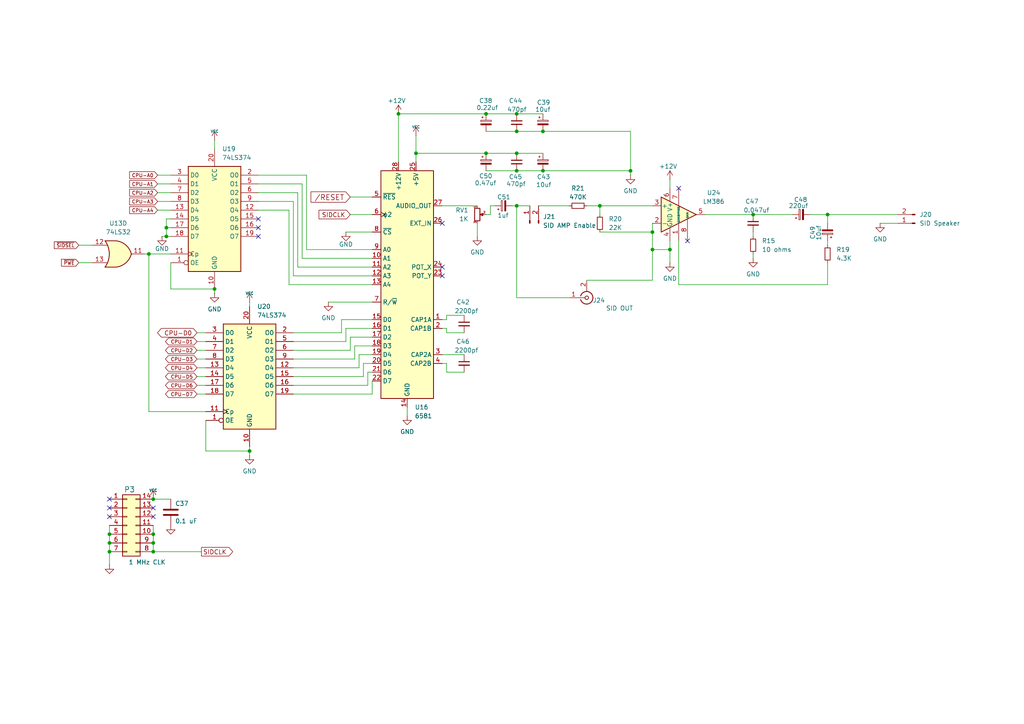
<source format=kicad_sch>
(kicad_sch
	(version 20231120)
	(generator "eeschema")
	(generator_version "8.0")
	(uuid "7dad8b4b-9afc-412c-a384-b2dea40df666")
	(paper "A4")
	(title_block
		(title "CortexPC")
		(date "2025-05-25")
		(rev "V0.5")
	)
	(lib_symbols
		(symbol "65xx-library:6581"
			(exclude_from_sim no)
			(in_bom yes)
			(on_board yes)
			(property "Reference" "U"
				(at 5.08 38.1 0)
				(effects
					(font
						(size 1.27 1.27)
					)
					(justify left)
				)
			)
			(property "Value" "6581"
				(at 5.08 35.56 0)
				(effects
					(font
						(size 1.27 1.27)
					)
					(justify left)
				)
			)
			(property "Footprint" "Package_DIP:DIP-28_W15.24mm"
				(at 0 48.26 0)
				(effects
					(font
						(size 1.27 1.27)
					)
					(hide yes)
				)
			)
			(property "Datasheet" "http://www.6502.org/documents/datasheets/mos/mos_6581_sid.pdf"
				(at 2.54 45.72 0)
				(effects
					(font
						(size 1.27 1.27)
					)
					(hide yes)
				)
			)
			(property "Description" "NMOS Sound Interface Device (SID), 3-Voice Sound Synthesizer, DIP-28"
				(at 0 0 0)
				(effects
					(font
						(size 1.27 1.27)
					)
					(hide yes)
				)
			)
			(property "ki_keywords" "6581 SID Sound"
				(at 0 0 0)
				(effects
					(font
						(size 1.27 1.27)
					)
					(hide yes)
				)
			)
			(property "ki_fp_filters" "DIP*W15.24mm*"
				(at 0 0 0)
				(effects
					(font
						(size 1.27 1.27)
					)
					(hide yes)
				)
			)
			(symbol "6581_0_1"
				(rectangle
					(start -7.62 33.02)
					(end 7.62 -33.02)
					(stroke
						(width 0.254)
						(type default)
					)
					(fill
						(type background)
					)
				)
			)
			(symbol "6581_1_1"
				(pin passive line
					(at 10.16 -10.16 180)
					(length 2.54)
					(name "CAP1A"
						(effects
							(font
								(size 1.27 1.27)
							)
						)
					)
					(number "1"
						(effects
							(font
								(size 1.27 1.27)
							)
						)
					)
				)
				(pin input line
					(at -10.16 7.62 0)
					(length 2.54)
					(name "A1"
						(effects
							(font
								(size 1.27 1.27)
							)
						)
					)
					(number "10"
						(effects
							(font
								(size 1.27 1.27)
							)
						)
					)
				)
				(pin input line
					(at -10.16 5.08 0)
					(length 2.54)
					(name "A2"
						(effects
							(font
								(size 1.27 1.27)
							)
						)
					)
					(number "11"
						(effects
							(font
								(size 1.27 1.27)
							)
						)
					)
				)
				(pin input line
					(at -10.16 2.54 0)
					(length 2.54)
					(name "A3"
						(effects
							(font
								(size 1.27 1.27)
							)
						)
					)
					(number "12"
						(effects
							(font
								(size 1.27 1.27)
							)
						)
					)
				)
				(pin input line
					(at -10.16 0 0)
					(length 2.54)
					(name "A4"
						(effects
							(font
								(size 1.27 1.27)
							)
						)
					)
					(number "13"
						(effects
							(font
								(size 1.27 1.27)
							)
						)
					)
				)
				(pin power_in line
					(at 0 -35.56 90)
					(length 2.54)
					(name "GND"
						(effects
							(font
								(size 1.27 1.27)
							)
						)
					)
					(number "14"
						(effects
							(font
								(size 1.27 1.27)
							)
						)
					)
				)
				(pin bidirectional line
					(at -10.16 -10.16 0)
					(length 2.54)
					(name "D0"
						(effects
							(font
								(size 1.27 1.27)
							)
						)
					)
					(number "15"
						(effects
							(font
								(size 1.27 1.27)
							)
						)
					)
				)
				(pin bidirectional line
					(at -10.16 -12.7 0)
					(length 2.54)
					(name "D1"
						(effects
							(font
								(size 1.27 1.27)
							)
						)
					)
					(number "16"
						(effects
							(font
								(size 1.27 1.27)
							)
						)
					)
				)
				(pin bidirectional line
					(at -10.16 -15.24 0)
					(length 2.54)
					(name "D2"
						(effects
							(font
								(size 1.27 1.27)
							)
						)
					)
					(number "17"
						(effects
							(font
								(size 1.27 1.27)
							)
						)
					)
				)
				(pin bidirectional line
					(at -10.16 -17.78 0)
					(length 2.54)
					(name "D3"
						(effects
							(font
								(size 1.27 1.27)
							)
						)
					)
					(number "18"
						(effects
							(font
								(size 1.27 1.27)
							)
						)
					)
				)
				(pin bidirectional line
					(at -10.16 -20.32 0)
					(length 2.54)
					(name "D4"
						(effects
							(font
								(size 1.27 1.27)
							)
						)
					)
					(number "19"
						(effects
							(font
								(size 1.27 1.27)
							)
						)
					)
				)
				(pin passive line
					(at 10.16 -12.7 180)
					(length 2.54)
					(name "CAP1B"
						(effects
							(font
								(size 1.27 1.27)
							)
						)
					)
					(number "2"
						(effects
							(font
								(size 1.27 1.27)
							)
						)
					)
				)
				(pin bidirectional line
					(at -10.16 -22.86 0)
					(length 2.54)
					(name "D5"
						(effects
							(font
								(size 1.27 1.27)
							)
						)
					)
					(number "20"
						(effects
							(font
								(size 1.27 1.27)
							)
						)
					)
				)
				(pin bidirectional line
					(at -10.16 -25.4 0)
					(length 2.54)
					(name "D6"
						(effects
							(font
								(size 1.27 1.27)
							)
						)
					)
					(number "21"
						(effects
							(font
								(size 1.27 1.27)
							)
						)
					)
				)
				(pin bidirectional line
					(at -10.16 -27.94 0)
					(length 2.54)
					(name "D7"
						(effects
							(font
								(size 1.27 1.27)
							)
						)
					)
					(number "22"
						(effects
							(font
								(size 1.27 1.27)
							)
						)
					)
				)
				(pin input line
					(at 10.16 2.54 180)
					(length 2.54)
					(name "POT_Y"
						(effects
							(font
								(size 1.27 1.27)
							)
						)
					)
					(number "23"
						(effects
							(font
								(size 1.27 1.27)
							)
						)
					)
				)
				(pin input line
					(at 10.16 5.08 180)
					(length 2.54)
					(name "POT_X"
						(effects
							(font
								(size 1.27 1.27)
							)
						)
					)
					(number "24"
						(effects
							(font
								(size 1.27 1.27)
							)
						)
					)
				)
				(pin power_in line
					(at 2.54 35.56 270)
					(length 2.54)
					(name "+5V"
						(effects
							(font
								(size 1.27 1.27)
							)
						)
					)
					(number "25"
						(effects
							(font
								(size 1.27 1.27)
							)
						)
					)
				)
				(pin input line
					(at 10.16 17.78 180)
					(length 2.54)
					(name "EXT_IN"
						(effects
							(font
								(size 1.27 1.27)
							)
						)
					)
					(number "26"
						(effects
							(font
								(size 1.27 1.27)
							)
						)
					)
				)
				(pin output line
					(at 10.16 22.86 180)
					(length 2.54)
					(name "AUDIO_OUT"
						(effects
							(font
								(size 1.27 1.27)
							)
						)
					)
					(number "27"
						(effects
							(font
								(size 1.27 1.27)
							)
						)
					)
				)
				(pin power_in line
					(at -2.54 35.56 270)
					(length 2.54)
					(name "+12V"
						(effects
							(font
								(size 1.27 1.27)
							)
						)
					)
					(number "28"
						(effects
							(font
								(size 1.27 1.27)
							)
						)
					)
				)
				(pin passive line
					(at 10.16 -20.32 180)
					(length 2.54)
					(name "CAP2A"
						(effects
							(font
								(size 1.27 1.27)
							)
						)
					)
					(number "3"
						(effects
							(font
								(size 1.27 1.27)
							)
						)
					)
				)
				(pin passive line
					(at 10.16 -22.86 180)
					(length 2.54)
					(name "CAP2B"
						(effects
							(font
								(size 1.27 1.27)
							)
						)
					)
					(number "4"
						(effects
							(font
								(size 1.27 1.27)
							)
						)
					)
				)
				(pin input line
					(at -10.16 25.4 0)
					(length 2.54)
					(name "~{RES}"
						(effects
							(font
								(size 1.27 1.27)
							)
						)
					)
					(number "5"
						(effects
							(font
								(size 1.27 1.27)
							)
						)
					)
				)
				(pin input clock
					(at -10.16 20.32 0)
					(length 2.54)
					(name "ϕ2"
						(effects
							(font
								(size 1.27 1.27)
							)
						)
					)
					(number "6"
						(effects
							(font
								(size 1.27 1.27)
							)
						)
					)
				)
				(pin input line
					(at -10.16 -5.08 0)
					(length 2.54)
					(name "R/~{W}"
						(effects
							(font
								(size 1.27 1.27)
							)
						)
					)
					(number "7"
						(effects
							(font
								(size 1.27 1.27)
							)
						)
					)
				)
				(pin input line
					(at -10.16 15.24 0)
					(length 2.54)
					(name "~{CS}"
						(effects
							(font
								(size 1.27 1.27)
							)
						)
					)
					(number "8"
						(effects
							(font
								(size 1.27 1.27)
							)
						)
					)
				)
				(pin input line
					(at -10.16 10.16 0)
					(length 2.54)
					(name "A0"
						(effects
							(font
								(size 1.27 1.27)
							)
						)
					)
					(number "9"
						(effects
							(font
								(size 1.27 1.27)
							)
						)
					)
				)
			)
		)
		(symbol "74xx:74LS32"
			(pin_names
				(offset 1.016)
			)
			(exclude_from_sim no)
			(in_bom yes)
			(on_board yes)
			(property "Reference" "U"
				(at 0 1.27 0)
				(effects
					(font
						(size 1.27 1.27)
					)
				)
			)
			(property "Value" "74LS32"
				(at 0 -1.27 0)
				(effects
					(font
						(size 1.27 1.27)
					)
				)
			)
			(property "Footprint" ""
				(at 0 0 0)
				(effects
					(font
						(size 1.27 1.27)
					)
					(hide yes)
				)
			)
			(property "Datasheet" "http://www.ti.com/lit/gpn/sn74LS32"
				(at 0 0 0)
				(effects
					(font
						(size 1.27 1.27)
					)
					(hide yes)
				)
			)
			(property "Description" "Quad 2-input OR"
				(at 0 0 0)
				(effects
					(font
						(size 1.27 1.27)
					)
					(hide yes)
				)
			)
			(property "ki_locked" ""
				(at 0 0 0)
				(effects
					(font
						(size 1.27 1.27)
					)
				)
			)
			(property "ki_keywords" "TTL Or2"
				(at 0 0 0)
				(effects
					(font
						(size 1.27 1.27)
					)
					(hide yes)
				)
			)
			(property "ki_fp_filters" "DIP?14*"
				(at 0 0 0)
				(effects
					(font
						(size 1.27 1.27)
					)
					(hide yes)
				)
			)
			(symbol "74LS32_1_1"
				(arc
					(start -3.81 -3.81)
					(mid -2.589 0)
					(end -3.81 3.81)
					(stroke
						(width 0.254)
						(type default)
					)
					(fill
						(type none)
					)
				)
				(arc
					(start -0.6096 -3.81)
					(mid 2.1842 -2.5851)
					(end 3.81 0)
					(stroke
						(width 0.254)
						(type default)
					)
					(fill
						(type background)
					)
				)
				(polyline
					(pts
						(xy -3.81 -3.81) (xy -0.635 -3.81)
					)
					(stroke
						(width 0.254)
						(type default)
					)
					(fill
						(type background)
					)
				)
				(polyline
					(pts
						(xy -3.81 3.81) (xy -0.635 3.81)
					)
					(stroke
						(width 0.254)
						(type default)
					)
					(fill
						(type background)
					)
				)
				(polyline
					(pts
						(xy -0.635 3.81) (xy -3.81 3.81) (xy -3.81 3.81) (xy -3.556 3.4036) (xy -3.0226 2.2606) (xy -2.6924 1.0414)
						(xy -2.6162 -0.254) (xy -2.7686 -1.4986) (xy -3.175 -2.7178) (xy -3.81 -3.81) (xy -3.81 -3.81)
						(xy -0.635 -3.81)
					)
					(stroke
						(width -25.4)
						(type default)
					)
					(fill
						(type background)
					)
				)
				(arc
					(start 3.81 0)
					(mid 2.1915 2.5936)
					(end -0.6096 3.81)
					(stroke
						(width 0.254)
						(type default)
					)
					(fill
						(type background)
					)
				)
				(pin input line
					(at -7.62 2.54 0)
					(length 4.318)
					(name "~"
						(effects
							(font
								(size 1.27 1.27)
							)
						)
					)
					(number "1"
						(effects
							(font
								(size 1.27 1.27)
							)
						)
					)
				)
				(pin input line
					(at -7.62 -2.54 0)
					(length 4.318)
					(name "~"
						(effects
							(font
								(size 1.27 1.27)
							)
						)
					)
					(number "2"
						(effects
							(font
								(size 1.27 1.27)
							)
						)
					)
				)
				(pin output line
					(at 7.62 0 180)
					(length 3.81)
					(name "~"
						(effects
							(font
								(size 1.27 1.27)
							)
						)
					)
					(number "3"
						(effects
							(font
								(size 1.27 1.27)
							)
						)
					)
				)
			)
			(symbol "74LS32_1_2"
				(arc
					(start 0 -3.81)
					(mid 3.7934 0)
					(end 0 3.81)
					(stroke
						(width 0.254)
						(type default)
					)
					(fill
						(type background)
					)
				)
				(polyline
					(pts
						(xy 0 3.81) (xy -3.81 3.81) (xy -3.81 -3.81) (xy 0 -3.81)
					)
					(stroke
						(width 0.254)
						(type default)
					)
					(fill
						(type background)
					)
				)
				(pin input inverted
					(at -7.62 2.54 0)
					(length 3.81)
					(name "~"
						(effects
							(font
								(size 1.27 1.27)
							)
						)
					)
					(number "1"
						(effects
							(font
								(size 1.27 1.27)
							)
						)
					)
				)
				(pin input inverted
					(at -7.62 -2.54 0)
					(length 3.81)
					(name "~"
						(effects
							(font
								(size 1.27 1.27)
							)
						)
					)
					(number "2"
						(effects
							(font
								(size 1.27 1.27)
							)
						)
					)
				)
				(pin output inverted
					(at 7.62 0 180)
					(length 3.81)
					(name "~"
						(effects
							(font
								(size 1.27 1.27)
							)
						)
					)
					(number "3"
						(effects
							(font
								(size 1.27 1.27)
							)
						)
					)
				)
			)
			(symbol "74LS32_2_1"
				(arc
					(start -3.81 -3.81)
					(mid -2.589 0)
					(end -3.81 3.81)
					(stroke
						(width 0.254)
						(type default)
					)
					(fill
						(type none)
					)
				)
				(arc
					(start -0.6096 -3.81)
					(mid 2.1842 -2.5851)
					(end 3.81 0)
					(stroke
						(width 0.254)
						(type default)
					)
					(fill
						(type background)
					)
				)
				(polyline
					(pts
						(xy -3.81 -3.81) (xy -0.635 -3.81)
					)
					(stroke
						(width 0.254)
						(type default)
					)
					(fill
						(type background)
					)
				)
				(polyline
					(pts
						(xy -3.81 3.81) (xy -0.635 3.81)
					)
					(stroke
						(width 0.254)
						(type default)
					)
					(fill
						(type background)
					)
				)
				(polyline
					(pts
						(xy -0.635 3.81) (xy -3.81 3.81) (xy -3.81 3.81) (xy -3.556 3.4036) (xy -3.0226 2.2606) (xy -2.6924 1.0414)
						(xy -2.6162 -0.254) (xy -2.7686 -1.4986) (xy -3.175 -2.7178) (xy -3.81 -3.81) (xy -3.81 -3.81)
						(xy -0.635 -3.81)
					)
					(stroke
						(width -25.4)
						(type default)
					)
					(fill
						(type background)
					)
				)
				(arc
					(start 3.81 0)
					(mid 2.1915 2.5936)
					(end -0.6096 3.81)
					(stroke
						(width 0.254)
						(type default)
					)
					(fill
						(type background)
					)
				)
				(pin input line
					(at -7.62 2.54 0)
					(length 4.318)
					(name "~"
						(effects
							(font
								(size 1.27 1.27)
							)
						)
					)
					(number "4"
						(effects
							(font
								(size 1.27 1.27)
							)
						)
					)
				)
				(pin input line
					(at -7.62 -2.54 0)
					(length 4.318)
					(name "~"
						(effects
							(font
								(size 1.27 1.27)
							)
						)
					)
					(number "5"
						(effects
							(font
								(size 1.27 1.27)
							)
						)
					)
				)
				(pin output line
					(at 7.62 0 180)
					(length 3.81)
					(name "~"
						(effects
							(font
								(size 1.27 1.27)
							)
						)
					)
					(number "6"
						(effects
							(font
								(size 1.27 1.27)
							)
						)
					)
				)
			)
			(symbol "74LS32_2_2"
				(arc
					(start 0 -3.81)
					(mid 3.7934 0)
					(end 0 3.81)
					(stroke
						(width 0.254)
						(type default)
					)
					(fill
						(type background)
					)
				)
				(polyline
					(pts
						(xy 0 3.81) (xy -3.81 3.81) (xy -3.81 -3.81) (xy 0 -3.81)
					)
					(stroke
						(width 0.254)
						(type default)
					)
					(fill
						(type background)
					)
				)
				(pin input inverted
					(at -7.62 2.54 0)
					(length 3.81)
					(name "~"
						(effects
							(font
								(size 1.27 1.27)
							)
						)
					)
					(number "4"
						(effects
							(font
								(size 1.27 1.27)
							)
						)
					)
				)
				(pin input inverted
					(at -7.62 -2.54 0)
					(length 3.81)
					(name "~"
						(effects
							(font
								(size 1.27 1.27)
							)
						)
					)
					(number "5"
						(effects
							(font
								(size 1.27 1.27)
							)
						)
					)
				)
				(pin output inverted
					(at 7.62 0 180)
					(length 3.81)
					(name "~"
						(effects
							(font
								(size 1.27 1.27)
							)
						)
					)
					(number "6"
						(effects
							(font
								(size 1.27 1.27)
							)
						)
					)
				)
			)
			(symbol "74LS32_3_1"
				(arc
					(start -3.81 -3.81)
					(mid -2.589 0)
					(end -3.81 3.81)
					(stroke
						(width 0.254)
						(type default)
					)
					(fill
						(type none)
					)
				)
				(arc
					(start -0.6096 -3.81)
					(mid 2.1842 -2.5851)
					(end 3.81 0)
					(stroke
						(width 0.254)
						(type default)
					)
					(fill
						(type background)
					)
				)
				(polyline
					(pts
						(xy -3.81 -3.81) (xy -0.635 -3.81)
					)
					(stroke
						(width 0.254)
						(type default)
					)
					(fill
						(type background)
					)
				)
				(polyline
					(pts
						(xy -3.81 3.81) (xy -0.635 3.81)
					)
					(stroke
						(width 0.254)
						(type default)
					)
					(fill
						(type background)
					)
				)
				(polyline
					(pts
						(xy -0.635 3.81) (xy -3.81 3.81) (xy -3.81 3.81) (xy -3.556 3.4036) (xy -3.0226 2.2606) (xy -2.6924 1.0414)
						(xy -2.6162 -0.254) (xy -2.7686 -1.4986) (xy -3.175 -2.7178) (xy -3.81 -3.81) (xy -3.81 -3.81)
						(xy -0.635 -3.81)
					)
					(stroke
						(width -25.4)
						(type default)
					)
					(fill
						(type background)
					)
				)
				(arc
					(start 3.81 0)
					(mid 2.1915 2.5936)
					(end -0.6096 3.81)
					(stroke
						(width 0.254)
						(type default)
					)
					(fill
						(type background)
					)
				)
				(pin input line
					(at -7.62 -2.54 0)
					(length 4.318)
					(name "~"
						(effects
							(font
								(size 1.27 1.27)
							)
						)
					)
					(number "10"
						(effects
							(font
								(size 1.27 1.27)
							)
						)
					)
				)
				(pin output line
					(at 7.62 0 180)
					(length 3.81)
					(name "~"
						(effects
							(font
								(size 1.27 1.27)
							)
						)
					)
					(number "8"
						(effects
							(font
								(size 1.27 1.27)
							)
						)
					)
				)
				(pin input line
					(at -7.62 2.54 0)
					(length 4.318)
					(name "~"
						(effects
							(font
								(size 1.27 1.27)
							)
						)
					)
					(number "9"
						(effects
							(font
								(size 1.27 1.27)
							)
						)
					)
				)
			)
			(symbol "74LS32_3_2"
				(arc
					(start 0 -3.81)
					(mid 3.7934 0)
					(end 0 3.81)
					(stroke
						(width 0.254)
						(type default)
					)
					(fill
						(type background)
					)
				)
				(polyline
					(pts
						(xy 0 3.81) (xy -3.81 3.81) (xy -3.81 -3.81) (xy 0 -3.81)
					)
					(stroke
						(width 0.254)
						(type default)
					)
					(fill
						(type background)
					)
				)
				(pin input inverted
					(at -7.62 -2.54 0)
					(length 3.81)
					(name "~"
						(effects
							(font
								(size 1.27 1.27)
							)
						)
					)
					(number "10"
						(effects
							(font
								(size 1.27 1.27)
							)
						)
					)
				)
				(pin output inverted
					(at 7.62 0 180)
					(length 3.81)
					(name "~"
						(effects
							(font
								(size 1.27 1.27)
							)
						)
					)
					(number "8"
						(effects
							(font
								(size 1.27 1.27)
							)
						)
					)
				)
				(pin input inverted
					(at -7.62 2.54 0)
					(length 3.81)
					(name "~"
						(effects
							(font
								(size 1.27 1.27)
							)
						)
					)
					(number "9"
						(effects
							(font
								(size 1.27 1.27)
							)
						)
					)
				)
			)
			(symbol "74LS32_4_1"
				(arc
					(start -3.81 -3.81)
					(mid -2.589 0)
					(end -3.81 3.81)
					(stroke
						(width 0.254)
						(type default)
					)
					(fill
						(type none)
					)
				)
				(arc
					(start -0.6096 -3.81)
					(mid 2.1842 -2.5851)
					(end 3.81 0)
					(stroke
						(width 0.254)
						(type default)
					)
					(fill
						(type background)
					)
				)
				(polyline
					(pts
						(xy -3.81 -3.81) (xy -0.635 -3.81)
					)
					(stroke
						(width 0.254)
						(type default)
					)
					(fill
						(type background)
					)
				)
				(polyline
					(pts
						(xy -3.81 3.81) (xy -0.635 3.81)
					)
					(stroke
						(width 0.254)
						(type default)
					)
					(fill
						(type background)
					)
				)
				(polyline
					(pts
						(xy -0.635 3.81) (xy -3.81 3.81) (xy -3.81 3.81) (xy -3.556 3.4036) (xy -3.0226 2.2606) (xy -2.6924 1.0414)
						(xy -2.6162 -0.254) (xy -2.7686 -1.4986) (xy -3.175 -2.7178) (xy -3.81 -3.81) (xy -3.81 -3.81)
						(xy -0.635 -3.81)
					)
					(stroke
						(width -25.4)
						(type default)
					)
					(fill
						(type background)
					)
				)
				(arc
					(start 3.81 0)
					(mid 2.1915 2.5936)
					(end -0.6096 3.81)
					(stroke
						(width 0.254)
						(type default)
					)
					(fill
						(type background)
					)
				)
				(pin output line
					(at 7.62 0 180)
					(length 3.81)
					(name "~"
						(effects
							(font
								(size 1.27 1.27)
							)
						)
					)
					(number "11"
						(effects
							(font
								(size 1.27 1.27)
							)
						)
					)
				)
				(pin input line
					(at -7.62 2.54 0)
					(length 4.318)
					(name "~"
						(effects
							(font
								(size 1.27 1.27)
							)
						)
					)
					(number "12"
						(effects
							(font
								(size 1.27 1.27)
							)
						)
					)
				)
				(pin input line
					(at -7.62 -2.54 0)
					(length 4.318)
					(name "~"
						(effects
							(font
								(size 1.27 1.27)
							)
						)
					)
					(number "13"
						(effects
							(font
								(size 1.27 1.27)
							)
						)
					)
				)
			)
			(symbol "74LS32_4_2"
				(arc
					(start 0 -3.81)
					(mid 3.7934 0)
					(end 0 3.81)
					(stroke
						(width 0.254)
						(type default)
					)
					(fill
						(type background)
					)
				)
				(polyline
					(pts
						(xy 0 3.81) (xy -3.81 3.81) (xy -3.81 -3.81) (xy 0 -3.81)
					)
					(stroke
						(width 0.254)
						(type default)
					)
					(fill
						(type background)
					)
				)
				(pin output inverted
					(at 7.62 0 180)
					(length 3.81)
					(name "~"
						(effects
							(font
								(size 1.27 1.27)
							)
						)
					)
					(number "11"
						(effects
							(font
								(size 1.27 1.27)
							)
						)
					)
				)
				(pin input inverted
					(at -7.62 2.54 0)
					(length 3.81)
					(name "~"
						(effects
							(font
								(size 1.27 1.27)
							)
						)
					)
					(number "12"
						(effects
							(font
								(size 1.27 1.27)
							)
						)
					)
				)
				(pin input inverted
					(at -7.62 -2.54 0)
					(length 3.81)
					(name "~"
						(effects
							(font
								(size 1.27 1.27)
							)
						)
					)
					(number "13"
						(effects
							(font
								(size 1.27 1.27)
							)
						)
					)
				)
			)
			(symbol "74LS32_5_0"
				(pin power_in line
					(at 0 12.7 270)
					(length 5.08)
					(name "VCC"
						(effects
							(font
								(size 1.27 1.27)
							)
						)
					)
					(number "14"
						(effects
							(font
								(size 1.27 1.27)
							)
						)
					)
				)
				(pin power_in line
					(at 0 -12.7 90)
					(length 5.08)
					(name "GND"
						(effects
							(font
								(size 1.27 1.27)
							)
						)
					)
					(number "7"
						(effects
							(font
								(size 1.27 1.27)
							)
						)
					)
				)
			)
			(symbol "74LS32_5_1"
				(rectangle
					(start -5.08 7.62)
					(end 5.08 -7.62)
					(stroke
						(width 0.254)
						(type default)
					)
					(fill
						(type background)
					)
				)
			)
		)
		(symbol "74xx:74LS374"
			(exclude_from_sim no)
			(in_bom yes)
			(on_board yes)
			(property "Reference" "U"
				(at -7.62 16.51 0)
				(effects
					(font
						(size 1.27 1.27)
					)
				)
			)
			(property "Value" "74LS374"
				(at -7.62 -16.51 0)
				(effects
					(font
						(size 1.27 1.27)
					)
				)
			)
			(property "Footprint" ""
				(at 0 0 0)
				(effects
					(font
						(size 1.27 1.27)
					)
					(hide yes)
				)
			)
			(property "Datasheet" "http://www.ti.com/lit/gpn/sn74LS374"
				(at 0 0 0)
				(effects
					(font
						(size 1.27 1.27)
					)
					(hide yes)
				)
			)
			(property "Description" "8-bit Register, 3-state outputs"
				(at 0 0 0)
				(effects
					(font
						(size 1.27 1.27)
					)
					(hide yes)
				)
			)
			(property "ki_keywords" "TTL DFF DFF8 REG 3State"
				(at 0 0 0)
				(effects
					(font
						(size 1.27 1.27)
					)
					(hide yes)
				)
			)
			(property "ki_fp_filters" "DIP?20* SOIC?20* SO?20*"
				(at 0 0 0)
				(effects
					(font
						(size 1.27 1.27)
					)
					(hide yes)
				)
			)
			(symbol "74LS374_1_0"
				(pin input inverted
					(at -12.7 -12.7 0)
					(length 5.08)
					(name "OE"
						(effects
							(font
								(size 1.27 1.27)
							)
						)
					)
					(number "1"
						(effects
							(font
								(size 1.27 1.27)
							)
						)
					)
				)
				(pin power_in line
					(at 0 -20.32 90)
					(length 5.08)
					(name "GND"
						(effects
							(font
								(size 1.27 1.27)
							)
						)
					)
					(number "10"
						(effects
							(font
								(size 1.27 1.27)
							)
						)
					)
				)
				(pin input clock
					(at -12.7 -10.16 0)
					(length 5.08)
					(name "Cp"
						(effects
							(font
								(size 1.27 1.27)
							)
						)
					)
					(number "11"
						(effects
							(font
								(size 1.27 1.27)
							)
						)
					)
				)
				(pin tri_state line
					(at 12.7 2.54 180)
					(length 5.08)
					(name "O4"
						(effects
							(font
								(size 1.27 1.27)
							)
						)
					)
					(number "12"
						(effects
							(font
								(size 1.27 1.27)
							)
						)
					)
				)
				(pin input line
					(at -12.7 2.54 0)
					(length 5.08)
					(name "D4"
						(effects
							(font
								(size 1.27 1.27)
							)
						)
					)
					(number "13"
						(effects
							(font
								(size 1.27 1.27)
							)
						)
					)
				)
				(pin input line
					(at -12.7 0 0)
					(length 5.08)
					(name "D5"
						(effects
							(font
								(size 1.27 1.27)
							)
						)
					)
					(number "14"
						(effects
							(font
								(size 1.27 1.27)
							)
						)
					)
				)
				(pin tri_state line
					(at 12.7 0 180)
					(length 5.08)
					(name "O5"
						(effects
							(font
								(size 1.27 1.27)
							)
						)
					)
					(number "15"
						(effects
							(font
								(size 1.27 1.27)
							)
						)
					)
				)
				(pin tri_state line
					(at 12.7 -2.54 180)
					(length 5.08)
					(name "O6"
						(effects
							(font
								(size 1.27 1.27)
							)
						)
					)
					(number "16"
						(effects
							(font
								(size 1.27 1.27)
							)
						)
					)
				)
				(pin input line
					(at -12.7 -2.54 0)
					(length 5.08)
					(name "D6"
						(effects
							(font
								(size 1.27 1.27)
							)
						)
					)
					(number "17"
						(effects
							(font
								(size 1.27 1.27)
							)
						)
					)
				)
				(pin input line
					(at -12.7 -5.08 0)
					(length 5.08)
					(name "D7"
						(effects
							(font
								(size 1.27 1.27)
							)
						)
					)
					(number "18"
						(effects
							(font
								(size 1.27 1.27)
							)
						)
					)
				)
				(pin tri_state line
					(at 12.7 -5.08 180)
					(length 5.08)
					(name "O7"
						(effects
							(font
								(size 1.27 1.27)
							)
						)
					)
					(number "19"
						(effects
							(font
								(size 1.27 1.27)
							)
						)
					)
				)
				(pin tri_state line
					(at 12.7 12.7 180)
					(length 5.08)
					(name "O0"
						(effects
							(font
								(size 1.27 1.27)
							)
						)
					)
					(number "2"
						(effects
							(font
								(size 1.27 1.27)
							)
						)
					)
				)
				(pin power_in line
					(at 0 20.32 270)
					(length 5.08)
					(name "VCC"
						(effects
							(font
								(size 1.27 1.27)
							)
						)
					)
					(number "20"
						(effects
							(font
								(size 1.27 1.27)
							)
						)
					)
				)
				(pin input line
					(at -12.7 12.7 0)
					(length 5.08)
					(name "D0"
						(effects
							(font
								(size 1.27 1.27)
							)
						)
					)
					(number "3"
						(effects
							(font
								(size 1.27 1.27)
							)
						)
					)
				)
				(pin input line
					(at -12.7 10.16 0)
					(length 5.08)
					(name "D1"
						(effects
							(font
								(size 1.27 1.27)
							)
						)
					)
					(number "4"
						(effects
							(font
								(size 1.27 1.27)
							)
						)
					)
				)
				(pin tri_state line
					(at 12.7 10.16 180)
					(length 5.08)
					(name "O1"
						(effects
							(font
								(size 1.27 1.27)
							)
						)
					)
					(number "5"
						(effects
							(font
								(size 1.27 1.27)
							)
						)
					)
				)
				(pin tri_state line
					(at 12.7 7.62 180)
					(length 5.08)
					(name "O2"
						(effects
							(font
								(size 1.27 1.27)
							)
						)
					)
					(number "6"
						(effects
							(font
								(size 1.27 1.27)
							)
						)
					)
				)
				(pin input line
					(at -12.7 7.62 0)
					(length 5.08)
					(name "D2"
						(effects
							(font
								(size 1.27 1.27)
							)
						)
					)
					(number "7"
						(effects
							(font
								(size 1.27 1.27)
							)
						)
					)
				)
				(pin input line
					(at -12.7 5.08 0)
					(length 5.08)
					(name "D3"
						(effects
							(font
								(size 1.27 1.27)
							)
						)
					)
					(number "8"
						(effects
							(font
								(size 1.27 1.27)
							)
						)
					)
				)
				(pin tri_state line
					(at 12.7 5.08 180)
					(length 5.08)
					(name "O3"
						(effects
							(font
								(size 1.27 1.27)
							)
						)
					)
					(number "9"
						(effects
							(font
								(size 1.27 1.27)
							)
						)
					)
				)
			)
			(symbol "74LS374_1_1"
				(rectangle
					(start -7.62 15.24)
					(end 7.62 -15.24)
					(stroke
						(width 0.254)
						(type default)
					)
					(fill
						(type background)
					)
				)
			)
		)
		(symbol "Amplifier_Audio:LM386"
			(pin_names
				(offset 0.127)
			)
			(exclude_from_sim no)
			(in_bom yes)
			(on_board yes)
			(property "Reference" "U"
				(at 1.27 7.62 0)
				(effects
					(font
						(size 1.27 1.27)
					)
					(justify left)
				)
			)
			(property "Value" "LM386"
				(at 1.27 5.08 0)
				(effects
					(font
						(size 1.27 1.27)
					)
					(justify left)
				)
			)
			(property "Footprint" ""
				(at 2.54 2.54 0)
				(effects
					(font
						(size 1.27 1.27)
					)
					(hide yes)
				)
			)
			(property "Datasheet" "http://www.ti.com/lit/ds/symlink/lm386.pdf"
				(at 5.08 5.08 0)
				(effects
					(font
						(size 1.27 1.27)
					)
					(hide yes)
				)
			)
			(property "Description" "Low Voltage Audio Power Amplifier, DIP-8/SOIC-8/SSOP-8"
				(at 0 0 0)
				(effects
					(font
						(size 1.27 1.27)
					)
					(hide yes)
				)
			)
			(property "ki_keywords" "single Power opamp"
				(at 0 0 0)
				(effects
					(font
						(size 1.27 1.27)
					)
					(hide yes)
				)
			)
			(property "ki_fp_filters" "SOIC*3.9x4.9mm*P1.27mm* DIP*W7.62mm* MSSOP*P0.65mm* TSSOP*3x3mm*P0.5mm*"
				(at 0 0 0)
				(effects
					(font
						(size 1.27 1.27)
					)
					(hide yes)
				)
			)
			(symbol "LM386_0_1"
				(polyline
					(pts
						(xy 5.08 0) (xy -5.08 5.08) (xy -5.08 -5.08) (xy 5.08 0)
					)
					(stroke
						(width 0.254)
						(type default)
					)
					(fill
						(type background)
					)
				)
			)
			(symbol "LM386_1_1"
				(pin input line
					(at 0 -7.62 90)
					(length 5.08)
					(name "GAIN"
						(effects
							(font
								(size 0.508 0.508)
							)
						)
					)
					(number "1"
						(effects
							(font
								(size 1.27 1.27)
							)
						)
					)
				)
				(pin input line
					(at -7.62 -2.54 0)
					(length 2.54)
					(name "-"
						(effects
							(font
								(size 1.27 1.27)
							)
						)
					)
					(number "2"
						(effects
							(font
								(size 1.27 1.27)
							)
						)
					)
				)
				(pin input line
					(at -7.62 2.54 0)
					(length 2.54)
					(name "+"
						(effects
							(font
								(size 1.27 1.27)
							)
						)
					)
					(number "3"
						(effects
							(font
								(size 1.27 1.27)
							)
						)
					)
				)
				(pin power_in line
					(at -2.54 -7.62 90)
					(length 3.81)
					(name "GND"
						(effects
							(font
								(size 1.27 1.27)
							)
						)
					)
					(number "4"
						(effects
							(font
								(size 1.27 1.27)
							)
						)
					)
				)
				(pin output line
					(at 7.62 0 180)
					(length 2.54)
					(name "~"
						(effects
							(font
								(size 1.27 1.27)
							)
						)
					)
					(number "5"
						(effects
							(font
								(size 1.27 1.27)
							)
						)
					)
				)
				(pin power_in line
					(at -2.54 7.62 270)
					(length 3.81)
					(name "V+"
						(effects
							(font
								(size 1.27 1.27)
							)
						)
					)
					(number "6"
						(effects
							(font
								(size 1.27 1.27)
							)
						)
					)
				)
				(pin input line
					(at 0 7.62 270)
					(length 5.08)
					(name "BYPASS"
						(effects
							(font
								(size 0.508 0.508)
							)
						)
					)
					(number "7"
						(effects
							(font
								(size 1.27 1.27)
							)
						)
					)
				)
				(pin input line
					(at 2.54 -7.62 90)
					(length 6.35)
					(name "GAIN"
						(effects
							(font
								(size 0.508 0.508)
							)
						)
					)
					(number "8"
						(effects
							(font
								(size 1.27 1.27)
							)
						)
					)
				)
			)
		)
		(symbol "Connector:Conn_01x02_Pin"
			(pin_names
				(offset 1.016) hide)
			(exclude_from_sim no)
			(in_bom yes)
			(on_board yes)
			(property "Reference" "J"
				(at 0 2.54 0)
				(effects
					(font
						(size 1.27 1.27)
					)
				)
			)
			(property "Value" "Conn_01x02_Pin"
				(at 0 -5.08 0)
				(effects
					(font
						(size 1.27 1.27)
					)
				)
			)
			(property "Footprint" ""
				(at 0 0 0)
				(effects
					(font
						(size 1.27 1.27)
					)
					(hide yes)
				)
			)
			(property "Datasheet" "~"
				(at 0 0 0)
				(effects
					(font
						(size 1.27 1.27)
					)
					(hide yes)
				)
			)
			(property "Description" "Generic connector, single row, 01x02, script generated"
				(at 0 0 0)
				(effects
					(font
						(size 1.27 1.27)
					)
					(hide yes)
				)
			)
			(property "ki_locked" ""
				(at 0 0 0)
				(effects
					(font
						(size 1.27 1.27)
					)
				)
			)
			(property "ki_keywords" "connector"
				(at 0 0 0)
				(effects
					(font
						(size 1.27 1.27)
					)
					(hide yes)
				)
			)
			(property "ki_fp_filters" "Connector*:*_1x??_*"
				(at 0 0 0)
				(effects
					(font
						(size 1.27 1.27)
					)
					(hide yes)
				)
			)
			(symbol "Conn_01x02_Pin_1_1"
				(polyline
					(pts
						(xy 1.27 -2.54) (xy 0.8636 -2.54)
					)
					(stroke
						(width 0.1524)
						(type default)
					)
					(fill
						(type none)
					)
				)
				(polyline
					(pts
						(xy 1.27 0) (xy 0.8636 0)
					)
					(stroke
						(width 0.1524)
						(type default)
					)
					(fill
						(type none)
					)
				)
				(rectangle
					(start 0.8636 -2.413)
					(end 0 -2.667)
					(stroke
						(width 0.1524)
						(type default)
					)
					(fill
						(type outline)
					)
				)
				(rectangle
					(start 0.8636 0.127)
					(end 0 -0.127)
					(stroke
						(width 0.1524)
						(type default)
					)
					(fill
						(type outline)
					)
				)
				(pin passive line
					(at 5.08 0 180)
					(length 3.81)
					(name "Pin_1"
						(effects
							(font
								(size 1.27 1.27)
							)
						)
					)
					(number "1"
						(effects
							(font
								(size 1.27 1.27)
							)
						)
					)
				)
				(pin passive line
					(at 5.08 -2.54 180)
					(length 3.81)
					(name "Pin_2"
						(effects
							(font
								(size 1.27 1.27)
							)
						)
					)
					(number "2"
						(effects
							(font
								(size 1.27 1.27)
							)
						)
					)
				)
			)
		)
		(symbol "Connector:Conn_Coaxial"
			(pin_names
				(offset 1.016) hide)
			(exclude_from_sim no)
			(in_bom yes)
			(on_board yes)
			(property "Reference" "J"
				(at 0.254 3.048 0)
				(effects
					(font
						(size 1.27 1.27)
					)
				)
			)
			(property "Value" "Conn_Coaxial"
				(at 2.921 0 90)
				(effects
					(font
						(size 1.27 1.27)
					)
				)
			)
			(property "Footprint" ""
				(at 0 0 0)
				(effects
					(font
						(size 1.27 1.27)
					)
					(hide yes)
				)
			)
			(property "Datasheet" "~"
				(at 0 0 0)
				(effects
					(font
						(size 1.27 1.27)
					)
					(hide yes)
				)
			)
			(property "Description" "coaxial connector (BNC, SMA, SMB, SMC, Cinch/RCA, LEMO, ...)"
				(at 0 0 0)
				(effects
					(font
						(size 1.27 1.27)
					)
					(hide yes)
				)
			)
			(property "ki_keywords" "BNC SMA SMB SMC LEMO coaxial connector CINCH RCA MCX MMCX U.FL UMRF"
				(at 0 0 0)
				(effects
					(font
						(size 1.27 1.27)
					)
					(hide yes)
				)
			)
			(property "ki_fp_filters" "*BNC* *SMA* *SMB* *SMC* *Cinch* *LEMO* *UMRF* *MCX* *U.FL*"
				(at 0 0 0)
				(effects
					(font
						(size 1.27 1.27)
					)
					(hide yes)
				)
			)
			(symbol "Conn_Coaxial_0_1"
				(arc
					(start -1.778 -0.508)
					(mid 0.2311 -1.8066)
					(end 1.778 0)
					(stroke
						(width 0.254)
						(type default)
					)
					(fill
						(type none)
					)
				)
				(polyline
					(pts
						(xy -2.54 0) (xy -0.508 0)
					)
					(stroke
						(width 0)
						(type default)
					)
					(fill
						(type none)
					)
				)
				(polyline
					(pts
						(xy 0 -2.54) (xy 0 -1.778)
					)
					(stroke
						(width 0)
						(type default)
					)
					(fill
						(type none)
					)
				)
				(circle
					(center 0 0)
					(radius 0.508)
					(stroke
						(width 0.2032)
						(type default)
					)
					(fill
						(type none)
					)
				)
				(arc
					(start 1.778 0)
					(mid 0.2099 1.8101)
					(end -1.778 0.508)
					(stroke
						(width 0.254)
						(type default)
					)
					(fill
						(type none)
					)
				)
			)
			(symbol "Conn_Coaxial_1_1"
				(pin passive line
					(at -5.08 0 0)
					(length 2.54)
					(name "In"
						(effects
							(font
								(size 1.27 1.27)
							)
						)
					)
					(number "1"
						(effects
							(font
								(size 1.27 1.27)
							)
						)
					)
				)
				(pin passive line
					(at 0 -5.08 90)
					(length 2.54)
					(name "Ext"
						(effects
							(font
								(size 1.27 1.27)
							)
						)
					)
					(number "2"
						(effects
							(font
								(size 1.27 1.27)
							)
						)
					)
				)
			)
		)
		(symbol "Custom:CLK"
			(exclude_from_sim no)
			(in_bom yes)
			(on_board yes)
			(property "Reference" "U"
				(at 0 0 0)
				(effects
					(font
						(size 1.27 1.27)
					)
				)
			)
			(property "Value" ""
				(at 0 0 0)
				(effects
					(font
						(size 1.27 1.27)
					)
				)
			)
			(property "Footprint" ""
				(at 0 0 0)
				(effects
					(font
						(size 1.27 1.27)
					)
					(hide yes)
				)
			)
			(property "Datasheet" ""
				(at 0 0 0)
				(effects
					(font
						(size 1.27 1.27)
					)
					(hide yes)
				)
			)
			(property "Description" ""
				(at 0 0 0)
				(effects
					(font
						(size 1.27 1.27)
					)
					(hide yes)
				)
			)
			(symbol "CLK_1_1"
				(rectangle
					(start -2.54 -17.653)
					(end -1.27 -17.907)
					(stroke
						(width 0.1524)
						(type default)
					)
					(fill
						(type none)
					)
				)
				(rectangle
					(start -2.54 -15.113)
					(end -1.27 -15.367)
					(stroke
						(width 0.1524)
						(type default)
					)
					(fill
						(type none)
					)
				)
				(rectangle
					(start -2.54 -12.573)
					(end -1.27 -12.827)
					(stroke
						(width 0.1524)
						(type default)
					)
					(fill
						(type none)
					)
				)
				(rectangle
					(start -2.54 -10.033)
					(end -1.27 -10.287)
					(stroke
						(width 0.1524)
						(type default)
					)
					(fill
						(type none)
					)
				)
				(rectangle
					(start -2.54 -7.493)
					(end -1.27 -7.747)
					(stroke
						(width 0.1524)
						(type default)
					)
					(fill
						(type none)
					)
				)
				(rectangle
					(start -2.54 -4.953)
					(end -1.27 -5.207)
					(stroke
						(width 0.1524)
						(type default)
					)
					(fill
						(type none)
					)
				)
				(rectangle
					(start -2.54 -2.413)
					(end -1.27 -2.667)
					(stroke
						(width 0.1524)
						(type default)
					)
					(fill
						(type none)
					)
				)
				(rectangle
					(start -2.54 -1.27)
					(end 2.54 -19.05)
					(stroke
						(width 0.254)
						(type default)
					)
					(fill
						(type background)
					)
				)
				(rectangle
					(start 2.54 -17.653)
					(end 1.27 -17.907)
					(stroke
						(width 0.1524)
						(type default)
					)
					(fill
						(type none)
					)
				)
				(rectangle
					(start 2.54 -15.113)
					(end 1.27 -15.367)
					(stroke
						(width 0.1524)
						(type default)
					)
					(fill
						(type none)
					)
				)
				(rectangle
					(start 2.54 -12.573)
					(end 1.27 -12.827)
					(stroke
						(width 0.1524)
						(type default)
					)
					(fill
						(type none)
					)
				)
				(rectangle
					(start 2.54 -10.033)
					(end 1.27 -10.287)
					(stroke
						(width 0.1524)
						(type default)
					)
					(fill
						(type none)
					)
				)
				(rectangle
					(start 2.54 -7.493)
					(end 1.27 -7.747)
					(stroke
						(width 0.1524)
						(type default)
					)
					(fill
						(type none)
					)
				)
				(rectangle
					(start 2.54 -4.953)
					(end 1.27 -5.207)
					(stroke
						(width 0.1524)
						(type default)
					)
					(fill
						(type none)
					)
				)
				(rectangle
					(start 2.54 -2.413)
					(end 1.27 -2.667)
					(stroke
						(width 0.1524)
						(type default)
					)
					(fill
						(type none)
					)
				)
				(pin passive line
					(at -6.35 -2.54 0)
					(length 3.81)
					(name ""
						(effects
							(font
								(size 1.27 1.27)
							)
						)
					)
					(number "1"
						(effects
							(font
								(size 1.27 1.27)
							)
						)
					)
				)
				(pin passive line
					(at 6.35 -12.7 180)
					(length 3.81)
					(name ""
						(effects
							(font
								(size 1.27 1.27)
							)
						)
					)
					(number "10"
						(effects
							(font
								(size 1.27 1.27)
							)
						)
					)
				)
				(pin passive line
					(at 6.35 -10.16 180)
					(length 3.81)
					(name ""
						(effects
							(font
								(size 1.27 1.27)
							)
						)
					)
					(number "11"
						(effects
							(font
								(size 1.27 1.27)
							)
						)
					)
				)
				(pin passive line
					(at 6.35 -7.62 180)
					(length 3.81)
					(name ""
						(effects
							(font
								(size 1.27 1.27)
							)
						)
					)
					(number "12"
						(effects
							(font
								(size 1.27 1.27)
							)
						)
					)
				)
				(pin passive line
					(at 6.35 -5.08 180)
					(length 3.81)
					(name ""
						(effects
							(font
								(size 1.27 1.27)
							)
						)
					)
					(number "13"
						(effects
							(font
								(size 1.27 1.27)
							)
						)
					)
				)
				(pin passive line
					(at 6.35 -2.54 180)
					(length 3.81)
					(name ""
						(effects
							(font
								(size 1.27 1.27)
							)
						)
					)
					(number "14"
						(effects
							(font
								(size 1.27 1.27)
							)
						)
					)
				)
				(pin passive line
					(at -6.35 -5.08 0)
					(length 3.81)
					(name ""
						(effects
							(font
								(size 1.27 1.27)
							)
						)
					)
					(number "2"
						(effects
							(font
								(size 1.27 1.27)
							)
						)
					)
				)
				(pin passive line
					(at -6.35 -7.62 0)
					(length 3.81)
					(name ""
						(effects
							(font
								(size 1.27 1.27)
							)
						)
					)
					(number "3"
						(effects
							(font
								(size 1.27 1.27)
							)
						)
					)
				)
				(pin passive line
					(at -6.35 -10.16 0)
					(length 3.81)
					(name ""
						(effects
							(font
								(size 1.27 1.27)
							)
						)
					)
					(number "4"
						(effects
							(font
								(size 1.27 1.27)
							)
						)
					)
				)
				(pin passive line
					(at -6.35 -12.7 0)
					(length 3.81)
					(name ""
						(effects
							(font
								(size 1.27 1.27)
							)
						)
					)
					(number "5"
						(effects
							(font
								(size 1.27 1.27)
							)
						)
					)
				)
				(pin passive line
					(at -6.35 -15.24 0)
					(length 3.81)
					(name ""
						(effects
							(font
								(size 1.27 1.27)
							)
						)
					)
					(number "6"
						(effects
							(font
								(size 1.27 1.27)
							)
						)
					)
				)
				(pin passive line
					(at -6.35 -17.78 0)
					(length 3.81)
					(name ""
						(effects
							(font
								(size 1.27 1.27)
							)
						)
					)
					(number "7"
						(effects
							(font
								(size 1.27 1.27)
							)
						)
					)
				)
				(pin passive line
					(at 6.35 -17.78 180)
					(length 3.81)
					(name ""
						(effects
							(font
								(size 1.27 1.27)
							)
						)
					)
					(number "8"
						(effects
							(font
								(size 1.27 1.27)
							)
						)
					)
				)
				(pin passive line
					(at 6.35 -15.24 180)
					(length 3.81)
					(name ""
						(effects
							(font
								(size 1.27 1.27)
							)
						)
					)
					(number "9"
						(effects
							(font
								(size 1.27 1.27)
							)
						)
					)
				)
			)
		)
		(symbol "Device:C"
			(pin_numbers hide)
			(pin_names
				(offset 0.254)
			)
			(exclude_from_sim no)
			(in_bom yes)
			(on_board yes)
			(property "Reference" "C"
				(at 0.635 2.54 0)
				(effects
					(font
						(size 1.27 1.27)
					)
					(justify left)
				)
			)
			(property "Value" "C"
				(at 0.635 -2.54 0)
				(effects
					(font
						(size 1.27 1.27)
					)
					(justify left)
				)
			)
			(property "Footprint" ""
				(at 0.9652 -3.81 0)
				(effects
					(font
						(size 1.27 1.27)
					)
					(hide yes)
				)
			)
			(property "Datasheet" "~"
				(at 0 0 0)
				(effects
					(font
						(size 1.27 1.27)
					)
					(hide yes)
				)
			)
			(property "Description" "Unpolarized capacitor"
				(at 0 0 0)
				(effects
					(font
						(size 1.27 1.27)
					)
					(hide yes)
				)
			)
			(property "ki_keywords" "cap capacitor"
				(at 0 0 0)
				(effects
					(font
						(size 1.27 1.27)
					)
					(hide yes)
				)
			)
			(property "ki_fp_filters" "C_*"
				(at 0 0 0)
				(effects
					(font
						(size 1.27 1.27)
					)
					(hide yes)
				)
			)
			(symbol "C_0_1"
				(polyline
					(pts
						(xy -2.032 -0.762) (xy 2.032 -0.762)
					)
					(stroke
						(width 0.508)
						(type default)
					)
					(fill
						(type none)
					)
				)
				(polyline
					(pts
						(xy -2.032 0.762) (xy 2.032 0.762)
					)
					(stroke
						(width 0.508)
						(type default)
					)
					(fill
						(type none)
					)
				)
			)
			(symbol "C_1_1"
				(pin passive line
					(at 0 3.81 270)
					(length 2.794)
					(name "~"
						(effects
							(font
								(size 1.27 1.27)
							)
						)
					)
					(number "1"
						(effects
							(font
								(size 1.27 1.27)
							)
						)
					)
				)
				(pin passive line
					(at 0 -3.81 90)
					(length 2.794)
					(name "~"
						(effects
							(font
								(size 1.27 1.27)
							)
						)
					)
					(number "2"
						(effects
							(font
								(size 1.27 1.27)
							)
						)
					)
				)
			)
		)
		(symbol "Device:C_Polarized_Small"
			(pin_numbers hide)
			(pin_names
				(offset 0.254) hide)
			(exclude_from_sim no)
			(in_bom yes)
			(on_board yes)
			(property "Reference" "C"
				(at 0.254 1.778 0)
				(effects
					(font
						(size 1.27 1.27)
					)
					(justify left)
				)
			)
			(property "Value" "C_Polarized_Small"
				(at 0.254 -2.032 0)
				(effects
					(font
						(size 1.27 1.27)
					)
					(justify left)
				)
			)
			(property "Footprint" ""
				(at 0 0 0)
				(effects
					(font
						(size 1.27 1.27)
					)
					(hide yes)
				)
			)
			(property "Datasheet" "~"
				(at 0 0 0)
				(effects
					(font
						(size 1.27 1.27)
					)
					(hide yes)
				)
			)
			(property "Description" "Polarized capacitor, small symbol"
				(at 0 0 0)
				(effects
					(font
						(size 1.27 1.27)
					)
					(hide yes)
				)
			)
			(property "ki_keywords" "cap capacitor"
				(at 0 0 0)
				(effects
					(font
						(size 1.27 1.27)
					)
					(hide yes)
				)
			)
			(property "ki_fp_filters" "CP_*"
				(at 0 0 0)
				(effects
					(font
						(size 1.27 1.27)
					)
					(hide yes)
				)
			)
			(symbol "C_Polarized_Small_0_1"
				(rectangle
					(start -1.524 -0.3048)
					(end 1.524 -0.6858)
					(stroke
						(width 0)
						(type default)
					)
					(fill
						(type outline)
					)
				)
				(rectangle
					(start -1.524 0.6858)
					(end 1.524 0.3048)
					(stroke
						(width 0)
						(type default)
					)
					(fill
						(type none)
					)
				)
				(polyline
					(pts
						(xy -1.27 1.524) (xy -0.762 1.524)
					)
					(stroke
						(width 0)
						(type default)
					)
					(fill
						(type none)
					)
				)
				(polyline
					(pts
						(xy -1.016 1.27) (xy -1.016 1.778)
					)
					(stroke
						(width 0)
						(type default)
					)
					(fill
						(type none)
					)
				)
			)
			(symbol "C_Polarized_Small_1_1"
				(pin passive line
					(at 0 2.54 270)
					(length 1.8542)
					(name "~"
						(effects
							(font
								(size 1.27 1.27)
							)
						)
					)
					(number "1"
						(effects
							(font
								(size 1.27 1.27)
							)
						)
					)
				)
				(pin passive line
					(at 0 -2.54 90)
					(length 1.8542)
					(name "~"
						(effects
							(font
								(size 1.27 1.27)
							)
						)
					)
					(number "2"
						(effects
							(font
								(size 1.27 1.27)
							)
						)
					)
				)
			)
		)
		(symbol "Device:C_Small"
			(pin_numbers hide)
			(pin_names
				(offset 0.254) hide)
			(exclude_from_sim no)
			(in_bom yes)
			(on_board yes)
			(property "Reference" "C"
				(at 0.254 1.778 0)
				(effects
					(font
						(size 1.27 1.27)
					)
					(justify left)
				)
			)
			(property "Value" "C_Small"
				(at 0.254 -2.032 0)
				(effects
					(font
						(size 1.27 1.27)
					)
					(justify left)
				)
			)
			(property "Footprint" ""
				(at 0 0 0)
				(effects
					(font
						(size 1.27 1.27)
					)
					(hide yes)
				)
			)
			(property "Datasheet" "~"
				(at 0 0 0)
				(effects
					(font
						(size 1.27 1.27)
					)
					(hide yes)
				)
			)
			(property "Description" "Unpolarized capacitor, small symbol"
				(at 0 0 0)
				(effects
					(font
						(size 1.27 1.27)
					)
					(hide yes)
				)
			)
			(property "ki_keywords" "capacitor cap"
				(at 0 0 0)
				(effects
					(font
						(size 1.27 1.27)
					)
					(hide yes)
				)
			)
			(property "ki_fp_filters" "C_*"
				(at 0 0 0)
				(effects
					(font
						(size 1.27 1.27)
					)
					(hide yes)
				)
			)
			(symbol "C_Small_0_1"
				(polyline
					(pts
						(xy -1.524 -0.508) (xy 1.524 -0.508)
					)
					(stroke
						(width 0.3302)
						(type default)
					)
					(fill
						(type none)
					)
				)
				(polyline
					(pts
						(xy -1.524 0.508) (xy 1.524 0.508)
					)
					(stroke
						(width 0.3048)
						(type default)
					)
					(fill
						(type none)
					)
				)
			)
			(symbol "C_Small_1_1"
				(pin passive line
					(at 0 2.54 270)
					(length 2.032)
					(name "~"
						(effects
							(font
								(size 1.27 1.27)
							)
						)
					)
					(number "1"
						(effects
							(font
								(size 1.27 1.27)
							)
						)
					)
				)
				(pin passive line
					(at 0 -2.54 90)
					(length 2.032)
					(name "~"
						(effects
							(font
								(size 1.27 1.27)
							)
						)
					)
					(number "2"
						(effects
							(font
								(size 1.27 1.27)
							)
						)
					)
				)
			)
		)
		(symbol "Device:R_Potentiometer_Small"
			(pin_names
				(offset 1.016) hide)
			(exclude_from_sim no)
			(in_bom yes)
			(on_board yes)
			(property "Reference" "RV"
				(at -4.445 0 90)
				(effects
					(font
						(size 1.27 1.27)
					)
				)
			)
			(property "Value" "R_Potentiometer_Small"
				(at -2.54 0 90)
				(effects
					(font
						(size 1.27 1.27)
					)
				)
			)
			(property "Footprint" ""
				(at 0 0 0)
				(effects
					(font
						(size 1.27 1.27)
					)
					(hide yes)
				)
			)
			(property "Datasheet" "~"
				(at 0 0 0)
				(effects
					(font
						(size 1.27 1.27)
					)
					(hide yes)
				)
			)
			(property "Description" "Potentiometer"
				(at 0 0 0)
				(effects
					(font
						(size 1.27 1.27)
					)
					(hide yes)
				)
			)
			(property "ki_keywords" "resistor variable"
				(at 0 0 0)
				(effects
					(font
						(size 1.27 1.27)
					)
					(hide yes)
				)
			)
			(property "ki_fp_filters" "Potentiometer*"
				(at 0 0 0)
				(effects
					(font
						(size 1.27 1.27)
					)
					(hide yes)
				)
			)
			(symbol "R_Potentiometer_Small_0_1"
				(polyline
					(pts
						(xy 0.889 0) (xy 0.635 0) (xy 1.651 0.381) (xy 1.651 -0.381) (xy 0.635 0) (xy 0.889 0)
					)
					(stroke
						(width 0)
						(type default)
					)
					(fill
						(type outline)
					)
				)
				(rectangle
					(start 0.762 1.8034)
					(end -0.762 -1.8034)
					(stroke
						(width 0.254)
						(type default)
					)
					(fill
						(type none)
					)
				)
			)
			(symbol "R_Potentiometer_Small_1_1"
				(pin passive line
					(at 0 2.54 270)
					(length 0.635)
					(name "1"
						(effects
							(font
								(size 0.635 0.635)
							)
						)
					)
					(number "1"
						(effects
							(font
								(size 0.635 0.635)
							)
						)
					)
				)
				(pin passive line
					(at 2.54 0 180)
					(length 0.9906)
					(name "2"
						(effects
							(font
								(size 0.635 0.635)
							)
						)
					)
					(number "2"
						(effects
							(font
								(size 0.635 0.635)
							)
						)
					)
				)
				(pin passive line
					(at 0 -2.54 90)
					(length 0.635)
					(name "3"
						(effects
							(font
								(size 0.635 0.635)
							)
						)
					)
					(number "3"
						(effects
							(font
								(size 0.635 0.635)
							)
						)
					)
				)
			)
		)
		(symbol "Device:R_Small"
			(pin_numbers hide)
			(pin_names
				(offset 0.254) hide)
			(exclude_from_sim no)
			(in_bom yes)
			(on_board yes)
			(property "Reference" "R"
				(at 0.762 0.508 0)
				(effects
					(font
						(size 1.27 1.27)
					)
					(justify left)
				)
			)
			(property "Value" "R_Small"
				(at 0.762 -1.016 0)
				(effects
					(font
						(size 1.27 1.27)
					)
					(justify left)
				)
			)
			(property "Footprint" ""
				(at 0 0 0)
				(effects
					(font
						(size 1.27 1.27)
					)
					(hide yes)
				)
			)
			(property "Datasheet" "~"
				(at 0 0 0)
				(effects
					(font
						(size 1.27 1.27)
					)
					(hide yes)
				)
			)
			(property "Description" "Resistor, small symbol"
				(at 0 0 0)
				(effects
					(font
						(size 1.27 1.27)
					)
					(hide yes)
				)
			)
			(property "ki_keywords" "R resistor"
				(at 0 0 0)
				(effects
					(font
						(size 1.27 1.27)
					)
					(hide yes)
				)
			)
			(property "ki_fp_filters" "R_*"
				(at 0 0 0)
				(effects
					(font
						(size 1.27 1.27)
					)
					(hide yes)
				)
			)
			(symbol "R_Small_0_1"
				(rectangle
					(start -0.762 1.778)
					(end 0.762 -1.778)
					(stroke
						(width 0.2032)
						(type default)
					)
					(fill
						(type none)
					)
				)
			)
			(symbol "R_Small_1_1"
				(pin passive line
					(at 0 2.54 270)
					(length 0.762)
					(name "~"
						(effects
							(font
								(size 1.27 1.27)
							)
						)
					)
					(number "1"
						(effects
							(font
								(size 1.27 1.27)
							)
						)
					)
				)
				(pin passive line
					(at 0 -2.54 90)
					(length 0.762)
					(name "~"
						(effects
							(font
								(size 1.27 1.27)
							)
						)
					)
					(number "2"
						(effects
							(font
								(size 1.27 1.27)
							)
						)
					)
				)
			)
		)
		(symbol "power:+12V"
			(power)
			(pin_numbers hide)
			(pin_names
				(offset 0) hide)
			(exclude_from_sim no)
			(in_bom yes)
			(on_board yes)
			(property "Reference" "#PWR"
				(at 0 -3.81 0)
				(effects
					(font
						(size 1.27 1.27)
					)
					(hide yes)
				)
			)
			(property "Value" "+12V"
				(at 0 3.556 0)
				(effects
					(font
						(size 1.27 1.27)
					)
				)
			)
			(property "Footprint" ""
				(at 0 0 0)
				(effects
					(font
						(size 1.27 1.27)
					)
					(hide yes)
				)
			)
			(property "Datasheet" ""
				(at 0 0 0)
				(effects
					(font
						(size 1.27 1.27)
					)
					(hide yes)
				)
			)
			(property "Description" "Power symbol creates a global label with name \"+12V\""
				(at 0 0 0)
				(effects
					(font
						(size 1.27 1.27)
					)
					(hide yes)
				)
			)
			(property "ki_keywords" "global power"
				(at 0 0 0)
				(effects
					(font
						(size 1.27 1.27)
					)
					(hide yes)
				)
			)
			(symbol "+12V_0_1"
				(polyline
					(pts
						(xy -0.762 1.27) (xy 0 2.54)
					)
					(stroke
						(width 0)
						(type default)
					)
					(fill
						(type none)
					)
				)
				(polyline
					(pts
						(xy 0 0) (xy 0 2.54)
					)
					(stroke
						(width 0)
						(type default)
					)
					(fill
						(type none)
					)
				)
				(polyline
					(pts
						(xy 0 2.54) (xy 0.762 1.27)
					)
					(stroke
						(width 0)
						(type default)
					)
					(fill
						(type none)
					)
				)
			)
			(symbol "+12V_1_1"
				(pin power_in line
					(at 0 0 90)
					(length 0)
					(name "~"
						(effects
							(font
								(size 1.27 1.27)
							)
						)
					)
					(number "1"
						(effects
							(font
								(size 1.27 1.27)
							)
						)
					)
				)
			)
		)
		(symbol "power:GND"
			(power)
			(pin_numbers hide)
			(pin_names
				(offset 0) hide)
			(exclude_from_sim no)
			(in_bom yes)
			(on_board yes)
			(property "Reference" "#PWR"
				(at 0 -6.35 0)
				(effects
					(font
						(size 1.27 1.27)
					)
					(hide yes)
				)
			)
			(property "Value" "GND"
				(at 0 -3.81 0)
				(effects
					(font
						(size 1.27 1.27)
					)
				)
			)
			(property "Footprint" ""
				(at 0 0 0)
				(effects
					(font
						(size 1.27 1.27)
					)
					(hide yes)
				)
			)
			(property "Datasheet" ""
				(at 0 0 0)
				(effects
					(font
						(size 1.27 1.27)
					)
					(hide yes)
				)
			)
			(property "Description" "Power symbol creates a global label with name \"GND\" , ground"
				(at 0 0 0)
				(effects
					(font
						(size 1.27 1.27)
					)
					(hide yes)
				)
			)
			(property "ki_keywords" "global power"
				(at 0 0 0)
				(effects
					(font
						(size 1.27 1.27)
					)
					(hide yes)
				)
			)
			(symbol "GND_0_1"
				(polyline
					(pts
						(xy 0 0) (xy 0 -1.27) (xy 1.27 -1.27) (xy 0 -2.54) (xy -1.27 -1.27) (xy 0 -1.27)
					)
					(stroke
						(width 0)
						(type default)
					)
					(fill
						(type none)
					)
				)
			)
			(symbol "GND_1_1"
				(pin power_in line
					(at 0 0 270)
					(length 0)
					(name "~"
						(effects
							(font
								(size 1.27 1.27)
							)
						)
					)
					(number "1"
						(effects
							(font
								(size 1.27 1.27)
							)
						)
					)
				)
			)
		)
		(symbol "power:VCC"
			(power)
			(pin_numbers hide)
			(pin_names
				(offset 0) hide)
			(exclude_from_sim no)
			(in_bom yes)
			(on_board yes)
			(property "Reference" "#PWR"
				(at 0 -3.81 0)
				(effects
					(font
						(size 1.27 1.27)
					)
					(hide yes)
				)
			)
			(property "Value" "VCC"
				(at 0 3.556 0)
				(effects
					(font
						(size 1.27 1.27)
					)
				)
			)
			(property "Footprint" ""
				(at 0 0 0)
				(effects
					(font
						(size 1.27 1.27)
					)
					(hide yes)
				)
			)
			(property "Datasheet" ""
				(at 0 0 0)
				(effects
					(font
						(size 1.27 1.27)
					)
					(hide yes)
				)
			)
			(property "Description" "Power symbol creates a global label with name \"VCC\""
				(at 0 0 0)
				(effects
					(font
						(size 1.27 1.27)
					)
					(hide yes)
				)
			)
			(property "ki_keywords" "global power"
				(at 0 0 0)
				(effects
					(font
						(size 1.27 1.27)
					)
					(hide yes)
				)
			)
			(symbol "VCC_0_1"
				(polyline
					(pts
						(xy -0.762 1.27) (xy 0 2.54)
					)
					(stroke
						(width 0)
						(type default)
					)
					(fill
						(type none)
					)
				)
				(polyline
					(pts
						(xy 0 0) (xy 0 2.54)
					)
					(stroke
						(width 0)
						(type default)
					)
					(fill
						(type none)
					)
				)
				(polyline
					(pts
						(xy 0 2.54) (xy 0.762 1.27)
					)
					(stroke
						(width 0)
						(type default)
					)
					(fill
						(type none)
					)
				)
			)
			(symbol "VCC_1_1"
				(pin power_in line
					(at 0 0 90)
					(length 0)
					(name "~"
						(effects
							(font
								(size 1.27 1.27)
							)
						)
					)
					(number "1"
						(effects
							(font
								(size 1.27 1.27)
							)
						)
					)
				)
			)
		)
	)
	(junction
		(at 72.39 130.81)
		(diameter 0)
		(color 0 0 0 0)
		(uuid "019f97d5-8b5f-450d-bafc-585e5f5cede5")
	)
	(junction
		(at 43.18 73.66)
		(diameter 0)
		(color 0 0 0 0)
		(uuid "02f15338-58b9-4145-bcc3-cbfa8a718db1")
	)
	(junction
		(at 44.45 160.02)
		(diameter 0)
		(color 0 0 0 0)
		(uuid "1273d6ba-b6f3-417e-a533-43a3d3cb4700")
	)
	(junction
		(at 149.86 49.53)
		(diameter 0)
		(color 0 0 0 0)
		(uuid "12ba617f-1c9c-40ea-8b7d-b372c51abbbe")
	)
	(junction
		(at 48.26 66.04)
		(diameter 0)
		(color 0 0 0 0)
		(uuid "17afb398-2cc0-4df2-8d0f-ea31b17a6122")
	)
	(junction
		(at 194.31 72.39)
		(diameter 0)
		(color 0 0 0 0)
		(uuid "1bfe6a94-9de8-4ecc-8c97-6659558748c8")
	)
	(junction
		(at 189.23 67.31)
		(diameter 0)
		(color 0 0 0 0)
		(uuid "209e29bf-cb3e-4013-9da1-1edeee3a3273")
	)
	(junction
		(at 157.48 49.53)
		(diameter 0)
		(color 0 0 0 0)
		(uuid "26d34d8c-76a2-4b6d-aee0-dfd0da0abed7")
	)
	(junction
		(at 115.57 33.02)
		(diameter 0)
		(color 0 0 0 0)
		(uuid "2803b099-e8c6-4066-82a2-4204181d7dc8")
	)
	(junction
		(at 120.65 44.45)
		(diameter 0)
		(color 0 0 0 0)
		(uuid "2a6b32e8-2a2d-4d91-b1eb-75016f913562")
	)
	(junction
		(at 140.97 33.02)
		(diameter 0)
		(color 0 0 0 0)
		(uuid "47fc1997-79e4-44a4-a104-5956ac699036")
	)
	(junction
		(at 140.97 44.45)
		(diameter 0)
		(color 0 0 0 0)
		(uuid "4e1024c9-2d44-4f2b-b87c-7d71eb690be6")
	)
	(junction
		(at 157.48 38.1)
		(diameter 0)
		(color 0 0 0 0)
		(uuid "52cac74b-5359-4aaa-b3d5-9bed3f679d7f")
	)
	(junction
		(at 44.45 154.94)
		(diameter 0)
		(color 0 0 0 0)
		(uuid "52ed7ae4-17bb-4af8-882a-359321e7fdda")
	)
	(junction
		(at 48.26 68.58)
		(diameter 0)
		(color 0 0 0 0)
		(uuid "5b40fc65-c4b4-47bf-a8c1-3b0236dc6994")
	)
	(junction
		(at 149.86 59.69)
		(diameter 0)
		(color 0 0 0 0)
		(uuid "81c77ac2-06f5-4a50-ad70-538b1206f1df")
	)
	(junction
		(at 173.99 59.69)
		(diameter 0)
		(color 0 0 0 0)
		(uuid "86cbab70-37aa-4ebc-b984-c0a01763230d")
	)
	(junction
		(at 31.75 154.94)
		(diameter 0)
		(color 0 0 0 0)
		(uuid "92f7e268-16e2-44a9-9ced-737c1bc9ae9a")
	)
	(junction
		(at 218.44 62.23)
		(diameter 0)
		(color 0 0 0 0)
		(uuid "a13aeddd-ec6c-445e-bc18-d8d1cf7533b7")
	)
	(junction
		(at 189.23 72.39)
		(diameter 0)
		(color 0 0 0 0)
		(uuid "a26f08a4-ab71-4695-8eeb-60b6e35fe977")
	)
	(junction
		(at 149.86 44.45)
		(diameter 0)
		(color 0 0 0 0)
		(uuid "a6dbc46b-3a40-417b-9c5c-ffb16adb5bf2")
	)
	(junction
		(at 182.88 49.53)
		(diameter 0)
		(color 0 0 0 0)
		(uuid "ab9937c2-134c-4ce7-9515-b2d45781ec50")
	)
	(junction
		(at 44.45 157.48)
		(diameter 0)
		(color 0 0 0 0)
		(uuid "b8aaabaf-1bb7-4a60-96d1-9434593db16c")
	)
	(junction
		(at 149.86 33.02)
		(diameter 0)
		(color 0 0 0 0)
		(uuid "b9844b0e-7fa7-4b85-bafa-6ee000572d54")
	)
	(junction
		(at 62.23 83.82)
		(diameter 0)
		(color 0 0 0 0)
		(uuid "da5ca95d-92a7-4c45-936d-078db7d7da8a")
	)
	(junction
		(at 31.75 157.48)
		(diameter 0)
		(color 0 0 0 0)
		(uuid "dcb2fe69-aca5-4041-a4a5-5c2dd2fb3904")
	)
	(junction
		(at 31.75 160.02)
		(diameter 0)
		(color 0 0 0 0)
		(uuid "de56435b-40a9-4ad3-a923-bd68287ec1f8")
	)
	(junction
		(at 149.86 38.1)
		(diameter 0)
		(color 0 0 0 0)
		(uuid "efb8cd64-96ce-4207-bf95-55cc9a906458")
	)
	(junction
		(at 44.45 144.78)
		(diameter 0)
		(color 0 0 0 0)
		(uuid "f847785d-6a36-464f-84ce-0c108a4fc120")
	)
	(junction
		(at 240.03 62.23)
		(diameter 0)
		(color 0 0 0 0)
		(uuid "f8e75d06-6eec-4ac7-baf8-12a68099a8e7")
	)
	(no_connect
		(at 44.45 149.86)
		(uuid "2bace407-bfdb-4cc9-8675-86803138ab82")
	)
	(no_connect
		(at 44.45 147.32)
		(uuid "3188adae-87f8-4eb0-a1db-e851fc042ab5")
	)
	(no_connect
		(at 74.93 68.58)
		(uuid "597f7c4c-25d1-483f-9494-0b903ea8a67c")
	)
	(no_connect
		(at 31.75 147.32)
		(uuid "5f79274c-f252-49ae-a7f5-9f2b86019ea5")
	)
	(no_connect
		(at 128.27 80.01)
		(uuid "838dbd16-54c0-4dec-92d9-25a4bdc72489")
	)
	(no_connect
		(at 31.75 149.86)
		(uuid "94eb8c87-ee89-41b5-a032-d1577dbbba9d")
	)
	(no_connect
		(at 196.85 54.61)
		(uuid "9869c413-0c13-4b72-9cdc-402158a1a402")
	)
	(no_connect
		(at 199.39 69.85)
		(uuid "a109f792-1126-4205-85bc-a861df7d26e7")
	)
	(no_connect
		(at 31.75 144.78)
		(uuid "aeba3129-fc87-4040-a6b1-ceade24dede6")
	)
	(no_connect
		(at 74.93 66.04)
		(uuid "bc7fbf6e-1788-4a8b-8d93-ad9ad041122d")
	)
	(no_connect
		(at 74.93 63.5)
		(uuid "c0246103-afdb-4ae8-8d12-07a729b74615")
	)
	(no_connect
		(at 128.27 64.77)
		(uuid "df9747c3-d600-41f0-858d-963af757822d")
	)
	(no_connect
		(at 128.27 77.47)
		(uuid "e073a319-dba6-4931-9ebf-21ef2ec6c4fa")
	)
	(wire
		(pts
			(xy 99.06 96.52) (xy 85.09 96.52)
		)
		(stroke
			(width 0)
			(type default)
		)
		(uuid "00bd8c2e-6c88-4ddd-843f-b71e291e16c6")
	)
	(wire
		(pts
			(xy 100.33 67.31) (xy 107.95 67.31)
		)
		(stroke
			(width 0)
			(type default)
		)
		(uuid "03bdeed6-46bd-40d9-8640-2faec10c10d0")
	)
	(wire
		(pts
			(xy 115.57 33.02) (xy 140.97 33.02)
		)
		(stroke
			(width 0)
			(type default)
		)
		(uuid "04ed007b-ae18-4fdc-9458-6b54761c8762")
	)
	(wire
		(pts
			(xy 72.39 130.81) (xy 72.39 132.08)
		)
		(stroke
			(width 0)
			(type default)
		)
		(uuid "053c0e0f-4a31-4a92-9850-ec67d99c0dd9")
	)
	(wire
		(pts
			(xy 95.25 87.63) (xy 107.95 87.63)
		)
		(stroke
			(width 0)
			(type default)
		)
		(uuid "058d5795-2e39-4ccb-a886-dac61f04368f")
	)
	(wire
		(pts
			(xy 240.03 76.2) (xy 240.03 82.55)
		)
		(stroke
			(width 0)
			(type default)
		)
		(uuid "06c4babf-f5e6-49b6-ad68-e13cf7747c76")
	)
	(wire
		(pts
			(xy 57.15 101.6) (xy 59.69 101.6)
		)
		(stroke
			(width 0)
			(type default)
		)
		(uuid "07121b57-3166-4add-8c17-ee09c1363543")
	)
	(wire
		(pts
			(xy 86.36 77.47) (xy 86.36 55.88)
		)
		(stroke
			(width 0)
			(type default)
		)
		(uuid "0c997920-6b90-49f5-ac82-b467f88e6ea6")
	)
	(wire
		(pts
			(xy 44.45 160.02) (xy 58.42 160.02)
		)
		(stroke
			(width 0)
			(type default)
		)
		(uuid "0ca1794c-d6bb-4255-8333-323a0db1eed8")
	)
	(wire
		(pts
			(xy 149.86 59.69) (xy 149.86 86.36)
		)
		(stroke
			(width 0)
			(type default)
		)
		(uuid "0f6b1e9b-a63d-4bae-a391-137c1d703376")
	)
	(wire
		(pts
			(xy 49.53 76.2) (xy 49.53 83.82)
		)
		(stroke
			(width 0)
			(type default)
		)
		(uuid "10fb7db6-9bce-450d-b41c-8ea24351a467")
	)
	(wire
		(pts
			(xy 83.82 60.96) (xy 74.93 60.96)
		)
		(stroke
			(width 0)
			(type default)
		)
		(uuid "125046c4-045b-4ba6-9e31-9376dfd404c2")
	)
	(wire
		(pts
			(xy 129.54 91.44) (xy 129.54 92.71)
		)
		(stroke
			(width 0)
			(type default)
		)
		(uuid "13f8540a-0a9f-4007-bf65-31729fefc38a")
	)
	(wire
		(pts
			(xy 22.86 76.2) (xy 26.67 76.2)
		)
		(stroke
			(width 0)
			(type default)
		)
		(uuid "18872800-f414-4c7e-a16e-299f56e74dc6")
	)
	(wire
		(pts
			(xy 74.93 58.42) (xy 85.09 58.42)
		)
		(stroke
			(width 0)
			(type default)
		)
		(uuid "1b343726-3c6d-4068-b635-dfd34a925066")
	)
	(wire
		(pts
			(xy 88.9 72.39) (xy 88.9 50.8)
		)
		(stroke
			(width 0)
			(type default)
		)
		(uuid "1cc80c89-764b-4b87-8ed7-d9252d479757")
	)
	(wire
		(pts
			(xy 107.95 92.71) (xy 99.06 92.71)
		)
		(stroke
			(width 0)
			(type default)
		)
		(uuid "1ee463ff-8a4c-4961-88ba-da774e58a4dc")
	)
	(wire
		(pts
			(xy 170.18 81.28) (xy 189.23 81.28)
		)
		(stroke
			(width 0)
			(type default)
		)
		(uuid "1f9eedce-510b-453a-957a-598773012426")
	)
	(wire
		(pts
			(xy 85.09 58.42) (xy 85.09 80.01)
		)
		(stroke
			(width 0)
			(type default)
		)
		(uuid "205b6eeb-18ca-472c-911f-39f8eb000ce9")
	)
	(wire
		(pts
			(xy 149.86 59.69) (xy 153.67 59.69)
		)
		(stroke
			(width 0)
			(type default)
		)
		(uuid "21eff8b5-7c27-4f9d-96bd-2e2f3acd9faf")
	)
	(wire
		(pts
			(xy 102.87 100.33) (xy 107.95 100.33)
		)
		(stroke
			(width 0)
			(type default)
		)
		(uuid "2477d11f-e0ae-4edc-8a35-508b29a7ba09")
	)
	(wire
		(pts
			(xy 189.23 72.39) (xy 194.31 72.39)
		)
		(stroke
			(width 0)
			(type default)
		)
		(uuid "2c4a641f-25ed-40ae-98b5-3daeb31c273a")
	)
	(wire
		(pts
			(xy 129.54 107.95) (xy 129.54 105.41)
		)
		(stroke
			(width 0)
			(type default)
		)
		(uuid "306c4c2f-bf84-47f7-b80d-eddf1aeb3e65")
	)
	(wire
		(pts
			(xy 31.75 152.4) (xy 31.75 154.94)
		)
		(stroke
			(width 0)
			(type default)
		)
		(uuid "3108a962-37f5-4584-9db5-0949d247bb4c")
	)
	(wire
		(pts
			(xy 105.41 105.41) (xy 105.41 109.22)
		)
		(stroke
			(width 0)
			(type default)
		)
		(uuid "344e8262-9056-4e50-8948-be5a98163150")
	)
	(wire
		(pts
			(xy 45.72 55.88) (xy 49.53 55.88)
		)
		(stroke
			(width 0)
			(type default)
		)
		(uuid "35bec915-5977-47b3-9a75-6b2342f2b6e8")
	)
	(wire
		(pts
			(xy 44.45 157.48) (xy 44.45 160.02)
		)
		(stroke
			(width 0)
			(type default)
		)
		(uuid "390ec4f1-45d9-4129-a19e-427525ea9056")
	)
	(wire
		(pts
			(xy 101.6 97.79) (xy 101.6 101.6)
		)
		(stroke
			(width 0)
			(type default)
		)
		(uuid "3b161375-3835-459a-a13c-f4f5a711b37c")
	)
	(wire
		(pts
			(xy 86.36 55.88) (xy 74.93 55.88)
		)
		(stroke
			(width 0)
			(type default)
		)
		(uuid "3b2f9a1f-e201-4b87-9d89-91d4e4330d33")
	)
	(wire
		(pts
			(xy 107.95 105.41) (xy 105.41 105.41)
		)
		(stroke
			(width 0)
			(type default)
		)
		(uuid "3b38137c-d5fb-4582-aef6-930c282dba75")
	)
	(wire
		(pts
			(xy 234.95 62.23) (xy 240.03 62.23)
		)
		(stroke
			(width 0)
			(type default)
		)
		(uuid "3bd2935e-82fd-4ddc-b342-370a0448e607")
	)
	(wire
		(pts
			(xy 49.53 63.5) (xy 48.26 63.5)
		)
		(stroke
			(width 0)
			(type default)
		)
		(uuid "3cd14a71-5047-4b0a-a960-63f9da0e0210")
	)
	(wire
		(pts
			(xy 85.09 99.06) (xy 100.33 99.06)
		)
		(stroke
			(width 0)
			(type default)
		)
		(uuid "3e80c99e-3230-4695-ac3e-bce5c387b858")
	)
	(wire
		(pts
			(xy 134.62 107.95) (xy 129.54 107.95)
		)
		(stroke
			(width 0)
			(type default)
		)
		(uuid "40285adf-a2aa-485d-b48d-ddf350520edb")
	)
	(wire
		(pts
			(xy 240.03 82.55) (xy 196.85 82.55)
		)
		(stroke
			(width 0)
			(type default)
		)
		(uuid "432faab4-3e57-4e94-9531-0d5f954f8c5e")
	)
	(wire
		(pts
			(xy 57.15 104.14) (xy 59.69 104.14)
		)
		(stroke
			(width 0)
			(type default)
		)
		(uuid "445d2e6b-ea3b-49ea-97d7-672cb16f6230")
	)
	(wire
		(pts
			(xy 218.44 73.66) (xy 218.44 74.93)
		)
		(stroke
			(width 0)
			(type default)
		)
		(uuid "46c9cb95-3d70-4c17-8441-c4782a1874d0")
	)
	(wire
		(pts
			(xy 128.27 102.87) (xy 134.62 102.87)
		)
		(stroke
			(width 0)
			(type default)
		)
		(uuid "47b3fb20-25b0-4b46-a4e9-e236b98a1dcc")
	)
	(wire
		(pts
			(xy 43.18 119.38) (xy 59.69 119.38)
		)
		(stroke
			(width 0)
			(type default)
		)
		(uuid "4955b5f7-8d20-4134-9f03-a3a797f8dac1")
	)
	(wire
		(pts
			(xy 101.6 101.6) (xy 85.09 101.6)
		)
		(stroke
			(width 0)
			(type default)
		)
		(uuid "49f4b0f1-9a69-48de-b24c-6c7b7fd189b1")
	)
	(wire
		(pts
			(xy 196.85 82.55) (xy 196.85 69.85)
		)
		(stroke
			(width 0)
			(type default)
		)
		(uuid "4d8e82a6-ad22-46ec-9c9b-122972a4333c")
	)
	(wire
		(pts
			(xy 182.88 38.1) (xy 182.88 49.53)
		)
		(stroke
			(width 0)
			(type default)
		)
		(uuid "4fb3c4c0-68bb-467e-abce-80cb16e52afc")
	)
	(wire
		(pts
			(xy 173.99 59.69) (xy 189.23 59.69)
		)
		(stroke
			(width 0)
			(type default)
		)
		(uuid "50eb986a-ed3b-453e-9377-7b115c62c2f5")
	)
	(wire
		(pts
			(xy 104.14 102.87) (xy 104.14 106.68)
		)
		(stroke
			(width 0)
			(type default)
		)
		(uuid "52c751d4-b6d8-4ff6-ba8c-17d3b998cf8d")
	)
	(wire
		(pts
			(xy 57.15 111.76) (xy 59.69 111.76)
		)
		(stroke
			(width 0)
			(type default)
		)
		(uuid "55b0ca6b-c967-4000-8cc7-9b024b77a597")
	)
	(wire
		(pts
			(xy 129.54 95.25) (xy 129.54 96.52)
		)
		(stroke
			(width 0)
			(type default)
		)
		(uuid "5b017d9d-55d5-4244-9ef1-9199866799b2")
	)
	(wire
		(pts
			(xy 142.24 62.23) (xy 142.24 59.69)
		)
		(stroke
			(width 0)
			(type default)
		)
		(uuid "5b236e1a-ddcb-4df4-a06f-54d335fb1100")
	)
	(wire
		(pts
			(xy 107.95 107.95) (xy 106.68 107.95)
		)
		(stroke
			(width 0)
			(type default)
		)
		(uuid "5c8ca230-8fbb-4d0d-960c-9e889dd10155")
	)
	(wire
		(pts
			(xy 120.65 44.45) (xy 140.97 44.45)
		)
		(stroke
			(width 0)
			(type default)
		)
		(uuid "5d8607be-7f67-4753-be32-6c365ad464db")
	)
	(wire
		(pts
			(xy 43.18 73.66) (xy 49.53 73.66)
		)
		(stroke
			(width 0)
			(type default)
		)
		(uuid "5e5055d9-8007-44ce-9d56-69cb5e9160ed")
	)
	(wire
		(pts
			(xy 149.86 86.36) (xy 165.1 86.36)
		)
		(stroke
			(width 0)
			(type default)
		)
		(uuid "6150f0d5-de1a-4cf5-aace-d84f329b7ad5")
	)
	(wire
		(pts
			(xy 118.11 118.11) (xy 118.11 120.65)
		)
		(stroke
			(width 0)
			(type default)
		)
		(uuid "63ea4b47-2641-40da-95dd-ef57e4e526dc")
	)
	(wire
		(pts
			(xy 74.93 53.34) (xy 87.63 53.34)
		)
		(stroke
			(width 0)
			(type default)
		)
		(uuid "64d4a308-8c19-4c81-8370-6798b4c350b2")
	)
	(wire
		(pts
			(xy 189.23 67.31) (xy 189.23 72.39)
		)
		(stroke
			(width 0)
			(type default)
		)
		(uuid "65bd69c2-d964-44cd-82da-36f7097119a2")
	)
	(wire
		(pts
			(xy 44.45 154.94) (xy 44.45 157.48)
		)
		(stroke
			(width 0)
			(type default)
		)
		(uuid "6660d8a0-296e-48e8-ab97-a00863ae210d")
	)
	(wire
		(pts
			(xy 43.18 73.66) (xy 43.18 119.38)
		)
		(stroke
			(width 0)
			(type default)
		)
		(uuid "6a17e1f9-9c80-4db4-beec-6b6351d11a18")
	)
	(wire
		(pts
			(xy 107.95 114.3) (xy 85.09 114.3)
		)
		(stroke
			(width 0)
			(type default)
		)
		(uuid "6bb9176a-fa64-4ef8-9175-6c11beb9fe9e")
	)
	(wire
		(pts
			(xy 128.27 95.25) (xy 129.54 95.25)
		)
		(stroke
			(width 0)
			(type default)
		)
		(uuid "6c1cdfc1-a323-468d-9ed5-dabaac3955c1")
	)
	(wire
		(pts
			(xy 107.95 102.87) (xy 104.14 102.87)
		)
		(stroke
			(width 0)
			(type default)
		)
		(uuid "6caac5d0-f544-479c-a774-1a27fab7665e")
	)
	(wire
		(pts
			(xy 149.86 44.45) (xy 157.48 44.45)
		)
		(stroke
			(width 0)
			(type default)
		)
		(uuid "6cdb1a92-2ce8-4a02-887b-50ac2b6a29e1")
	)
	(wire
		(pts
			(xy 173.99 59.69) (xy 173.99 62.23)
		)
		(stroke
			(width 0)
			(type default)
		)
		(uuid "7218f4eb-a505-43e1-af26-a9f3ffd39fd6")
	)
	(wire
		(pts
			(xy 107.95 110.49) (xy 107.95 114.3)
		)
		(stroke
			(width 0)
			(type default)
		)
		(uuid "734419ea-a9a5-40eb-b51a-5bccf9841cc7")
	)
	(wire
		(pts
			(xy 31.75 157.48) (xy 31.75 160.02)
		)
		(stroke
			(width 0)
			(type default)
		)
		(uuid "73f77435-c9f6-47de-b7f6-68fe981ac9f7")
	)
	(wire
		(pts
			(xy 218.44 67.31) (xy 218.44 68.58)
		)
		(stroke
			(width 0)
			(type default)
		)
		(uuid "74cff54a-56e5-432d-b429-d4038409d2ff")
	)
	(wire
		(pts
			(xy 59.69 130.81) (xy 72.39 130.81)
		)
		(stroke
			(width 0)
			(type default)
		)
		(uuid "787b9247-ab2e-498b-ae99-d7944c7f9dda")
	)
	(wire
		(pts
			(xy 22.86 71.12) (xy 26.67 71.12)
		)
		(stroke
			(width 0)
			(type default)
		)
		(uuid "788f2a0a-d688-4115-97c2-1edf65ded299")
	)
	(wire
		(pts
			(xy 194.31 69.85) (xy 194.31 72.39)
		)
		(stroke
			(width 0)
			(type default)
		)
		(uuid "79c8ba06-95ea-45c1-9516-c7cf57a59dc4")
	)
	(wire
		(pts
			(xy 129.54 92.71) (xy 128.27 92.71)
		)
		(stroke
			(width 0)
			(type default)
		)
		(uuid "7ba69629-b177-43be-b6ab-2b66229ae6bb")
	)
	(wire
		(pts
			(xy 101.6 62.23) (xy 107.95 62.23)
		)
		(stroke
			(width 0)
			(type default)
		)
		(uuid "7c091479-1b3f-4854-bfd7-e786f035304f")
	)
	(wire
		(pts
			(xy 106.68 111.76) (xy 85.09 111.76)
		)
		(stroke
			(width 0)
			(type default)
		)
		(uuid "7d4b4da4-d458-4ee0-8313-06ebae62137a")
	)
	(wire
		(pts
			(xy 87.63 74.93) (xy 107.95 74.93)
		)
		(stroke
			(width 0)
			(type default)
		)
		(uuid "842b7cb3-7004-449b-924b-b1d0cfe90442")
	)
	(wire
		(pts
			(xy 189.23 81.28) (xy 189.23 72.39)
		)
		(stroke
			(width 0)
			(type default)
		)
		(uuid "84c3f00d-9c54-408f-bb1c-9e128bbe3710")
	)
	(wire
		(pts
			(xy 101.6 57.15) (xy 107.95 57.15)
		)
		(stroke
			(width 0)
			(type default)
		)
		(uuid "85d90548-ddb7-43b4-b825-61a7abdf11c9")
	)
	(wire
		(pts
			(xy 194.31 72.39) (xy 194.31 76.2)
		)
		(stroke
			(width 0)
			(type default)
		)
		(uuid "87bd74a2-2085-4aea-937a-3c1f6d848797")
	)
	(wire
		(pts
			(xy 107.95 77.47) (xy 86.36 77.47)
		)
		(stroke
			(width 0)
			(type default)
		)
		(uuid "89047b25-6958-491f-a14f-c9f2c955a024")
	)
	(wire
		(pts
			(xy 49.53 83.82) (xy 62.23 83.82)
		)
		(stroke
			(width 0)
			(type default)
		)
		(uuid "89cd6085-cc64-43ad-beb8-3d1605e6880f")
	)
	(wire
		(pts
			(xy 240.03 69.85) (xy 240.03 71.12)
		)
		(stroke
			(width 0)
			(type default)
		)
		(uuid "8b594999-8cab-40d5-84b3-75037c663482")
	)
	(wire
		(pts
			(xy 149.86 38.1) (xy 157.48 38.1)
		)
		(stroke
			(width 0)
			(type default)
		)
		(uuid "8c6bcea5-38bd-4cdd-aff9-a8f03cdc8343")
	)
	(wire
		(pts
			(xy 115.57 33.02) (xy 115.57 46.99)
		)
		(stroke
			(width 0)
			(type default)
		)
		(uuid "908670db-528c-4cd5-8605-04953457ae8a")
	)
	(wire
		(pts
			(xy 57.15 96.52) (xy 59.69 96.52)
		)
		(stroke
			(width 0)
			(type default)
		)
		(uuid "90e9ae5b-b777-485c-b723-c029e5b09291")
	)
	(wire
		(pts
			(xy 72.39 87.63) (xy 72.39 88.9)
		)
		(stroke
			(width 0)
			(type default)
		)
		(uuid "92643c20-6c92-4371-97d9-0138fc8b2cc7")
	)
	(wire
		(pts
			(xy 129.54 96.52) (xy 134.62 96.52)
		)
		(stroke
			(width 0)
			(type default)
		)
		(uuid "93a76a96-7748-400b-b9c5-7ebac8439e08")
	)
	(wire
		(pts
			(xy 218.44 62.23) (xy 229.87 62.23)
		)
		(stroke
			(width 0)
			(type default)
		)
		(uuid "93cdf502-cdeb-4803-bd49-d7eec9d4b486")
	)
	(wire
		(pts
			(xy 48.26 66.04) (xy 48.26 68.58)
		)
		(stroke
			(width 0)
			(type default)
		)
		(uuid "93f173f3-2dcb-4458-9bb9-e9adab5d6ccc")
	)
	(wire
		(pts
			(xy 88.9 50.8) (xy 74.93 50.8)
		)
		(stroke
			(width 0)
			(type default)
		)
		(uuid "947e23c4-405c-418e-a0e1-3dc839a93b13")
	)
	(wire
		(pts
			(xy 140.97 44.45) (xy 149.86 44.45)
		)
		(stroke
			(width 0)
			(type default)
		)
		(uuid "9746c829-95d4-457d-8215-c952bb17f6fc")
	)
	(wire
		(pts
			(xy 83.82 82.55) (xy 83.82 60.96)
		)
		(stroke
			(width 0)
			(type default)
		)
		(uuid "99665183-3a86-4f56-9059-b20b7eb2a5c1")
	)
	(wire
		(pts
			(xy 140.97 49.53) (xy 149.86 49.53)
		)
		(stroke
			(width 0)
			(type default)
		)
		(uuid "9ab760b0-d0a1-4b66-a49f-a25454132f29")
	)
	(wire
		(pts
			(xy 105.41 109.22) (xy 85.09 109.22)
		)
		(stroke
			(width 0)
			(type default)
		)
		(uuid "9adfdedb-1a32-4f2b-ba0e-d31eaf8fa53c")
	)
	(wire
		(pts
			(xy 107.95 97.79) (xy 101.6 97.79)
		)
		(stroke
			(width 0)
			(type default)
		)
		(uuid "9ffbfd51-efd7-4466-986e-246469019765")
	)
	(wire
		(pts
			(xy 182.88 49.53) (xy 182.88 50.8)
		)
		(stroke
			(width 0)
			(type default)
		)
		(uuid "a27a6f08-6986-4f5d-a1b8-1b26f1542eec")
	)
	(wire
		(pts
			(xy 128.27 59.69) (xy 138.43 59.69)
		)
		(stroke
			(width 0)
			(type default)
		)
		(uuid "a645e248-b836-4c8b-8af7-6026aca319a6")
	)
	(wire
		(pts
			(xy 45.72 58.42) (xy 49.53 58.42)
		)
		(stroke
			(width 0)
			(type default)
		)
		(uuid "a7a959bb-e9c6-485a-b1ae-5d5ac3c3c802")
	)
	(wire
		(pts
			(xy 194.31 52.07) (xy 194.31 54.61)
		)
		(stroke
			(width 0)
			(type default)
		)
		(uuid "a91a7d48-4d28-4f18-bae2-08a8299d896d")
	)
	(wire
		(pts
			(xy 140.97 33.02) (xy 149.86 33.02)
		)
		(stroke
			(width 0)
			(type default)
		)
		(uuid "ab374f5d-e757-470c-a973-3d0b34c6761f")
	)
	(wire
		(pts
			(xy 157.48 49.53) (xy 182.88 49.53)
		)
		(stroke
			(width 0)
			(type default)
		)
		(uuid "ac4914d9-03e0-4ae5-92cb-85fb13a43ebc")
	)
	(wire
		(pts
			(xy 149.86 33.02) (xy 157.48 33.02)
		)
		(stroke
			(width 0)
			(type default)
		)
		(uuid "acba0056-da24-492a-abb1-f8a6f35b9906")
	)
	(wire
		(pts
			(xy 62.23 40.64) (xy 62.23 43.18)
		)
		(stroke
			(width 0)
			(type default)
		)
		(uuid "ad6330f5-27f5-4ab9-8445-9d42bdd00bed")
	)
	(wire
		(pts
			(xy 134.62 91.44) (xy 129.54 91.44)
		)
		(stroke
			(width 0)
			(type default)
		)
		(uuid "b03aa713-ec82-4d7a-8aab-7de78883df68")
	)
	(wire
		(pts
			(xy 138.43 64.77) (xy 138.43 68.58)
		)
		(stroke
			(width 0)
			(type default)
		)
		(uuid "b0b0909f-6922-426f-81ce-214aa1f95360")
	)
	(wire
		(pts
			(xy 140.97 62.23) (xy 142.24 62.23)
		)
		(stroke
			(width 0)
			(type default)
		)
		(uuid "b105bc6b-a696-4504-8117-bcf34e9dd5f1")
	)
	(wire
		(pts
			(xy 99.06 92.71) (xy 99.06 96.52)
		)
		(stroke
			(width 0)
			(type default)
		)
		(uuid "b394151c-84ee-40cd-bb61-76e905baf432")
	)
	(wire
		(pts
			(xy 45.72 60.96) (xy 49.53 60.96)
		)
		(stroke
			(width 0)
			(type default)
		)
		(uuid "b42b6853-9bac-477e-8301-315f2cfb6ef2")
	)
	(wire
		(pts
			(xy 44.45 152.4) (xy 44.45 154.94)
		)
		(stroke
			(width 0)
			(type default)
		)
		(uuid "b59e0a0f-8f28-40a6-93fa-119dc25978a9")
	)
	(wire
		(pts
			(xy 48.26 63.5) (xy 48.26 66.04)
		)
		(stroke
			(width 0)
			(type default)
		)
		(uuid "b6844e9e-694f-4b0e-8eb7-64d4162d86b3")
	)
	(wire
		(pts
			(xy 106.68 107.95) (xy 106.68 111.76)
		)
		(stroke
			(width 0)
			(type default)
		)
		(uuid "b805cae4-8365-43d6-9923-adde0dc9c117")
	)
	(wire
		(pts
			(xy 57.15 114.3) (xy 59.69 114.3)
		)
		(stroke
			(width 0)
			(type default)
		)
		(uuid "b927c1e2-fd29-4a54-8597-67f90457ecca")
	)
	(wire
		(pts
			(xy 31.75 154.94) (xy 31.75 157.48)
		)
		(stroke
			(width 0)
			(type default)
		)
		(uuid "b9830b62-d6b2-4bfc-9c8e-58ee7507fb30")
	)
	(wire
		(pts
			(xy 142.24 59.69) (xy 143.51 59.69)
		)
		(stroke
			(width 0)
			(type default)
		)
		(uuid "bbc12440-56fe-43c8-aa20-181334ee6874")
	)
	(wire
		(pts
			(xy 104.14 106.68) (xy 85.09 106.68)
		)
		(stroke
			(width 0)
			(type default)
		)
		(uuid "bcd00b3c-0ad2-4722-8694-692924d46afb")
	)
	(wire
		(pts
			(xy 85.09 80.01) (xy 107.95 80.01)
		)
		(stroke
			(width 0)
			(type default)
		)
		(uuid "be94ba8b-f79f-4bd0-be2f-84af7902d691")
	)
	(wire
		(pts
			(xy 100.33 99.06) (xy 100.33 95.25)
		)
		(stroke
			(width 0)
			(type default)
		)
		(uuid "c38d3f30-a6cf-4188-b44d-b2044ac2ea8a")
	)
	(wire
		(pts
			(xy 240.03 62.23) (xy 240.03 64.77)
		)
		(stroke
			(width 0)
			(type default)
		)
		(uuid "c4f3d77f-9bec-42f9-8fd8-673426fb4f5d")
	)
	(wire
		(pts
			(xy 45.72 53.34) (xy 49.53 53.34)
		)
		(stroke
			(width 0)
			(type default)
		)
		(uuid "c6bddfaf-1761-404b-a266-ba2b8725e3ad")
	)
	(wire
		(pts
			(xy 45.72 50.8) (xy 49.53 50.8)
		)
		(stroke
			(width 0)
			(type default)
		)
		(uuid "c7b4cea1-8930-444a-b926-4ce78e178308")
	)
	(wire
		(pts
			(xy 107.95 72.39) (xy 88.9 72.39)
		)
		(stroke
			(width 0)
			(type default)
		)
		(uuid "c8f82d5d-a3d0-44e6-98ba-4e5eea13465f")
	)
	(wire
		(pts
			(xy 46.99 68.58) (xy 48.26 68.58)
		)
		(stroke
			(width 0)
			(type default)
		)
		(uuid "c997fa61-0ea1-489d-9f50-c6913bc5d75d")
	)
	(wire
		(pts
			(xy 31.75 160.02) (xy 31.75 163.83)
		)
		(stroke
			(width 0)
			(type default)
		)
		(uuid "cc5e90c7-26ab-4ef0-984c-8549b77aab6e")
	)
	(wire
		(pts
			(xy 148.59 59.69) (xy 149.86 59.69)
		)
		(stroke
			(width 0)
			(type default)
		)
		(uuid "ccf420f5-63bf-4767-8cb6-223434fb1243")
	)
	(wire
		(pts
			(xy 170.18 59.69) (xy 173.99 59.69)
		)
		(stroke
			(width 0)
			(type default)
		)
		(uuid "ce05512c-bc6b-4179-ad9e-a836d0297921")
	)
	(wire
		(pts
			(xy 41.91 73.66) (xy 43.18 73.66)
		)
		(stroke
			(width 0)
			(type default)
		)
		(uuid "d0a3f5cf-df9b-4e7c-8665-76af862fe9c5")
	)
	(wire
		(pts
			(xy 120.65 44.45) (xy 120.65 46.99)
		)
		(stroke
			(width 0)
			(type default)
		)
		(uuid "d4570ee6-0276-4d7e-a4f8-a76d4304c20c")
	)
	(wire
		(pts
			(xy 57.15 99.06) (xy 59.69 99.06)
		)
		(stroke
			(width 0)
			(type default)
		)
		(uuid "d7362585-d11c-4e42-b402-9ab1d8320bc1")
	)
	(wire
		(pts
			(xy 120.65 39.37) (xy 120.65 44.45)
		)
		(stroke
			(width 0)
			(type default)
		)
		(uuid "d8408752-c4c8-4912-a73b-f1e5ee914d3c")
	)
	(wire
		(pts
			(xy 240.03 62.23) (xy 260.35 62.23)
		)
		(stroke
			(width 0)
			(type default)
		)
		(uuid "d8985654-1d11-4331-a0b0-4eed182c2690")
	)
	(wire
		(pts
			(xy 49.53 66.04) (xy 48.26 66.04)
		)
		(stroke
			(width 0)
			(type default)
		)
		(uuid "d8b991c5-e5cc-4b7b-be15-ec29e7ad1e53")
	)
	(wire
		(pts
			(xy 140.97 38.1) (xy 149.86 38.1)
		)
		(stroke
			(width 0)
			(type default)
		)
		(uuid "d94b1c57-b4fd-4448-84f9-1ac15ab1dce4")
	)
	(wire
		(pts
			(xy 48.26 68.58) (xy 49.53 68.58)
		)
		(stroke
			(width 0)
			(type default)
		)
		(uuid "d96b1c14-85ea-48b1-881f-00c74136e9e9")
	)
	(wire
		(pts
			(xy 102.87 104.14) (xy 102.87 100.33)
		)
		(stroke
			(width 0)
			(type default)
		)
		(uuid "dbf05bff-8f24-4b79-bbba-801c7589e427")
	)
	(wire
		(pts
			(xy 49.53 144.78) (xy 44.45 144.78)
		)
		(stroke
			(width 0)
			(type default)
		)
		(uuid "dc18eb0a-77c8-4fb5-9516-970985e718a0")
	)
	(wire
		(pts
			(xy 59.69 121.92) (xy 59.69 130.81)
		)
		(stroke
			(width 0)
			(type default)
		)
		(uuid "dd295fb1-f7c0-4ffa-bf16-9cc96f63b933")
	)
	(wire
		(pts
			(xy 149.86 49.53) (xy 157.48 49.53)
		)
		(stroke
			(width 0)
			(type default)
		)
		(uuid "df743c29-b160-446f-83c1-42f354ea7772")
	)
	(wire
		(pts
			(xy 107.95 82.55) (xy 83.82 82.55)
		)
		(stroke
			(width 0)
			(type default)
		)
		(uuid "e0322910-f683-4d67-bab4-c799e5314fe7")
	)
	(wire
		(pts
			(xy 87.63 53.34) (xy 87.63 74.93)
		)
		(stroke
			(width 0)
			(type default)
		)
		(uuid "e0d38030-71ae-4baf-ab82-b46fa24309f2")
	)
	(wire
		(pts
			(xy 204.47 62.23) (xy 218.44 62.23)
		)
		(stroke
			(width 0)
			(type default)
		)
		(uuid "e14b4201-b532-433e-81ce-19a9a70d4e6c")
	)
	(wire
		(pts
			(xy 57.15 106.68) (xy 59.69 106.68)
		)
		(stroke
			(width 0)
			(type default)
		)
		(uuid "e403a784-51b4-4ffc-a95c-bd49414d092f")
	)
	(wire
		(pts
			(xy 72.39 129.54) (xy 72.39 130.81)
		)
		(stroke
			(width 0)
			(type default)
		)
		(uuid "e59c5ea5-d793-4580-9958-67ae16cd3336")
	)
	(wire
		(pts
			(xy 255.27 64.77) (xy 260.35 64.77)
		)
		(stroke
			(width 0)
			(type default)
		)
		(uuid "e6e78fb5-c236-47f4-bcd0-1bace4439e34")
	)
	(wire
		(pts
			(xy 57.15 109.22) (xy 59.69 109.22)
		)
		(stroke
			(width 0)
			(type default)
		)
		(uuid "e904a4f1-786b-48e6-b5ef-1146555e7506")
	)
	(wire
		(pts
			(xy 157.48 38.1) (xy 182.88 38.1)
		)
		(stroke
			(width 0)
			(type default)
		)
		(uuid "eb352a2d-d7ad-494c-b075-01281f2cf7bf")
	)
	(wire
		(pts
			(xy 85.09 104.14) (xy 102.87 104.14)
		)
		(stroke
			(width 0)
			(type default)
		)
		(uuid "efb592eb-d13f-42d8-a2f5-402c9e66644f")
	)
	(wire
		(pts
			(xy 100.33 95.25) (xy 107.95 95.25)
		)
		(stroke
			(width 0)
			(type default)
		)
		(uuid "effd2b96-1d44-49c7-a032-59180013fbab")
	)
	(wire
		(pts
			(xy 129.54 105.41) (xy 128.27 105.41)
		)
		(stroke
			(width 0)
			(type default)
		)
		(uuid "f1e68a5c-fef7-459d-bf1c-682264cfd75d")
	)
	(wire
		(pts
			(xy 173.99 67.31) (xy 189.23 67.31)
		)
		(stroke
			(width 0)
			(type default)
		)
		(uuid "f26af893-4063-4ed8-8b26-5678e166757d")
	)
	(wire
		(pts
			(xy 62.23 83.82) (xy 62.23 85.09)
		)
		(stroke
			(width 0)
			(type default)
		)
		(uuid "f8582058-3b65-4eb3-87ee-aa93dd2ebebe")
	)
	(wire
		(pts
			(xy 156.21 59.69) (xy 165.1 59.69)
		)
		(stroke
			(width 0)
			(type default)
		)
		(uuid "fd672e1f-da0a-4135-8c36-e371b5b6635a")
	)
	(wire
		(pts
			(xy 189.23 64.77) (xy 189.23 67.31)
		)
		(stroke
			(width 0)
			(type default)
		)
		(uuid "ffafcbf1-d7b6-41d4-863e-ed090729b15c")
	)
	(global_label "CPU-A4"
		(shape input)
		(at 45.72 60.96 180)
		(fields_autoplaced yes)
		(effects
			(font
				(size 1.016 1.016)
			)
			(justify right)
		)
		(uuid "1eb87cf6-7445-4dfb-8cb6-8d184b657a80")
		(property "Intersheetrefs" "${INTERSHEET_REFS}"
			(at 37.6679 60.8965 0)
			(effects
				(font
					(size 1.016 1.016)
				)
				(justify right)
				(hide yes)
			)
		)
	)
	(global_label "CPU-D1"
		(shape bidirectional)
		(at 57.15 99.06 180)
		(fields_autoplaced yes)
		(effects
			(font
				(size 1.016 1.016)
			)
			(justify right)
		)
		(uuid "2979f268-fab8-4da2-a2b6-4ddb8439b875")
		(property "Intersheetrefs" "${INTERSHEET_REFS}"
			(at 299.72 -54.61 0)
			(effects
				(font
					(size 1.27 1.27)
				)
				(hide yes)
			)
		)
	)
	(global_label "CPU-A2"
		(shape input)
		(at 45.72 55.88 180)
		(fields_autoplaced yes)
		(effects
			(font
				(size 1.016 1.016)
			)
			(justify right)
		)
		(uuid "3d02c2a2-71a9-4ae5-ae4a-4121a9cb0b2c")
		(property "Intersheetrefs" "${INTERSHEET_REFS}"
			(at 37.6679 55.8165 0)
			(effects
				(font
					(size 1.016 1.016)
				)
				(justify right)
				(hide yes)
			)
		)
	)
	(global_label "{slash}RESET"
		(shape input)
		(at 101.6 57.15 180)
		(effects
			(font
				(size 1.524 1.524)
			)
			(justify right)
		)
		(uuid "457307fe-a524-4f86-a48e-4fe31eaa2fe2")
		(property "Intersheetrefs" "${INTERSHEET_REFS}"
			(at 101.6 57.15 0)
			(effects
				(font
					(size 1.27 1.27)
				)
				(hide yes)
			)
		)
	)
	(global_label "CPU-D2"
		(shape bidirectional)
		(at 57.15 101.6 180)
		(fields_autoplaced yes)
		(effects
			(font
				(size 1.016 1.016)
			)
			(justify right)
		)
		(uuid "5f345e64-aba2-486b-953a-053fc35b081d")
		(property "Intersheetrefs" "${INTERSHEET_REFS}"
			(at 299.72 -54.61 0)
			(effects
				(font
					(size 1.27 1.27)
				)
				(hide yes)
			)
		)
	)
	(global_label "CPU-D5"
		(shape bidirectional)
		(at 57.15 109.22 180)
		(fields_autoplaced yes)
		(effects
			(font
				(size 1.016 1.016)
			)
			(justify right)
		)
		(uuid "89baee9d-0af3-4b16-91a5-dcb40601e862")
		(property "Intersheetrefs" "${INTERSHEET_REFS}"
			(at 299.72 -54.61 0)
			(effects
				(font
					(size 1.27 1.27)
				)
				(hide yes)
			)
		)
	)
	(global_label "CPU-D7"
		(shape bidirectional)
		(at 57.15 114.3 180)
		(fields_autoplaced yes)
		(effects
			(font
				(size 1.016 1.016)
			)
			(justify right)
		)
		(uuid "8c44bc95-1315-4376-ac89-6be6e1fb9d60")
		(property "Intersheetrefs" "${INTERSHEET_REFS}"
			(at 299.72 -54.61 0)
			(effects
				(font
					(size 1.27 1.27)
				)
				(hide yes)
			)
		)
	)
	(global_label "SIDCLK"
		(shape output)
		(at 58.42 160.02 0)
		(fields_autoplaced yes)
		(effects
			(font
				(size 1.27 1.27)
			)
			(justify left)
		)
		(uuid "a7edeac6-19c3-4a7d-8bde-c6446e827528")
		(property "Intersheetrefs" "${INTERSHEET_REFS}"
			(at 67.4034 160.02 0)
			(effects
				(font
					(size 1.27 1.27)
				)
				(justify left)
				(hide yes)
			)
		)
	)
	(global_label "CPU-D0"
		(shape bidirectional)
		(at 57.15 96.52 180)
		(fields_autoplaced yes)
		(effects
			(font
				(size 1.27 1.27)
			)
			(justify right)
		)
		(uuid "b1ae0fb6-ff10-4cb2-84ab-ab49beae2555")
		(property "Intersheetrefs" "${INTERSHEET_REFS}"
			(at 45.9441 96.52 0)
			(effects
				(font
					(size 1.27 1.27)
				)
				(justify right)
				(hide yes)
			)
		)
	)
	(global_label "~{PWE}"
		(shape input)
		(at 22.86 76.2 180)
		(fields_autoplaced yes)
		(effects
			(font
				(size 1.016 1.016)
			)
			(justify right)
		)
		(uuid "cd3eff87-6e39-4ef1-a183-f4ee0f1d1503")
		(property "Intersheetrefs" "${INTERSHEET_REFS}"
			(at 17.899 76.2 0)
			(effects
				(font
					(size 1.016 1.016)
				)
				(justify right)
				(hide yes)
			)
		)
	)
	(global_label "CPU-A3"
		(shape input)
		(at 45.72 58.42 180)
		(fields_autoplaced yes)
		(effects
			(font
				(size 1.016 1.016)
			)
			(justify right)
		)
		(uuid "d4d9d676-af05-45e8-8393-995b7f650b9e")
		(property "Intersheetrefs" "${INTERSHEET_REFS}"
			(at 37.6679 58.3565 0)
			(effects
				(font
					(size 1.016 1.016)
				)
				(justify right)
				(hide yes)
			)
		)
	)
	(global_label "~{SIDSEL}"
		(shape input)
		(at 22.86 71.12 180)
		(fields_autoplaced yes)
		(effects
			(font
				(size 1.016 1.016)
			)
			(justify right)
		)
		(uuid "dcd06323-cb2c-4fdd-8be2-329c34d6a14e")
		(property "Intersheetrefs" "${INTERSHEET_REFS}"
			(at 15.8186 71.12 0)
			(effects
				(font
					(size 1.016 1.016)
				)
				(justify right)
				(hide yes)
			)
		)
	)
	(global_label "CPU-D6"
		(shape bidirectional)
		(at 57.15 111.76 180)
		(fields_autoplaced yes)
		(effects
			(font
				(size 1.016 1.016)
			)
			(justify right)
		)
		(uuid "dcf384f2-8aa2-4fdd-beac-63be756e6faa")
		(property "Intersheetrefs" "${INTERSHEET_REFS}"
			(at 299.72 -54.61 0)
			(effects
				(font
					(size 1.27 1.27)
				)
				(hide yes)
			)
		)
	)
	(global_label "CPU-D3"
		(shape bidirectional)
		(at 57.15 104.14 180)
		(fields_autoplaced yes)
		(effects
			(font
				(size 1.016 1.016)
			)
			(justify right)
		)
		(uuid "e359e7c2-eb68-4f8a-8c78-46efa212f4b2")
		(property "Intersheetrefs" "${INTERSHEET_REFS}"
			(at 299.72 -54.61 0)
			(effects
				(font
					(size 1.27 1.27)
				)
				(hide yes)
			)
		)
	)
	(global_label "CPU-A0"
		(shape input)
		(at 45.72 50.8 180)
		(fields_autoplaced yes)
		(effects
			(font
				(size 1.016 1.016)
			)
			(justify right)
		)
		(uuid "e5314bf3-75bc-4812-bc3f-b409ecda721c")
		(property "Intersheetrefs" "${INTERSHEET_REFS}"
			(at 37.6679 50.7365 0)
			(effects
				(font
					(size 1.016 1.016)
				)
				(justify right)
				(hide yes)
			)
		)
	)
	(global_label "SIDCLK"
		(shape input)
		(at 101.6 62.23 180)
		(fields_autoplaced yes)
		(effects
			(font
				(size 1.27 1.27)
			)
			(justify right)
		)
		(uuid "f0d5400f-689a-4c49-a221-96a06169b778")
		(property "Intersheetrefs" "${INTERSHEET_REFS}"
			(at 92.6166 62.23 0)
			(effects
				(font
					(size 1.27 1.27)
				)
				(justify right)
				(hide yes)
			)
		)
	)
	(global_label "CPU-D4"
		(shape bidirectional)
		(at 57.15 106.68 180)
		(fields_autoplaced yes)
		(effects
			(font
				(size 1.016 1.016)
			)
			(justify right)
		)
		(uuid "f7f2c8cc-3a15-4bd7-9249-177d3bbff63a")
		(property "Intersheetrefs" "${INTERSHEET_REFS}"
			(at 299.72 -54.61 0)
			(effects
				(font
					(size 1.27 1.27)
				)
				(hide yes)
			)
		)
	)
	(global_label "CPU-A1"
		(shape input)
		(at 45.72 53.34 180)
		(fields_autoplaced yes)
		(effects
			(font
				(size 1.016 1.016)
			)
			(justify right)
		)
		(uuid "fdfea00d-180b-4449-a6bd-75a72c2d5431")
		(property "Intersheetrefs" "${INTERSHEET_REFS}"
			(at 37.6679 53.2765 0)
			(effects
				(font
					(size 1.016 1.016)
				)
				(justify right)
				(hide yes)
			)
		)
	)
	(symbol
		(lib_id "power:+12V")
		(at 194.31 52.07 0)
		(unit 1)
		(exclude_from_sim no)
		(in_bom yes)
		(on_board yes)
		(dnp no)
		(uuid "009825c5-5c44-40f6-bb38-2de391c22c94")
		(property "Reference" "#PWR0159"
			(at 194.31 55.88 0)
			(effects
				(font
					(size 1.27 1.27)
				)
				(hide yes)
			)
		)
		(property "Value" "+12V"
			(at 193.802 48.26 0)
			(effects
				(font
					(size 1.27 1.27)
				)
			)
		)
		(property "Footprint" ""
			(at 194.31 52.07 0)
			(effects
				(font
					(size 1.27 1.27)
				)
				(hide yes)
			)
		)
		(property "Datasheet" ""
			(at 194.31 52.07 0)
			(effects
				(font
					(size 1.27 1.27)
				)
				(hide yes)
			)
		)
		(property "Description" "Power symbol creates a global label with name \"+12V\""
			(at 194.31 52.07 0)
			(effects
				(font
					(size 1.27 1.27)
				)
				(hide yes)
			)
		)
		(pin "1"
			(uuid "13342ca0-5aa7-42c7-8664-7f4f2f6ae842")
		)
		(instances
			(project "CortexPC"
				(path "/18cdbc1e-88fb-4fa4-ad3d-e978304be174/8927aa22-c9dd-426b-828f-e903cbb78684"
					(reference "#PWR0159")
					(unit 1)
				)
			)
		)
	)
	(symbol
		(lib_id "74xx:74LS32")
		(at 34.29 73.66 0)
		(unit 4)
		(exclude_from_sim no)
		(in_bom yes)
		(on_board yes)
		(dnp no)
		(fields_autoplaced yes)
		(uuid "07b95b18-ca00-4fcb-b668-295ac3cfc490")
		(property "Reference" "U13"
			(at 34.29 64.77 0)
			(effects
				(font
					(size 1.27 1.27)
				)
			)
		)
		(property "Value" "74LS32"
			(at 34.29 67.31 0)
			(effects
				(font
					(size 1.27 1.27)
				)
			)
		)
		(property "Footprint" "Custom:STD_DDW_DIP14"
			(at 34.29 73.66 0)
			(effects
				(font
					(size 1.27 1.27)
				)
				(hide yes)
			)
		)
		(property "Datasheet" "http://www.ti.com/lit/gpn/sn74LS32"
			(at 34.29 73.66 0)
			(effects
				(font
					(size 1.27 1.27)
				)
				(hide yes)
			)
		)
		(property "Description" "Quad 2-input OR"
			(at 34.29 73.66 0)
			(effects
				(font
					(size 1.27 1.27)
				)
				(hide yes)
			)
		)
		(pin "7"
			(uuid "4483dddc-e842-4536-a567-f220a5f4fb5c")
		)
		(pin "11"
			(uuid "bb9b95d8-34fd-44da-ab6a-c2fe387b2ac0")
		)
		(pin "6"
			(uuid "89a77384-acbd-4d11-a1e8-03379ddd35b8")
		)
		(pin "14"
			(uuid "3252a25d-92d4-4b35-bde9-6b7fbdaae5d8")
		)
		(pin "9"
			(uuid "987667db-7e83-473e-bde3-b63a39fe9fff")
		)
		(pin "4"
			(uuid "86280991-3fbc-4f90-aa50-5977460c4c9c")
		)
		(pin "13"
			(uuid "322aa34b-4bce-42b5-a2a9-64e6f0b2aaa2")
		)
		(pin "5"
			(uuid "1979d5cc-f2b5-4a6c-8694-01115fadc19f")
		)
		(pin "2"
			(uuid "5c5440ce-f0fd-49a4-a512-90ce001ac38a")
		)
		(pin "8"
			(uuid "322f3137-3e7e-4cc9-acae-422d7bf1dcd1")
		)
		(pin "1"
			(uuid "c70ee27d-d838-4964-90e7-00cb23d8f077")
		)
		(pin "12"
			(uuid "53af07be-ca7b-4a1b-bfe2-65e0506323ae")
		)
		(pin "10"
			(uuid "fcdf1774-6ab4-4811-adeb-5cddee30355d")
		)
		(pin "3"
			(uuid "9b119835-d7a1-4dc2-b16c-d1fd4d62f717")
		)
		(instances
			(project "CortexPC"
				(path "/18cdbc1e-88fb-4fa4-ad3d-e978304be174/8927aa22-c9dd-426b-828f-e903cbb78684"
					(reference "U13")
					(unit 4)
				)
			)
		)
	)
	(symbol
		(lib_id "power:VCC")
		(at 62.23 40.64 0)
		(unit 1)
		(exclude_from_sim no)
		(in_bom yes)
		(on_board yes)
		(dnp no)
		(uuid "0db92a4e-78bd-46b9-b767-541639a66c6f")
		(property "Reference" "#PWR0153"
			(at 62.23 38.1 0)
			(effects
				(font
					(size 0.762 0.762)
				)
				(hide yes)
			)
		)
		(property "Value" "VCC"
			(at 62.23 38.1 0)
			(effects
				(font
					(size 0.762 0.762)
				)
			)
		)
		(property "Footprint" ""
			(at 62.23 40.64 0)
			(effects
				(font
					(size 1.27 1.27)
				)
				(hide yes)
			)
		)
		(property "Datasheet" ""
			(at 62.23 40.64 0)
			(effects
				(font
					(size 1.27 1.27)
				)
				(hide yes)
			)
		)
		(property "Description" "Power symbol creates a global label with name \"VCC\""
			(at 62.23 40.64 0)
			(effects
				(font
					(size 1.27 1.27)
				)
				(hide yes)
			)
		)
		(pin "1"
			(uuid "a04be693-0be5-4d70-adb9-00b9038f3b2d")
		)
		(instances
			(project "CortexPC"
				(path "/18cdbc1e-88fb-4fa4-ad3d-e978304be174/8927aa22-c9dd-426b-828f-e903cbb78684"
					(reference "#PWR0153")
					(unit 1)
				)
			)
		)
	)
	(symbol
		(lib_id "Device:C_Polarized_Small")
		(at 157.48 46.99 0)
		(unit 1)
		(exclude_from_sim no)
		(in_bom yes)
		(on_board yes)
		(dnp no)
		(uuid "10404e59-5904-4713-b9ee-5d2a6756efc2")
		(property "Reference" "C43"
			(at 155.702 51.308 0)
			(effects
				(font
					(size 1.27 1.27)
				)
				(justify left)
			)
		)
		(property "Value" "10uf"
			(at 155.448 53.594 0)
			(effects
				(font
					(size 1.27 1.27)
				)
				(justify left)
			)
		)
		(property "Footprint" "Custom:STD_DDW_PCAP"
			(at 157.48 46.99 0)
			(effects
				(font
					(size 1.27 1.27)
				)
				(hide yes)
			)
		)
		(property "Datasheet" "~"
			(at 157.48 46.99 0)
			(effects
				(font
					(size 1.27 1.27)
				)
				(hide yes)
			)
		)
		(property "Description" "Polarized capacitor, small symbol"
			(at 157.48 46.99 0)
			(effects
				(font
					(size 1.27 1.27)
				)
				(hide yes)
			)
		)
		(pin "2"
			(uuid "49e41068-7504-4c40-82cc-5c1bd5745b18")
		)
		(pin "1"
			(uuid "fe415d32-e038-4050-a765-9a9033ca7200")
		)
		(instances
			(project "CortexPC"
				(path "/18cdbc1e-88fb-4fa4-ad3d-e978304be174/8927aa22-c9dd-426b-828f-e903cbb78684"
					(reference "C43")
					(unit 1)
				)
			)
		)
	)
	(symbol
		(lib_id "Device:C_Polarized_Small")
		(at 140.97 46.99 0)
		(unit 1)
		(exclude_from_sim no)
		(in_bom yes)
		(on_board yes)
		(dnp no)
		(uuid "157cef31-988d-42bd-a056-a28ab6246cb9")
		(property "Reference" "C50"
			(at 138.938 51.054 0)
			(effects
				(font
					(size 1.27 1.27)
				)
				(justify left)
			)
		)
		(property "Value" "0.47uf"
			(at 137.668 53.086 0)
			(effects
				(font
					(size 1.27 1.27)
				)
				(justify left)
			)
		)
		(property "Footprint" "Custom:STD_DDW_PCAP"
			(at 140.97 46.99 0)
			(effects
				(font
					(size 1.27 1.27)
				)
				(hide yes)
			)
		)
		(property "Datasheet" "~"
			(at 140.97 46.99 0)
			(effects
				(font
					(size 1.27 1.27)
				)
				(hide yes)
			)
		)
		(property "Description" "Polarized capacitor, small symbol"
			(at 140.97 46.99 0)
			(effects
				(font
					(size 1.27 1.27)
				)
				(hide yes)
			)
		)
		(pin "2"
			(uuid "72657dfe-0fec-455a-aae0-52eb9bc15eb6")
		)
		(pin "1"
			(uuid "b2818075-0119-4306-b3f2-b6f10b7a7216")
		)
		(instances
			(project "CortexPC"
				(path "/18cdbc1e-88fb-4fa4-ad3d-e978304be174/8927aa22-c9dd-426b-828f-e903cbb78684"
					(reference "C50")
					(unit 1)
				)
			)
		)
	)
	(symbol
		(lib_id "power:GND")
		(at 118.11 120.65 0)
		(unit 1)
		(exclude_from_sim no)
		(in_bom yes)
		(on_board yes)
		(dnp no)
		(fields_autoplaced yes)
		(uuid "189e3e67-2af0-4c06-b0e4-fe7e8111fc96")
		(property "Reference" "#PWR0149"
			(at 118.11 127 0)
			(effects
				(font
					(size 1.27 1.27)
				)
				(hide yes)
			)
		)
		(property "Value" "GND"
			(at 118.11 125.222 0)
			(effects
				(font
					(size 1.27 1.27)
				)
			)
		)
		(property "Footprint" ""
			(at 118.11 120.65 0)
			(effects
				(font
					(size 1.27 1.27)
				)
				(hide yes)
			)
		)
		(property "Datasheet" ""
			(at 118.11 120.65 0)
			(effects
				(font
					(size 1.27 1.27)
				)
				(hide yes)
			)
		)
		(property "Description" "Power symbol creates a global label with name \"GND\" , ground"
			(at 118.11 120.65 0)
			(effects
				(font
					(size 1.27 1.27)
				)
				(hide yes)
			)
		)
		(pin "1"
			(uuid "9f095262-ff5a-4de2-85c5-239dde537f9f")
		)
		(instances
			(project "CortexPC"
				(path "/18cdbc1e-88fb-4fa4-ad3d-e978304be174/8927aa22-c9dd-426b-828f-e903cbb78684"
					(reference "#PWR0149")
					(unit 1)
				)
			)
		)
	)
	(symbol
		(lib_id "power:GND")
		(at 218.44 74.93 0)
		(unit 1)
		(exclude_from_sim no)
		(in_bom yes)
		(on_board yes)
		(dnp no)
		(fields_autoplaced yes)
		(uuid "2074dc29-7598-4bb2-af2c-83131a0a91ad")
		(property "Reference" "#PWR0160"
			(at 218.44 81.28 0)
			(effects
				(font
					(size 1.27 1.27)
				)
				(hide yes)
			)
		)
		(property "Value" "GND"
			(at 218.44 79.502 0)
			(effects
				(font
					(size 1.27 1.27)
				)
			)
		)
		(property "Footprint" ""
			(at 218.44 74.93 0)
			(effects
				(font
					(size 1.27 1.27)
				)
				(hide yes)
			)
		)
		(property "Datasheet" ""
			(at 218.44 74.93 0)
			(effects
				(font
					(size 1.27 1.27)
				)
				(hide yes)
			)
		)
		(property "Description" "Power symbol creates a global label with name \"GND\" , ground"
			(at 218.44 74.93 0)
			(effects
				(font
					(size 1.27 1.27)
				)
				(hide yes)
			)
		)
		(pin "1"
			(uuid "975b331b-b6b8-4224-b12a-f175924553b2")
		)
		(instances
			(project "CortexPC"
				(path "/18cdbc1e-88fb-4fa4-ad3d-e978304be174/8927aa22-c9dd-426b-828f-e903cbb78684"
					(reference "#PWR0160")
					(unit 1)
				)
			)
		)
	)
	(symbol
		(lib_id "Device:R_Potentiometer_Small")
		(at 138.43 62.23 0)
		(unit 1)
		(exclude_from_sim no)
		(in_bom yes)
		(on_board yes)
		(dnp no)
		(fields_autoplaced yes)
		(uuid "2271251c-1f90-4a28-84a0-f76576298272")
		(property "Reference" "RV1"
			(at 135.89 60.9599 0)
			(effects
				(font
					(size 1.27 1.27)
				)
				(justify right)
			)
		)
		(property "Value" "1K"
			(at 135.89 63.4999 0)
			(effects
				(font
					(size 1.27 1.27)
				)
				(justify right)
			)
		)
		(property "Footprint" "Potentiometer_THT:Potentiometer_Bourns_3386F_Vertical"
			(at 138.43 62.23 0)
			(effects
				(font
					(size 1.27 1.27)
				)
				(hide yes)
			)
		)
		(property "Datasheet" "~"
			(at 138.43 62.23 0)
			(effects
				(font
					(size 1.27 1.27)
				)
				(hide yes)
			)
		)
		(property "Description" "Potentiometer"
			(at 138.43 62.23 0)
			(effects
				(font
					(size 1.27 1.27)
				)
				(hide yes)
			)
		)
		(pin "2"
			(uuid "68a14bf7-b4f5-4a97-8d72-587ad4252814")
		)
		(pin "3"
			(uuid "7336cfc8-f285-4c1f-8772-8d691c1ea91c")
		)
		(pin "1"
			(uuid "7bd4ecb6-aeeb-4fbf-83cb-7a90c98cc81b")
		)
		(instances
			(project ""
				(path "/18cdbc1e-88fb-4fa4-ad3d-e978304be174/8927aa22-c9dd-426b-828f-e903cbb78684"
					(reference "RV1")
					(unit 1)
				)
			)
		)
	)
	(symbol
		(lib_id "power:GND")
		(at 100.33 67.31 0)
		(unit 1)
		(exclude_from_sim no)
		(in_bom yes)
		(on_board yes)
		(dnp no)
		(uuid "26af8618-0590-455e-a9c1-d39ea348f4f4")
		(property "Reference" "#PWR0147"
			(at 100.33 73.66 0)
			(effects
				(font
					(size 1.27 1.27)
				)
				(hide yes)
			)
		)
		(property "Value" "GND"
			(at 100.33 70.866 0)
			(effects
				(font
					(size 1.27 1.27)
				)
			)
		)
		(property "Footprint" ""
			(at 100.33 67.31 0)
			(effects
				(font
					(size 1.27 1.27)
				)
				(hide yes)
			)
		)
		(property "Datasheet" ""
			(at 100.33 67.31 0)
			(effects
				(font
					(size 1.27 1.27)
				)
				(hide yes)
			)
		)
		(property "Description" "Power symbol creates a global label with name \"GND\" , ground"
			(at 100.33 67.31 0)
			(effects
				(font
					(size 1.27 1.27)
				)
				(hide yes)
			)
		)
		(pin "1"
			(uuid "13065035-2687-488e-ab9d-3f35adabf949")
		)
		(instances
			(project "CortexPC"
				(path "/18cdbc1e-88fb-4fa4-ad3d-e978304be174/8927aa22-c9dd-426b-828f-e903cbb78684"
					(reference "#PWR0147")
					(unit 1)
				)
			)
		)
	)
	(symbol
		(lib_id "Connector:Conn_Coaxial")
		(at 170.18 86.36 0)
		(mirror x)
		(unit 1)
		(exclude_from_sim no)
		(in_bom yes)
		(on_board yes)
		(dnp no)
		(uuid "295ef702-9306-4b38-9d10-e046442d3b65")
		(property "Reference" "J24"
			(at 175.514 87.122 0)
			(effects
				(font
					(size 1.27 1.27)
				)
				(justify right)
			)
		)
		(property "Value" "SID OUT"
			(at 183.642 89.408 0)
			(effects
				(font
					(size 1.27 1.27)
				)
				(justify right)
			)
		)
		(property "Footprint" "Custom:CUI_RCJ-047"
			(at 170.18 86.36 0)
			(effects
				(font
					(size 1.27 1.27)
				)
				(hide yes)
			)
		)
		(property "Datasheet" "~"
			(at 170.18 86.36 0)
			(effects
				(font
					(size 1.27 1.27)
				)
				(hide yes)
			)
		)
		(property "Description" "coaxial connector (BNC, SMA, SMB, SMC, Cinch/RCA, LEMO, ...)"
			(at 170.18 86.36 0)
			(effects
				(font
					(size 1.27 1.27)
				)
				(hide yes)
			)
		)
		(pin "1"
			(uuid "cc56ca8b-5b62-4ad4-ba17-a3a61979083a")
		)
		(pin "2"
			(uuid "2af01f51-1a77-40f5-ba36-e71611bf030c")
		)
		(instances
			(project "CortexPC"
				(path "/18cdbc1e-88fb-4fa4-ad3d-e978304be174/8927aa22-c9dd-426b-828f-e903cbb78684"
					(reference "J24")
					(unit 1)
				)
			)
		)
	)
	(symbol
		(lib_id "74xx:74LS374")
		(at 62.23 63.5 0)
		(unit 1)
		(exclude_from_sim no)
		(in_bom yes)
		(on_board yes)
		(dnp no)
		(fields_autoplaced yes)
		(uuid "2c2e4ec1-8c51-4360-a1b6-b5a5d48d4b5f")
		(property "Reference" "U19"
			(at 64.4241 43.18 0)
			(effects
				(font
					(size 1.27 1.27)
				)
				(justify left)
			)
		)
		(property "Value" "74LS374"
			(at 64.4241 45.72 0)
			(effects
				(font
					(size 1.27 1.27)
				)
				(justify left)
			)
		)
		(property "Footprint" "Custom:STD_DDW_DIP20"
			(at 62.23 63.5 0)
			(effects
				(font
					(size 1.27 1.27)
				)
				(hide yes)
			)
		)
		(property "Datasheet" "http://www.ti.com/lit/gpn/sn74LS374"
			(at 62.23 63.5 0)
			(effects
				(font
					(size 1.27 1.27)
				)
				(hide yes)
			)
		)
		(property "Description" "8-bit Register, 3-state outputs"
			(at 62.23 63.5 0)
			(effects
				(font
					(size 1.27 1.27)
				)
				(hide yes)
			)
		)
		(pin "12"
			(uuid "d47d48a8-67f2-4e3f-8bf7-70b14d9cb9d8")
		)
		(pin "7"
			(uuid "15069fd7-5d91-448a-9eb9-916e208d1e66")
		)
		(pin "5"
			(uuid "657284c5-2a2e-449b-b597-9d2e16c053e1")
		)
		(pin "2"
			(uuid "14a7fd8c-4d7c-49ec-a4f3-54a56d77e8c6")
		)
		(pin "15"
			(uuid "d77c1fd0-0576-4fab-bb96-d5befc8ccb88")
		)
		(pin "16"
			(uuid "ccc0308b-e310-402c-af63-bb434d0e7ee1")
		)
		(pin "20"
			(uuid "d53c8e67-d4a5-4338-ba6d-de33dee58108")
		)
		(pin "4"
			(uuid "00d945e5-8be5-435b-96b4-48c5329fc90d")
		)
		(pin "9"
			(uuid "c5391e8d-9cdf-4e81-9765-bbe6ce1ba24c")
		)
		(pin "19"
			(uuid "22e3576e-b1ef-4b61-9db5-70c88fc318f0")
		)
		(pin "17"
			(uuid "c162e2fa-b7dd-4846-a360-e5e761cd1e5b")
		)
		(pin "11"
			(uuid "225bceeb-f3f8-4da1-b939-7e82d9342dee")
		)
		(pin "14"
			(uuid "77682d4f-6df2-4c3f-a40b-b0dc0372e95c")
		)
		(pin "3"
			(uuid "4635c6ef-4601-4a46-8c5b-508f909dd5c8")
		)
		(pin "18"
			(uuid "c3830d5f-7fa8-4530-853b-e5d069067077")
		)
		(pin "10"
			(uuid "0b3123ce-da38-45d0-a9c5-b56562d900db")
		)
		(pin "6"
			(uuid "5d22f0c1-2302-4468-be82-954edee8415c")
		)
		(pin "8"
			(uuid "91c5218d-6b49-41fd-81de-f0a1b6394951")
		)
		(pin "1"
			(uuid "6ec125b8-70d2-41be-b00a-133077b0d481")
		)
		(pin "13"
			(uuid "9bfc9f60-ee74-4195-8a55-11e4d0eb8dae")
		)
		(instances
			(project ""
				(path "/18cdbc1e-88fb-4fa4-ad3d-e978304be174/8927aa22-c9dd-426b-828f-e903cbb78684"
					(reference "U19")
					(unit 1)
				)
			)
		)
	)
	(symbol
		(lib_id "power:GND")
		(at 62.23 85.09 0)
		(unit 1)
		(exclude_from_sim no)
		(in_bom yes)
		(on_board yes)
		(dnp no)
		(fields_autoplaced yes)
		(uuid "303d8b6b-d7aa-4aa8-91ee-04639779c4c4")
		(property "Reference" "#PWR0151"
			(at 62.23 91.44 0)
			(effects
				(font
					(size 1.27 1.27)
				)
				(hide yes)
			)
		)
		(property "Value" "GND"
			(at 62.23 89.662 0)
			(effects
				(font
					(size 1.27 1.27)
				)
			)
		)
		(property "Footprint" ""
			(at 62.23 85.09 0)
			(effects
				(font
					(size 1.27 1.27)
				)
				(hide yes)
			)
		)
		(property "Datasheet" ""
			(at 62.23 85.09 0)
			(effects
				(font
					(size 1.27 1.27)
				)
				(hide yes)
			)
		)
		(property "Description" "Power symbol creates a global label with name \"GND\" , ground"
			(at 62.23 85.09 0)
			(effects
				(font
					(size 1.27 1.27)
				)
				(hide yes)
			)
		)
		(pin "1"
			(uuid "95dbaa87-6cad-4f33-80ec-11acf72e64f5")
		)
		(instances
			(project "CortexPC"
				(path "/18cdbc1e-88fb-4fa4-ad3d-e978304be174/8927aa22-c9dd-426b-828f-e903cbb78684"
					(reference "#PWR0151")
					(unit 1)
				)
			)
		)
	)
	(symbol
		(lib_id "Custom:CLK")
		(at 38.1 142.24 0)
		(unit 1)
		(exclude_from_sim no)
		(in_bom yes)
		(on_board yes)
		(dnp no)
		(uuid "34509ad0-3266-4e88-a888-777b3197edd0")
		(property "Reference" "P3"
			(at 37.592 141.986 0)
			(effects
				(font
					(size 1.524 1.524)
				)
			)
		)
		(property "Value" "1 MHz CLK"
			(at 42.672 163.068 0)
			(effects
				(font
					(size 1.27 1.27)
				)
			)
		)
		(property "Footprint" "Custom:STD_DDW_DIP14"
			(at 38.1 142.24 0)
			(effects
				(font
					(size 1.27 1.27)
				)
				(hide yes)
			)
		)
		(property "Datasheet" ""
			(at 38.1 142.24 0)
			(effects
				(font
					(size 1.27 1.27)
				)
				(hide yes)
			)
		)
		(property "Description" ""
			(at 38.1 142.24 0)
			(effects
				(font
					(size 1.27 1.27)
				)
				(hide yes)
			)
		)
		(pin "1"
			(uuid "fa446de9-d721-44ad-bc8c-d89600902eba")
		)
		(pin "6"
			(uuid "183790ee-de4b-4825-b3e8-2dbf1aab18ee")
		)
		(pin "7"
			(uuid "a0af6fbd-1737-41b2-8326-b29c6e729e4c")
		)
		(pin "9"
			(uuid "9c6979a7-db85-4e39-990e-c613c259bac3")
		)
		(pin "5"
			(uuid "059f796b-25f2-4dd2-8b69-c330d10b708d")
		)
		(pin "8"
			(uuid "d529dd03-148d-4b9b-b837-931ac7a113c2")
		)
		(pin "11"
			(uuid "7afd9966-63fa-4caa-914b-bddc0fe1f3fb")
		)
		(pin "13"
			(uuid "5078e71f-786a-4635-846c-adf0413aa805")
		)
		(pin "12"
			(uuid "9786c368-d0f4-4294-9ddd-27f749635400")
		)
		(pin "10"
			(uuid "d9470e61-9a66-4fa7-a918-bd019064ef15")
		)
		(pin "14"
			(uuid "be838122-f9fa-4fa5-b133-fcc6c1bab893")
		)
		(pin "2"
			(uuid "c4b66143-4cbf-4da5-8948-0b1f156cb3e2")
		)
		(pin "3"
			(uuid "b7ecadd1-8e52-4b85-a040-c6efe2204959")
		)
		(pin "4"
			(uuid "d4b729d6-d840-44db-8e6a-b2675df6b81c")
		)
		(instances
			(project "CortexPC"
				(path "/18cdbc1e-88fb-4fa4-ad3d-e978304be174/8927aa22-c9dd-426b-828f-e903cbb78684"
					(reference "P3")
					(unit 1)
				)
			)
		)
	)
	(symbol
		(lib_id "Device:R_Small")
		(at 167.64 59.69 90)
		(unit 1)
		(exclude_from_sim no)
		(in_bom yes)
		(on_board yes)
		(dnp no)
		(fields_autoplaced yes)
		(uuid "3a5107af-3d90-4cdb-9064-4d3f88454cd6")
		(property "Reference" "R21"
			(at 167.64 54.61 90)
			(effects
				(font
					(size 1.27 1.27)
				)
			)
		)
		(property "Value" "470K"
			(at 167.64 57.15 90)
			(effects
				(font
					(size 1.27 1.27)
				)
			)
		)
		(property "Footprint" "Custom:STD_DDW_RESISTOR"
			(at 167.64 59.69 0)
			(effects
				(font
					(size 1.27 1.27)
				)
				(hide yes)
			)
		)
		(property "Datasheet" "~"
			(at 167.64 59.69 0)
			(effects
				(font
					(size 1.27 1.27)
				)
				(hide yes)
			)
		)
		(property "Description" "Resistor, small symbol"
			(at 167.64 59.69 0)
			(effects
				(font
					(size 1.27 1.27)
				)
				(hide yes)
			)
		)
		(pin "2"
			(uuid "91e7fba8-fce1-41ae-bc0f-49a6531766af")
		)
		(pin "1"
			(uuid "9935283c-22c7-4b48-9f49-b840452deab1")
		)
		(instances
			(project "CortexPC"
				(path "/18cdbc1e-88fb-4fa4-ad3d-e978304be174/8927aa22-c9dd-426b-828f-e903cbb78684"
					(reference "R21")
					(unit 1)
				)
			)
		)
	)
	(symbol
		(lib_id "power:GND")
		(at 182.88 50.8 0)
		(unit 1)
		(exclude_from_sim no)
		(in_bom yes)
		(on_board yes)
		(dnp no)
		(fields_autoplaced yes)
		(uuid "3eccbe4d-afeb-431d-beb6-c8055fd15b88")
		(property "Reference" "#PWR0157"
			(at 182.88 57.15 0)
			(effects
				(font
					(size 1.27 1.27)
				)
				(hide yes)
			)
		)
		(property "Value" "GND"
			(at 182.88 55.372 0)
			(effects
				(font
					(size 1.27 1.27)
				)
			)
		)
		(property "Footprint" ""
			(at 182.88 50.8 0)
			(effects
				(font
					(size 1.27 1.27)
				)
				(hide yes)
			)
		)
		(property "Datasheet" ""
			(at 182.88 50.8 0)
			(effects
				(font
					(size 1.27 1.27)
				)
				(hide yes)
			)
		)
		(property "Description" "Power symbol creates a global label with name \"GND\" , ground"
			(at 182.88 50.8 0)
			(effects
				(font
					(size 1.27 1.27)
				)
				(hide yes)
			)
		)
		(pin "1"
			(uuid "d314e414-20c9-4c53-8b23-f5e7b162f56f")
		)
		(instances
			(project "CortexPC"
				(path "/18cdbc1e-88fb-4fa4-ad3d-e978304be174/8927aa22-c9dd-426b-828f-e903cbb78684"
					(reference "#PWR0157")
					(unit 1)
				)
			)
		)
	)
	(symbol
		(lib_id "Device:R_Small")
		(at 173.99 64.77 0)
		(unit 1)
		(exclude_from_sim no)
		(in_bom yes)
		(on_board yes)
		(dnp no)
		(fields_autoplaced yes)
		(uuid "43b0bad9-2e1c-4680-a3c6-761c0b4faf18")
		(property "Reference" "R20"
			(at 176.53 63.4999 0)
			(effects
				(font
					(size 1.27 1.27)
				)
				(justify left)
			)
		)
		(property "Value" "22K"
			(at 176.53 66.0399 0)
			(effects
				(font
					(size 1.27 1.27)
				)
				(justify left)
			)
		)
		(property "Footprint" "Custom:STD_DDW_RESISTOR"
			(at 173.99 64.77 0)
			(effects
				(font
					(size 1.27 1.27)
				)
				(hide yes)
			)
		)
		(property "Datasheet" "~"
			(at 173.99 64.77 0)
			(effects
				(font
					(size 1.27 1.27)
				)
				(hide yes)
			)
		)
		(property "Description" "Resistor, small symbol"
			(at 173.99 64.77 0)
			(effects
				(font
					(size 1.27 1.27)
				)
				(hide yes)
			)
		)
		(pin "2"
			(uuid "21918cfd-f146-4451-b59c-4d2eddb186c4")
		)
		(pin "1"
			(uuid "ea8936f4-a8f4-493b-be85-808db84c4ef9")
		)
		(instances
			(project "CortexPC"
				(path "/18cdbc1e-88fb-4fa4-ad3d-e978304be174/8927aa22-c9dd-426b-828f-e903cbb78684"
					(reference "R20")
					(unit 1)
				)
			)
		)
	)
	(symbol
		(lib_id "Device:C_Polarized_Small")
		(at 157.48 35.56 0)
		(unit 1)
		(exclude_from_sim no)
		(in_bom yes)
		(on_board yes)
		(dnp no)
		(uuid "555f27f2-ba28-48c5-8bef-8e16d745645a")
		(property "Reference" "C39"
			(at 155.702 29.718 0)
			(effects
				(font
					(size 1.27 1.27)
				)
				(justify left)
			)
		)
		(property "Value" "10uf"
			(at 155.194 31.75 0)
			(effects
				(font
					(size 1.27 1.27)
				)
				(justify left)
			)
		)
		(property "Footprint" "Custom:STD_DDW_PCAP"
			(at 157.48 35.56 0)
			(effects
				(font
					(size 1.27 1.27)
				)
				(hide yes)
			)
		)
		(property "Datasheet" "~"
			(at 157.48 35.56 0)
			(effects
				(font
					(size 1.27 1.27)
				)
				(hide yes)
			)
		)
		(property "Description" "Polarized capacitor, small symbol"
			(at 157.48 35.56 0)
			(effects
				(font
					(size 1.27 1.27)
				)
				(hide yes)
			)
		)
		(pin "2"
			(uuid "4ad53f4d-1a01-4546-a647-dca183538cb1")
		)
		(pin "1"
			(uuid "435d43f8-f245-4ddb-b840-2713db03ec02")
		)
		(instances
			(project "CortexPC"
				(path "/18cdbc1e-88fb-4fa4-ad3d-e978304be174/8927aa22-c9dd-426b-828f-e903cbb78684"
					(reference "C39")
					(unit 1)
				)
			)
		)
	)
	(symbol
		(lib_id "Connector:Conn_01x02_Pin")
		(at 265.43 64.77 180)
		(unit 1)
		(exclude_from_sim no)
		(in_bom yes)
		(on_board yes)
		(dnp no)
		(fields_autoplaced yes)
		(uuid "5b809fdf-6815-4b70-834a-c1e537037b64")
		(property "Reference" "J20"
			(at 266.7 62.2299 0)
			(effects
				(font
					(size 1.27 1.27)
				)
				(justify right)
			)
		)
		(property "Value" "SID Speaker"
			(at 266.7 64.7699 0)
			(effects
				(font
					(size 1.27 1.27)
				)
				(justify right)
			)
		)
		(property "Footprint" "Custom:STD_DDW_PINHEAD_V_1x02"
			(at 265.43 64.77 0)
			(effects
				(font
					(size 1.27 1.27)
				)
				(hide yes)
			)
		)
		(property "Datasheet" "~"
			(at 265.43 64.77 0)
			(effects
				(font
					(size 1.27 1.27)
				)
				(hide yes)
			)
		)
		(property "Description" "Generic connector, single row, 01x02, script generated"
			(at 265.43 64.77 0)
			(effects
				(font
					(size 1.27 1.27)
				)
				(hide yes)
			)
		)
		(pin "2"
			(uuid "9e369e22-880d-401b-be59-cbaa2b138147")
		)
		(pin "1"
			(uuid "63b29255-9a5f-432a-8e21-6367e61e4f2e")
		)
		(instances
			(project ""
				(path "/18cdbc1e-88fb-4fa4-ad3d-e978304be174/8927aa22-c9dd-426b-828f-e903cbb78684"
					(reference "J20")
					(unit 1)
				)
			)
		)
	)
	(symbol
		(lib_id "power:GND")
		(at 138.43 68.58 0)
		(unit 1)
		(exclude_from_sim no)
		(in_bom yes)
		(on_board yes)
		(dnp no)
		(fields_autoplaced yes)
		(uuid "5ec3a564-1c65-49bc-bcc2-71f367f566d1")
		(property "Reference" "#PWR0162"
			(at 138.43 74.93 0)
			(effects
				(font
					(size 1.27 1.27)
				)
				(hide yes)
			)
		)
		(property "Value" "GND"
			(at 138.43 73.152 0)
			(effects
				(font
					(size 1.27 1.27)
				)
			)
		)
		(property "Footprint" ""
			(at 138.43 68.58 0)
			(effects
				(font
					(size 1.27 1.27)
				)
				(hide yes)
			)
		)
		(property "Datasheet" ""
			(at 138.43 68.58 0)
			(effects
				(font
					(size 1.27 1.27)
				)
				(hide yes)
			)
		)
		(property "Description" "Power symbol creates a global label with name \"GND\" , ground"
			(at 138.43 68.58 0)
			(effects
				(font
					(size 1.27 1.27)
				)
				(hide yes)
			)
		)
		(pin "1"
			(uuid "df2c0c8e-1722-4f65-8089-c48d5d7365d3")
		)
		(instances
			(project "CortexPC"
				(path "/18cdbc1e-88fb-4fa4-ad3d-e978304be174/8927aa22-c9dd-426b-828f-e903cbb78684"
					(reference "#PWR0162")
					(unit 1)
				)
			)
		)
	)
	(symbol
		(lib_id "65xx-library:6581")
		(at 118.11 82.55 0)
		(unit 1)
		(exclude_from_sim no)
		(in_bom yes)
		(on_board yes)
		(dnp no)
		(fields_autoplaced yes)
		(uuid "67b5bc9a-dbcc-47d5-af01-13fe270d5129")
		(property "Reference" "U16"
			(at 120.3041 118.11 0)
			(effects
				(font
					(size 1.27 1.27)
				)
				(justify left)
			)
		)
		(property "Value" "6581"
			(at 120.3041 120.65 0)
			(effects
				(font
					(size 1.27 1.27)
				)
				(justify left)
			)
		)
		(property "Footprint" "Custom:STD_DDW_DIP28"
			(at 118.11 34.29 0)
			(effects
				(font
					(size 1.27 1.27)
				)
				(hide yes)
			)
		)
		(property "Datasheet" "http://www.6502.org/documents/datasheets/mos/mos_6581_sid.pdf"
			(at 120.65 36.83 0)
			(effects
				(font
					(size 1.27 1.27)
				)
				(hide yes)
			)
		)
		(property "Description" "NMOS Sound Interface Device (SID), 3-Voice Sound Synthesizer, DIP-28"
			(at 118.11 82.55 0)
			(effects
				(font
					(size 1.27 1.27)
				)
				(hide yes)
			)
		)
		(pin "13"
			(uuid "342edf3d-0e07-4bac-a8bf-f000d73f1933")
		)
		(pin "11"
			(uuid "91a01b99-657e-407f-97cf-bfa9cf7798c1")
		)
		(pin "26"
			(uuid "f0451eab-d31d-43ac-867e-82c087ca2e33")
		)
		(pin "14"
			(uuid "ce0e8bc4-0716-4ac6-b555-3dc453b6f854")
		)
		(pin "17"
			(uuid "acdde2fd-4310-4edc-b547-548f6c34a0fd")
		)
		(pin "1"
			(uuid "7fae5b19-0b7b-49c9-a62a-3525f5917bbd")
		)
		(pin "19"
			(uuid "48d22ec5-d3ae-441f-8d8c-26f82f758f42")
		)
		(pin "3"
			(uuid "c9f8819c-e06d-41b1-bdac-0b6e8150ee4d")
		)
		(pin "20"
			(uuid "a82db559-db51-43e1-8bc0-7e642841984e")
		)
		(pin "7"
			(uuid "831756b9-f2be-4b14-b312-f9259b7027db")
		)
		(pin "25"
			(uuid "3c141ea0-a1dc-4ab4-9972-4c1a496c1e4d")
		)
		(pin "8"
			(uuid "2e4ddc91-13c6-4df7-a1d0-9202dea78588")
		)
		(pin "10"
			(uuid "1d66594e-6db9-4b37-88c8-7320e9c330f5")
		)
		(pin "12"
			(uuid "b39cd677-7bc4-4ec4-ad7b-01408ffdb9a0")
		)
		(pin "24"
			(uuid "8b8899a9-7258-4b90-ab69-c695657db0da")
		)
		(pin "2"
			(uuid "478ee5d9-2b93-418c-957b-d1d276880287")
		)
		(pin "4"
			(uuid "bdabf3c4-89c7-4b9e-a6cc-6c1ab27989d4")
		)
		(pin "6"
			(uuid "c49a2967-6b5a-4528-a3e9-61ff3fbd3ae8")
		)
		(pin "21"
			(uuid "91b997b7-26a8-4487-873e-5251d1a2d8e2")
		)
		(pin "28"
			(uuid "07945605-9cbf-4dc5-bbc6-7034a7760182")
		)
		(pin "23"
			(uuid "b4502334-f0d8-4ce1-8da8-d8ed3d70200c")
		)
		(pin "15"
			(uuid "902cde71-c612-4cbf-ad5e-b44b27619925")
		)
		(pin "18"
			(uuid "37e8d968-b904-4766-acb6-235f10ccd628")
		)
		(pin "16"
			(uuid "27ceaa85-a2cf-4054-ab0a-f4ec5cb04d21")
		)
		(pin "5"
			(uuid "c4d69e33-a497-4dd8-876a-9f3e19a0727b")
		)
		(pin "22"
			(uuid "e5e04362-9496-4607-a529-80595ce3aeb4")
		)
		(pin "9"
			(uuid "1bceae90-1e01-447b-baed-7fe2e58cffb5")
		)
		(pin "27"
			(uuid "ed747959-c3a7-441b-b031-be80dcdbd3e4")
		)
		(instances
			(project ""
				(path "/18cdbc1e-88fb-4fa4-ad3d-e978304be174/8927aa22-c9dd-426b-828f-e903cbb78684"
					(reference "U16")
					(unit 1)
				)
			)
		)
	)
	(symbol
		(lib_id "power:VCC")
		(at 72.39 87.63 0)
		(unit 1)
		(exclude_from_sim no)
		(in_bom yes)
		(on_board yes)
		(dnp no)
		(uuid "6979f601-4269-4fc0-b5bc-c237ed22055a")
		(property "Reference" "#PWR0152"
			(at 72.39 85.09 0)
			(effects
				(font
					(size 0.762 0.762)
				)
				(hide yes)
			)
		)
		(property "Value" "VCC"
			(at 72.39 85.09 0)
			(effects
				(font
					(size 0.762 0.762)
				)
			)
		)
		(property "Footprint" ""
			(at 72.39 87.63 0)
			(effects
				(font
					(size 1.27 1.27)
				)
				(hide yes)
			)
		)
		(property "Datasheet" ""
			(at 72.39 87.63 0)
			(effects
				(font
					(size 1.27 1.27)
				)
				(hide yes)
			)
		)
		(property "Description" "Power symbol creates a global label with name \"VCC\""
			(at 72.39 87.63 0)
			(effects
				(font
					(size 1.27 1.27)
				)
				(hide yes)
			)
		)
		(pin "1"
			(uuid "0e4d34b7-e983-46d9-b38b-a026dcd22a04")
		)
		(instances
			(project "CortexPC"
				(path "/18cdbc1e-88fb-4fa4-ad3d-e978304be174/8927aa22-c9dd-426b-828f-e903cbb78684"
					(reference "#PWR0152")
					(unit 1)
				)
			)
		)
	)
	(symbol
		(lib_id "Device:R_Small")
		(at 240.03 73.66 0)
		(unit 1)
		(exclude_from_sim no)
		(in_bom yes)
		(on_board yes)
		(dnp no)
		(fields_autoplaced yes)
		(uuid "6b23d4f5-172a-4af3-9067-9d6e34b57c3f")
		(property "Reference" "R19"
			(at 242.57 72.3899 0)
			(effects
				(font
					(size 1.27 1.27)
				)
				(justify left)
			)
		)
		(property "Value" "4.3K"
			(at 242.57 74.9299 0)
			(effects
				(font
					(size 1.27 1.27)
				)
				(justify left)
			)
		)
		(property "Footprint" "Custom:STD_DDW_RESISTOR"
			(at 240.03 73.66 0)
			(effects
				(font
					(size 1.27 1.27)
				)
				(hide yes)
			)
		)
		(property "Datasheet" "~"
			(at 240.03 73.66 0)
			(effects
				(font
					(size 1.27 1.27)
				)
				(hide yes)
			)
		)
		(property "Description" "Resistor, small symbol"
			(at 240.03 73.66 0)
			(effects
				(font
					(size 1.27 1.27)
				)
				(hide yes)
			)
		)
		(pin "2"
			(uuid "ab3dc2b9-0b0a-47b7-88a3-86dba49ebe1a")
		)
		(pin "1"
			(uuid "b1d279d9-c398-4703-9d8f-f39a999759ef")
		)
		(instances
			(project "CortexPC"
				(path "/18cdbc1e-88fb-4fa4-ad3d-e978304be174/8927aa22-c9dd-426b-828f-e903cbb78684"
					(reference "R19")
					(unit 1)
				)
			)
		)
	)
	(symbol
		(lib_id "Device:C_Small")
		(at 134.62 93.98 0)
		(unit 1)
		(exclude_from_sim no)
		(in_bom yes)
		(on_board yes)
		(dnp no)
		(uuid "6b719488-9d27-49dd-b398-59cec8b52767")
		(property "Reference" "C42"
			(at 132.334 87.63 0)
			(effects
				(font
					(size 1.27 1.27)
				)
				(justify left)
			)
		)
		(property "Value" "2200pf"
			(at 131.826 90.17 0)
			(effects
				(font
					(size 1.27 1.27)
				)
				(justify left)
			)
		)
		(property "Footprint" "Custom:STD_DDW_CAP"
			(at 134.62 93.98 0)
			(effects
				(font
					(size 1.27 1.27)
				)
				(hide yes)
			)
		)
		(property "Datasheet" "~"
			(at 134.62 93.98 0)
			(effects
				(font
					(size 1.27 1.27)
				)
				(hide yes)
			)
		)
		(property "Description" "Unpolarized capacitor, small symbol"
			(at 134.62 93.98 0)
			(effects
				(font
					(size 1.27 1.27)
				)
				(hide yes)
			)
		)
		(pin "1"
			(uuid "3f2e798d-33ac-4b23-99c5-a9a77784400b")
		)
		(pin "2"
			(uuid "3360a97d-aaba-4556-aa29-2a11bec19419")
		)
		(instances
			(project "CortexPC"
				(path "/18cdbc1e-88fb-4fa4-ad3d-e978304be174/8927aa22-c9dd-426b-828f-e903cbb78684"
					(reference "C42")
					(unit 1)
				)
			)
		)
	)
	(symbol
		(lib_id "power:+12V")
		(at 115.57 33.02 0)
		(unit 1)
		(exclude_from_sim no)
		(in_bom yes)
		(on_board yes)
		(dnp no)
		(uuid "6d5e8763-6f34-417c-a050-b843d90fa66f")
		(property "Reference" "#PWR0155"
			(at 115.57 36.83 0)
			(effects
				(font
					(size 1.27 1.27)
				)
				(hide yes)
			)
		)
		(property "Value" "+12V"
			(at 115.062 29.21 0)
			(effects
				(font
					(size 1.27 1.27)
				)
			)
		)
		(property "Footprint" ""
			(at 115.57 33.02 0)
			(effects
				(font
					(size 1.27 1.27)
				)
				(hide yes)
			)
		)
		(property "Datasheet" ""
			(at 115.57 33.02 0)
			(effects
				(font
					(size 1.27 1.27)
				)
				(hide yes)
			)
		)
		(property "Description" "Power symbol creates a global label with name \"+12V\""
			(at 115.57 33.02 0)
			(effects
				(font
					(size 1.27 1.27)
				)
				(hide yes)
			)
		)
		(pin "1"
			(uuid "26bcbae1-bff1-4deb-9573-f3649f4285e2")
		)
		(instances
			(project "CortexPC"
				(path "/18cdbc1e-88fb-4fa4-ad3d-e978304be174/8927aa22-c9dd-426b-828f-e903cbb78684"
					(reference "#PWR0155")
					(unit 1)
				)
			)
		)
	)
	(symbol
		(lib_id "Device:C_Polarized_Small")
		(at 240.03 67.31 180)
		(unit 1)
		(exclude_from_sim no)
		(in_bom yes)
		(on_board yes)
		(dnp no)
		(uuid "725f4123-c3ae-4d41-bc40-0fadf722d371")
		(property "Reference" "C49"
			(at 235.712 65.532 90)
			(effects
				(font
					(size 1.27 1.27)
				)
				(justify left)
			)
		)
		(property "Value" "10uf"
			(at 237.49 65.278 90)
			(effects
				(font
					(size 1.27 1.27)
				)
				(justify left)
			)
		)
		(property "Footprint" "Custom:STD_DDW_PCAP"
			(at 240.03 67.31 0)
			(effects
				(font
					(size 1.27 1.27)
				)
				(hide yes)
			)
		)
		(property "Datasheet" "~"
			(at 240.03 67.31 0)
			(effects
				(font
					(size 1.27 1.27)
				)
				(hide yes)
			)
		)
		(property "Description" "Polarized capacitor, small symbol"
			(at 240.03 67.31 0)
			(effects
				(font
					(size 1.27 1.27)
				)
				(hide yes)
			)
		)
		(pin "2"
			(uuid "adf7ce91-18e2-446a-b63a-a6d575c40778")
		)
		(pin "1"
			(uuid "0f7619d5-3d02-4470-8bf4-1fe62333f0ea")
		)
		(instances
			(project "CortexPC"
				(path "/18cdbc1e-88fb-4fa4-ad3d-e978304be174/8927aa22-c9dd-426b-828f-e903cbb78684"
					(reference "C49")
					(unit 1)
				)
			)
		)
	)
	(symbol
		(lib_id "power:GND")
		(at 255.27 64.77 0)
		(unit 1)
		(exclude_from_sim no)
		(in_bom yes)
		(on_board yes)
		(dnp no)
		(fields_autoplaced yes)
		(uuid "76d3a8e2-1a25-4fb2-8098-4163758e6c94")
		(property "Reference" "#PWR0161"
			(at 255.27 71.12 0)
			(effects
				(font
					(size 1.27 1.27)
				)
				(hide yes)
			)
		)
		(property "Value" "GND"
			(at 255.27 69.342 0)
			(effects
				(font
					(size 1.27 1.27)
				)
			)
		)
		(property "Footprint" ""
			(at 255.27 64.77 0)
			(effects
				(font
					(size 1.27 1.27)
				)
				(hide yes)
			)
		)
		(property "Datasheet" ""
			(at 255.27 64.77 0)
			(effects
				(font
					(size 1.27 1.27)
				)
				(hide yes)
			)
		)
		(property "Description" "Power symbol creates a global label with name \"GND\" , ground"
			(at 255.27 64.77 0)
			(effects
				(font
					(size 1.27 1.27)
				)
				(hide yes)
			)
		)
		(pin "1"
			(uuid "981b0489-8656-4157-96b1-54a4d87a6f2b")
		)
		(instances
			(project "CortexPC"
				(path "/18cdbc1e-88fb-4fa4-ad3d-e978304be174/8927aa22-c9dd-426b-828f-e903cbb78684"
					(reference "#PWR0161")
					(unit 1)
				)
			)
		)
	)
	(symbol
		(lib_id "Device:C_Polarized_Small")
		(at 232.41 62.23 90)
		(unit 1)
		(exclude_from_sim no)
		(in_bom yes)
		(on_board yes)
		(dnp no)
		(uuid "77b2eaab-5f55-4f0d-9a7d-bf2c528b46aa")
		(property "Reference" "C48"
			(at 234.188 57.912 90)
			(effects
				(font
					(size 1.27 1.27)
				)
				(justify left)
			)
		)
		(property "Value" "220uf"
			(at 234.442 59.69 90)
			(effects
				(font
					(size 1.27 1.27)
				)
				(justify left)
			)
		)
		(property "Footprint" "Custom:STD_DDW_PCAP"
			(at 232.41 62.23 0)
			(effects
				(font
					(size 1.27 1.27)
				)
				(hide yes)
			)
		)
		(property "Datasheet" "~"
			(at 232.41 62.23 0)
			(effects
				(font
					(size 1.27 1.27)
				)
				(hide yes)
			)
		)
		(property "Description" "Polarized capacitor, small symbol"
			(at 232.41 62.23 0)
			(effects
				(font
					(size 1.27 1.27)
				)
				(hide yes)
			)
		)
		(pin "2"
			(uuid "ba072906-6bd4-4c86-b15c-dd886dfdaa40")
		)
		(pin "1"
			(uuid "76cb3617-3a6d-457e-95cf-b89369b4d870")
		)
		(instances
			(project "CortexPC"
				(path "/18cdbc1e-88fb-4fa4-ad3d-e978304be174/8927aa22-c9dd-426b-828f-e903cbb78684"
					(reference "C48")
					(unit 1)
				)
			)
		)
	)
	(symbol
		(lib_id "Device:C_Polarized_Small")
		(at 146.05 59.69 90)
		(unit 1)
		(exclude_from_sim no)
		(in_bom yes)
		(on_board yes)
		(dnp no)
		(uuid "858340b9-848e-4cd2-943a-b577e1a85e75")
		(property "Reference" "C51"
			(at 148.082 57.15 90)
			(effects
				(font
					(size 1.27 1.27)
				)
				(justify left)
			)
		)
		(property "Value" "1uf"
			(at 147.574 62.484 90)
			(effects
				(font
					(size 1.27 1.27)
				)
				(justify left)
			)
		)
		(property "Footprint" "Custom:STD_DDW_PCAP"
			(at 146.05 59.69 0)
			(effects
				(font
					(size 1.27 1.27)
				)
				(hide yes)
			)
		)
		(property "Datasheet" "~"
			(at 146.05 59.69 0)
			(effects
				(font
					(size 1.27 1.27)
				)
				(hide yes)
			)
		)
		(property "Description" "Polarized capacitor, small symbol"
			(at 146.05 59.69 0)
			(effects
				(font
					(size 1.27 1.27)
				)
				(hide yes)
			)
		)
		(pin "2"
			(uuid "446160e3-4218-40f7-8e7f-aba4b65a787b")
		)
		(pin "1"
			(uuid "0779fb7a-38d2-4b90-8f9a-41ebd1c72644")
		)
		(instances
			(project "CortexPC"
				(path "/18cdbc1e-88fb-4fa4-ad3d-e978304be174/8927aa22-c9dd-426b-828f-e903cbb78684"
					(reference "C51")
					(unit 1)
				)
			)
		)
	)
	(symbol
		(lib_id "Connector:Conn_01x02_Pin")
		(at 153.67 64.77 90)
		(unit 1)
		(exclude_from_sim no)
		(in_bom yes)
		(on_board yes)
		(dnp no)
		(fields_autoplaced yes)
		(uuid "8866207a-efc0-483d-86f8-e64ed496351d")
		(property "Reference" "J21"
			(at 157.48 62.8649 90)
			(effects
				(font
					(size 1.27 1.27)
				)
				(justify right)
			)
		)
		(property "Value" "SID AMP Enable"
			(at 157.48 65.4049 90)
			(effects
				(font
					(size 1.27 1.27)
				)
				(justify right)
			)
		)
		(property "Footprint" "Custom:STD_DDW_PINHEAD_V_1x02"
			(at 153.67 64.77 0)
			(effects
				(font
					(size 1.27 1.27)
				)
				(hide yes)
			)
		)
		(property "Datasheet" "~"
			(at 153.67 64.77 0)
			(effects
				(font
					(size 1.27 1.27)
				)
				(hide yes)
			)
		)
		(property "Description" "Generic connector, single row, 01x02, script generated"
			(at 153.67 64.77 0)
			(effects
				(font
					(size 1.27 1.27)
				)
				(hide yes)
			)
		)
		(pin "2"
			(uuid "621495d6-01e0-445d-8734-15ddcdbd1beb")
		)
		(pin "1"
			(uuid "e566f262-abda-471d-8c77-498369e3811c")
		)
		(instances
			(project "CortexPC"
				(path "/18cdbc1e-88fb-4fa4-ad3d-e978304be174/8927aa22-c9dd-426b-828f-e903cbb78684"
					(reference "J21")
					(unit 1)
				)
			)
		)
	)
	(symbol
		(lib_id "power:GND")
		(at 31.75 163.83 0)
		(unit 1)
		(exclude_from_sim no)
		(in_bom yes)
		(on_board yes)
		(dnp no)
		(uuid "90355be2-4b0b-4f34-b606-947b5c0e1690")
		(property "Reference" "#PWR0144"
			(at 31.75 163.83 0)
			(effects
				(font
					(size 0.762 0.762)
				)
				(hide yes)
			)
		)
		(property "Value" "GND"
			(at 31.75 165.608 0)
			(effects
				(font
					(size 0.762 0.762)
				)
				(hide yes)
			)
		)
		(property "Footprint" ""
			(at 31.75 163.83 0)
			(effects
				(font
					(size 1.27 1.27)
				)
				(hide yes)
			)
		)
		(property "Datasheet" ""
			(at 31.75 163.83 0)
			(effects
				(font
					(size 1.27 1.27)
				)
				(hide yes)
			)
		)
		(property "Description" "Power symbol creates a global label with name \"GND\" , ground"
			(at 31.75 163.83 0)
			(effects
				(font
					(size 1.27 1.27)
				)
				(hide yes)
			)
		)
		(pin "1"
			(uuid "563aa3cb-c99c-4018-9933-5d203230fc76")
		)
		(instances
			(project "CortexPC"
				(path "/18cdbc1e-88fb-4fa4-ad3d-e978304be174/8927aa22-c9dd-426b-828f-e903cbb78684"
					(reference "#PWR0144")
					(unit 1)
				)
			)
		)
	)
	(symbol
		(lib_id "Amplifier_Audio:LM386")
		(at 196.85 62.23 0)
		(unit 1)
		(exclude_from_sim no)
		(in_bom yes)
		(on_board yes)
		(dnp no)
		(fields_autoplaced yes)
		(uuid "a1042abc-79d1-4968-9031-cef0a85a9e1b")
		(property "Reference" "U24"
			(at 207.01 55.9114 0)
			(effects
				(font
					(size 1.27 1.27)
				)
			)
		)
		(property "Value" "LM386"
			(at 207.01 58.4514 0)
			(effects
				(font
					(size 1.27 1.27)
				)
			)
		)
		(property "Footprint" "Custom:STD_DDW_DIP8"
			(at 199.39 59.69 0)
			(effects
				(font
					(size 1.27 1.27)
				)
				(hide yes)
			)
		)
		(property "Datasheet" "http://www.ti.com/lit/ds/symlink/lm386.pdf"
			(at 201.93 57.15 0)
			(effects
				(font
					(size 1.27 1.27)
				)
				(hide yes)
			)
		)
		(property "Description" "Low Voltage Audio Power Amplifier, DIP-8/SOIC-8/SSOP-8"
			(at 196.85 62.23 0)
			(effects
				(font
					(size 1.27 1.27)
				)
				(hide yes)
			)
		)
		(pin "1"
			(uuid "c0de96c1-cae2-431a-94cd-d7173889703f")
		)
		(pin "5"
			(uuid "11d0201d-93f8-4eb9-b9aa-80adb34cccc3")
		)
		(pin "8"
			(uuid "36258139-ca78-4227-8f6b-b7038daa0cf1")
		)
		(pin "3"
			(uuid "2005c05b-0d9b-41cd-98a0-a6ea7a675fcc")
		)
		(pin "4"
			(uuid "697028af-97d6-426e-86b5-2efb4dc9d253")
		)
		(pin "6"
			(uuid "6640dc73-b846-42ef-b0df-4120b2450013")
		)
		(pin "7"
			(uuid "64c5290e-fb13-4baa-946a-7dda33d0a1e7")
		)
		(pin "2"
			(uuid "8980319f-0205-4f4e-9d02-d176e78b3104")
		)
		(instances
			(project ""
				(path "/18cdbc1e-88fb-4fa4-ad3d-e978304be174/8927aa22-c9dd-426b-828f-e903cbb78684"
					(reference "U24")
					(unit 1)
				)
			)
		)
	)
	(symbol
		(lib_id "Device:C")
		(at 49.53 148.59 0)
		(unit 1)
		(exclude_from_sim no)
		(in_bom yes)
		(on_board yes)
		(dnp no)
		(uuid "a27c6212-7423-4c89-bd66-be0ea954beae")
		(property "Reference" "C37"
			(at 50.8 146.05 0)
			(effects
				(font
					(size 1.27 1.27)
				)
				(justify left)
			)
		)
		(property "Value" "0.1 uF"
			(at 50.8 151.13 0)
			(effects
				(font
					(size 1.27 1.27)
				)
				(justify left)
			)
		)
		(property "Footprint" "Custom:STD_DDW_CAP"
			(at 50.4952 152.4 0)
			(effects
				(font
					(size 1.27 1.27)
				)
				(hide yes)
			)
		)
		(property "Datasheet" "~"
			(at 49.53 148.59 0)
			(effects
				(font
					(size 1.27 1.27)
				)
				(hide yes)
			)
		)
		(property "Description" "Unpolarized capacitor"
			(at 49.53 148.59 0)
			(effects
				(font
					(size 1.27 1.27)
				)
				(hide yes)
			)
		)
		(pin "1"
			(uuid "e236bd96-571f-4b89-b77d-f10f951d152c")
		)
		(pin "2"
			(uuid "86f667e7-89f5-4393-b2ca-48fa21e5fdbe")
		)
		(instances
			(project "CortexPC"
				(path "/18cdbc1e-88fb-4fa4-ad3d-e978304be174/8927aa22-c9dd-426b-828f-e903cbb78684"
					(reference "C37")
					(unit 1)
				)
			)
		)
	)
	(symbol
		(lib_id "power:GND")
		(at 46.99 68.58 0)
		(unit 1)
		(exclude_from_sim no)
		(in_bom yes)
		(on_board yes)
		(dnp no)
		(uuid "a9625df3-b600-4e04-91de-222ba9e770c7")
		(property "Reference" "#PWR0156"
			(at 46.99 74.93 0)
			(effects
				(font
					(size 1.27 1.27)
				)
				(hide yes)
			)
		)
		(property "Value" "GND"
			(at 46.99 72.136 0)
			(effects
				(font
					(size 1.27 1.27)
				)
			)
		)
		(property "Footprint" ""
			(at 46.99 68.58 0)
			(effects
				(font
					(size 1.27 1.27)
				)
				(hide yes)
			)
		)
		(property "Datasheet" ""
			(at 46.99 68.58 0)
			(effects
				(font
					(size 1.27 1.27)
				)
				(hide yes)
			)
		)
		(property "Description" "Power symbol creates a global label with name \"GND\" , ground"
			(at 46.99 68.58 0)
			(effects
				(font
					(size 1.27 1.27)
				)
				(hide yes)
			)
		)
		(pin "1"
			(uuid "132facf5-7f3f-4f02-abde-3d7eafd45a88")
		)
		(instances
			(project "CortexPC"
				(path "/18cdbc1e-88fb-4fa4-ad3d-e978304be174/8927aa22-c9dd-426b-828f-e903cbb78684"
					(reference "#PWR0156")
					(unit 1)
				)
			)
		)
	)
	(symbol
		(lib_id "Device:C_Small")
		(at 134.62 105.41 0)
		(unit 1)
		(exclude_from_sim no)
		(in_bom yes)
		(on_board yes)
		(dnp no)
		(uuid "aa2ef20a-fef5-4af3-bd56-a18e0dd31601")
		(property "Reference" "C46"
			(at 132.334 99.06 0)
			(effects
				(font
					(size 1.27 1.27)
				)
				(justify left)
			)
		)
		(property "Value" "2200pf"
			(at 131.826 101.6 0)
			(effects
				(font
					(size 1.27 1.27)
				)
				(justify left)
			)
		)
		(property "Footprint" "Custom:STD_DDW_CAP"
			(at 134.62 105.41 0)
			(effects
				(font
					(size 1.27 1.27)
				)
				(hide yes)
			)
		)
		(property "Datasheet" "~"
			(at 134.62 105.41 0)
			(effects
				(font
					(size 1.27 1.27)
				)
				(hide yes)
			)
		)
		(property "Description" "Unpolarized capacitor, small symbol"
			(at 134.62 105.41 0)
			(effects
				(font
					(size 1.27 1.27)
				)
				(hide yes)
			)
		)
		(pin "1"
			(uuid "e05dbc73-39f2-45d4-8d0a-ee098d4bc30e")
		)
		(pin "2"
			(uuid "a6de4541-9cc1-44b6-9a10-136210f9ee45")
		)
		(instances
			(project "CortexPC"
				(path "/18cdbc1e-88fb-4fa4-ad3d-e978304be174/8927aa22-c9dd-426b-828f-e903cbb78684"
					(reference "C46")
					(unit 1)
				)
			)
		)
	)
	(symbol
		(lib_id "Device:C_Small")
		(at 218.44 64.77 0)
		(unit 1)
		(exclude_from_sim no)
		(in_bom yes)
		(on_board yes)
		(dnp no)
		(uuid "b13408b6-c754-42c6-a7f7-39723e252e7b")
		(property "Reference" "C47"
			(at 216.154 58.42 0)
			(effects
				(font
					(size 1.27 1.27)
				)
				(justify left)
			)
		)
		(property "Value" "0.047uf"
			(at 215.646 60.96 0)
			(effects
				(font
					(size 1.27 1.27)
				)
				(justify left)
			)
		)
		(property "Footprint" "Custom:STD_DDW_CAP"
			(at 218.44 64.77 0)
			(effects
				(font
					(size 1.27 1.27)
				)
				(hide yes)
			)
		)
		(property "Datasheet" "~"
			(at 218.44 64.77 0)
			(effects
				(font
					(size 1.27 1.27)
				)
				(hide yes)
			)
		)
		(property "Description" "Unpolarized capacitor, small symbol"
			(at 218.44 64.77 0)
			(effects
				(font
					(size 1.27 1.27)
				)
				(hide yes)
			)
		)
		(pin "1"
			(uuid "162c760e-054d-4c3f-b584-bbec2895806c")
		)
		(pin "2"
			(uuid "1b609e5a-90bc-4624-9125-d0a91ecd602c")
		)
		(instances
			(project "CortexPC"
				(path "/18cdbc1e-88fb-4fa4-ad3d-e978304be174/8927aa22-c9dd-426b-828f-e903cbb78684"
					(reference "C47")
					(unit 1)
				)
			)
		)
	)
	(symbol
		(lib_id "power:GND")
		(at 194.31 76.2 0)
		(unit 1)
		(exclude_from_sim no)
		(in_bom yes)
		(on_board yes)
		(dnp no)
		(fields_autoplaced yes)
		(uuid "b17d8eba-29b4-4155-b373-4ed850c1054b")
		(property "Reference" "#PWR0158"
			(at 194.31 82.55 0)
			(effects
				(font
					(size 1.27 1.27)
				)
				(hide yes)
			)
		)
		(property "Value" "GND"
			(at 194.31 80.772 0)
			(effects
				(font
					(size 1.27 1.27)
				)
			)
		)
		(property "Footprint" ""
			(at 194.31 76.2 0)
			(effects
				(font
					(size 1.27 1.27)
				)
				(hide yes)
			)
		)
		(property "Datasheet" ""
			(at 194.31 76.2 0)
			(effects
				(font
					(size 1.27 1.27)
				)
				(hide yes)
			)
		)
		(property "Description" "Power symbol creates a global label with name \"GND\" , ground"
			(at 194.31 76.2 0)
			(effects
				(font
					(size 1.27 1.27)
				)
				(hide yes)
			)
		)
		(pin "1"
			(uuid "2e3b8cdf-ea26-42dc-8489-56ed6c1ac56d")
		)
		(instances
			(project "CortexPC"
				(path "/18cdbc1e-88fb-4fa4-ad3d-e978304be174/8927aa22-c9dd-426b-828f-e903cbb78684"
					(reference "#PWR0158")
					(unit 1)
				)
			)
		)
	)
	(symbol
		(lib_id "power:VCC")
		(at 44.45 144.78 0)
		(unit 1)
		(exclude_from_sim no)
		(in_bom yes)
		(on_board yes)
		(dnp no)
		(uuid "b601a270-ac51-49ff-b7f4-b5c169177d06")
		(property "Reference" "#PWR0145"
			(at 44.45 142.24 0)
			(effects
				(font
					(size 0.762 0.762)
				)
				(hide yes)
			)
		)
		(property "Value" "VCC"
			(at 44.45 142.24 0)
			(effects
				(font
					(size 0.762 0.762)
				)
			)
		)
		(property "Footprint" ""
			(at 44.45 144.78 0)
			(effects
				(font
					(size 1.27 1.27)
				)
				(hide yes)
			)
		)
		(property "Datasheet" ""
			(at 44.45 144.78 0)
			(effects
				(font
					(size 1.27 1.27)
				)
				(hide yes)
			)
		)
		(property "Description" "Power symbol creates a global label with name \"VCC\""
			(at 44.45 144.78 0)
			(effects
				(font
					(size 1.27 1.27)
				)
				(hide yes)
			)
		)
		(pin "1"
			(uuid "2499edb5-8aae-491d-b919-df4ec21e3b0c")
		)
		(instances
			(project "CortexPC"
				(path "/18cdbc1e-88fb-4fa4-ad3d-e978304be174/8927aa22-c9dd-426b-828f-e903cbb78684"
					(reference "#PWR0145")
					(unit 1)
				)
			)
		)
	)
	(symbol
		(lib_id "power:GND")
		(at 72.39 132.08 0)
		(unit 1)
		(exclude_from_sim no)
		(in_bom yes)
		(on_board yes)
		(dnp no)
		(fields_autoplaced yes)
		(uuid "b7c4444f-526c-40a2-b174-aca57d8bc186")
		(property "Reference" "#PWR0150"
			(at 72.39 138.43 0)
			(effects
				(font
					(size 1.27 1.27)
				)
				(hide yes)
			)
		)
		(property "Value" "GND"
			(at 72.39 136.652 0)
			(effects
				(font
					(size 1.27 1.27)
				)
			)
		)
		(property "Footprint" ""
			(at 72.39 132.08 0)
			(effects
				(font
					(size 1.27 1.27)
				)
				(hide yes)
			)
		)
		(property "Datasheet" ""
			(at 72.39 132.08 0)
			(effects
				(font
					(size 1.27 1.27)
				)
				(hide yes)
			)
		)
		(property "Description" "Power symbol creates a global label with name \"GND\" , ground"
			(at 72.39 132.08 0)
			(effects
				(font
					(size 1.27 1.27)
				)
				(hide yes)
			)
		)
		(pin "1"
			(uuid "a5185955-50b5-4922-a148-b1d418699e1a")
		)
		(instances
			(project "CortexPC"
				(path "/18cdbc1e-88fb-4fa4-ad3d-e978304be174/8927aa22-c9dd-426b-828f-e903cbb78684"
					(reference "#PWR0150")
					(unit 1)
				)
			)
		)
	)
	(symbol
		(lib_id "Device:C_Small")
		(at 149.86 35.56 0)
		(unit 1)
		(exclude_from_sim no)
		(in_bom yes)
		(on_board yes)
		(dnp no)
		(uuid "b8fa5a4f-bdf9-4063-9b02-e3fc5a190c8d")
		(property "Reference" "C44"
			(at 147.574 29.21 0)
			(effects
				(font
					(size 1.27 1.27)
				)
				(justify left)
			)
		)
		(property "Value" "470pf"
			(at 147.066 31.75 0)
			(effects
				(font
					(size 1.27 1.27)
				)
				(justify left)
			)
		)
		(property "Footprint" "Custom:STD_DDW_CAP"
			(at 149.86 35.56 0)
			(effects
				(font
					(size 1.27 1.27)
				)
				(hide yes)
			)
		)
		(property "Datasheet" "~"
			(at 149.86 35.56 0)
			(effects
				(font
					(size 1.27 1.27)
				)
				(hide yes)
			)
		)
		(property "Description" "Unpolarized capacitor, small symbol"
			(at 149.86 35.56 0)
			(effects
				(font
					(size 1.27 1.27)
				)
				(hide yes)
			)
		)
		(pin "1"
			(uuid "4964f1be-bed9-4dd5-8aa7-1a1e2181d9cb")
		)
		(pin "2"
			(uuid "7e4a7156-cb33-4aff-b849-611070480860")
		)
		(instances
			(project ""
				(path "/18cdbc1e-88fb-4fa4-ad3d-e978304be174/8927aa22-c9dd-426b-828f-e903cbb78684"
					(reference "C44")
					(unit 1)
				)
			)
		)
	)
	(symbol
		(lib_id "power:GND")
		(at 95.25 87.63 0)
		(unit 1)
		(exclude_from_sim no)
		(in_bom yes)
		(on_board yes)
		(dnp no)
		(fields_autoplaced yes)
		(uuid "bcdf09d2-4f61-4bee-9b8d-28da919570a7")
		(property "Reference" "#PWR0148"
			(at 95.25 93.98 0)
			(effects
				(font
					(size 1.27 1.27)
				)
				(hide yes)
			)
		)
		(property "Value" "GND"
			(at 95.25 92.202 0)
			(effects
				(font
					(size 1.27 1.27)
				)
			)
		)
		(property "Footprint" ""
			(at 95.25 87.63 0)
			(effects
				(font
					(size 1.27 1.27)
				)
				(hide yes)
			)
		)
		(property "Datasheet" ""
			(at 95.25 87.63 0)
			(effects
				(font
					(size 1.27 1.27)
				)
				(hide yes)
			)
		)
		(property "Description" "Power symbol creates a global label with name \"GND\" , ground"
			(at 95.25 87.63 0)
			(effects
				(font
					(size 1.27 1.27)
				)
				(hide yes)
			)
		)
		(pin "1"
			(uuid "cabe29e4-6412-4c5e-9574-e13e6ae505e0")
		)
		(instances
			(project "CortexPC"
				(path "/18cdbc1e-88fb-4fa4-ad3d-e978304be174/8927aa22-c9dd-426b-828f-e903cbb78684"
					(reference "#PWR0148")
					(unit 1)
				)
			)
		)
	)
	(symbol
		(lib_id "power:VCC")
		(at 120.65 39.37 0)
		(unit 1)
		(exclude_from_sim no)
		(in_bom yes)
		(on_board yes)
		(dnp no)
		(uuid "c09164c8-0070-45b2-a143-5699bd914a9c")
		(property "Reference" "#PWR0154"
			(at 120.65 36.83 0)
			(effects
				(font
					(size 0.762 0.762)
				)
				(hide yes)
			)
		)
		(property "Value" "VCC"
			(at 120.65 36.83 0)
			(effects
				(font
					(size 0.762 0.762)
				)
			)
		)
		(property "Footprint" ""
			(at 120.65 39.37 0)
			(effects
				(font
					(size 1.27 1.27)
				)
				(hide yes)
			)
		)
		(property "Datasheet" ""
			(at 120.65 39.37 0)
			(effects
				(font
					(size 1.27 1.27)
				)
				(hide yes)
			)
		)
		(property "Description" "Power symbol creates a global label with name \"VCC\""
			(at 120.65 39.37 0)
			(effects
				(font
					(size 1.27 1.27)
				)
				(hide yes)
			)
		)
		(pin "1"
			(uuid "3887701a-8862-460e-9fb0-bc96f0d73113")
		)
		(instances
			(project "CortexPC"
				(path "/18cdbc1e-88fb-4fa4-ad3d-e978304be174/8927aa22-c9dd-426b-828f-e903cbb78684"
					(reference "#PWR0154")
					(unit 1)
				)
			)
		)
	)
	(symbol
		(lib_id "Device:C_Polarized_Small")
		(at 140.97 35.56 0)
		(unit 1)
		(exclude_from_sim no)
		(in_bom yes)
		(on_board yes)
		(dnp no)
		(uuid "c2cd547f-f244-450e-b3f3-dc9d3be4cd26")
		(property "Reference" "C38"
			(at 138.938 29.21 0)
			(effects
				(font
					(size 1.27 1.27)
				)
				(justify left)
			)
		)
		(property "Value" "0.22uf"
			(at 138.176 31.242 0)
			(effects
				(font
					(size 1.27 1.27)
				)
				(justify left)
			)
		)
		(property "Footprint" "Custom:STD_DDW_PCAP"
			(at 140.97 35.56 0)
			(effects
				(font
					(size 1.27 1.27)
				)
				(hide yes)
			)
		)
		(property "Datasheet" "~"
			(at 140.97 35.56 0)
			(effects
				(font
					(size 1.27 1.27)
				)
				(hide yes)
			)
		)
		(property "Description" "Polarized capacitor, small symbol"
			(at 140.97 35.56 0)
			(effects
				(font
					(size 1.27 1.27)
				)
				(hide yes)
			)
		)
		(pin "2"
			(uuid "042fcd5b-c9d8-4b48-9cb2-8c2fca3914ee")
		)
		(pin "1"
			(uuid "7ad09f83-85f6-40ea-a044-ca70fc578c89")
		)
		(instances
			(project ""
				(path "/18cdbc1e-88fb-4fa4-ad3d-e978304be174/8927aa22-c9dd-426b-828f-e903cbb78684"
					(reference "C38")
					(unit 1)
				)
			)
		)
	)
	(symbol
		(lib_id "power:GND")
		(at 49.53 152.4 0)
		(unit 1)
		(exclude_from_sim no)
		(in_bom yes)
		(on_board yes)
		(dnp no)
		(uuid "d3f757c1-68ae-4353-879c-d7f5451b5880")
		(property "Reference" "#PWR0146"
			(at 49.53 152.4 0)
			(effects
				(font
					(size 0.762 0.762)
				)
				(hide yes)
			)
		)
		(property "Value" "GND"
			(at 49.53 154.178 0)
			(effects
				(font
					(size 0.762 0.762)
				)
				(hide yes)
			)
		)
		(property "Footprint" ""
			(at 49.53 152.4 0)
			(effects
				(font
					(size 1.27 1.27)
				)
				(hide yes)
			)
		)
		(property "Datasheet" ""
			(at 49.53 152.4 0)
			(effects
				(font
					(size 1.27 1.27)
				)
				(hide yes)
			)
		)
		(property "Description" "Power symbol creates a global label with name \"GND\" , ground"
			(at 49.53 152.4 0)
			(effects
				(font
					(size 1.27 1.27)
				)
				(hide yes)
			)
		)
		(pin "1"
			(uuid "b177b2b4-47a7-43e4-b83e-0295dac6b7c0")
		)
		(instances
			(project "CortexPC"
				(path "/18cdbc1e-88fb-4fa4-ad3d-e978304be174/8927aa22-c9dd-426b-828f-e903cbb78684"
					(reference "#PWR0146")
					(unit 1)
				)
			)
		)
	)
	(symbol
		(lib_id "Device:C_Small")
		(at 149.86 46.99 0)
		(unit 1)
		(exclude_from_sim no)
		(in_bom yes)
		(on_board yes)
		(dnp no)
		(uuid "d8ecd781-0a8c-4b5c-83a0-c74744570fe8")
		(property "Reference" "C45"
			(at 147.574 51.308 0)
			(effects
				(font
					(size 1.27 1.27)
				)
				(justify left)
			)
		)
		(property "Value" "470pf"
			(at 146.812 53.34 0)
			(effects
				(font
					(size 1.27 1.27)
				)
				(justify left)
			)
		)
		(property "Footprint" "Custom:STD_DDW_CAP"
			(at 149.86 46.99 0)
			(effects
				(font
					(size 1.27 1.27)
				)
				(hide yes)
			)
		)
		(property "Datasheet" "~"
			(at 149.86 46.99 0)
			(effects
				(font
					(size 1.27 1.27)
				)
				(hide yes)
			)
		)
		(property "Description" "Unpolarized capacitor, small symbol"
			(at 149.86 46.99 0)
			(effects
				(font
					(size 1.27 1.27)
				)
				(hide yes)
			)
		)
		(pin "1"
			(uuid "c7d32616-716e-4cd7-96d3-022197630629")
		)
		(pin "2"
			(uuid "81e6d697-93a7-4774-9413-1831d510db43")
		)
		(instances
			(project "CortexPC"
				(path "/18cdbc1e-88fb-4fa4-ad3d-e978304be174/8927aa22-c9dd-426b-828f-e903cbb78684"
					(reference "C45")
					(unit 1)
				)
			)
		)
	)
	(symbol
		(lib_id "Device:R_Small")
		(at 218.44 71.12 0)
		(unit 1)
		(exclude_from_sim no)
		(in_bom yes)
		(on_board yes)
		(dnp no)
		(fields_autoplaced yes)
		(uuid "fc90c53a-d2c6-4439-ac59-2d5c4567c088")
		(property "Reference" "R15"
			(at 220.98 69.8499 0)
			(effects
				(font
					(size 1.27 1.27)
				)
				(justify left)
			)
		)
		(property "Value" "10 ohms"
			(at 220.98 72.3899 0)
			(effects
				(font
					(size 1.27 1.27)
				)
				(justify left)
			)
		)
		(property "Footprint" "Custom:STD_DDW_RESISTOR"
			(at 218.44 71.12 0)
			(effects
				(font
					(size 1.27 1.27)
				)
				(hide yes)
			)
		)
		(property "Datasheet" "~"
			(at 218.44 71.12 0)
			(effects
				(font
					(size 1.27 1.27)
				)
				(hide yes)
			)
		)
		(property "Description" "Resistor, small symbol"
			(at 218.44 71.12 0)
			(effects
				(font
					(size 1.27 1.27)
				)
				(hide yes)
			)
		)
		(pin "2"
			(uuid "10c248d6-6840-46b4-85d0-f4b9ae3edc30")
		)
		(pin "1"
			(uuid "28ac79c6-1242-43d2-94e9-dc1d210df730")
		)
		(instances
			(project ""
				(path "/18cdbc1e-88fb-4fa4-ad3d-e978304be174/8927aa22-c9dd-426b-828f-e903cbb78684"
					(reference "R15")
					(unit 1)
				)
			)
		)
	)
	(symbol
		(lib_id "74xx:74LS374")
		(at 72.39 109.22 0)
		(unit 1)
		(exclude_from_sim no)
		(in_bom yes)
		(on_board yes)
		(dnp no)
		(fields_autoplaced yes)
		(uuid "fe6a4518-7b85-406a-8cb8-214b2ea13b40")
		(property "Reference" "U20"
			(at 74.5841 88.9 0)
			(effects
				(font
					(size 1.27 1.27)
				)
				(justify left)
			)
		)
		(property "Value" "74LS374"
			(at 74.5841 91.44 0)
			(effects
				(font
					(size 1.27 1.27)
				)
				(justify left)
			)
		)
		(property "Footprint" "Custom:STD_DDW_DIP20"
			(at 72.39 109.22 0)
			(effects
				(font
					(size 1.27 1.27)
				)
				(hide yes)
			)
		)
		(property "Datasheet" "http://www.ti.com/lit/gpn/sn74LS374"
			(at 72.39 109.22 0)
			(effects
				(font
					(size 1.27 1.27)
				)
				(hide yes)
			)
		)
		(property "Description" "8-bit Register, 3-state outputs"
			(at 72.39 109.22 0)
			(effects
				(font
					(size 1.27 1.27)
				)
				(hide yes)
			)
		)
		(pin "9"
			(uuid "6d3b61eb-a9cf-4ee6-8da6-7afcc3a0dcbd")
		)
		(pin "3"
			(uuid "1feef921-a294-406a-a619-e167eb5effbf")
		)
		(pin "8"
			(uuid "575f3dfb-a2e3-49cc-b45d-fd9a0e00dae8")
		)
		(pin "12"
			(uuid "be087b9e-c8a3-442a-8722-c134268e2131")
		)
		(pin "20"
			(uuid "9b4e241d-c4fe-4e74-952a-eea0fcec8508")
		)
		(pin "2"
			(uuid "5a7d2325-4038-438a-8387-f78ab2f14235")
		)
		(pin "11"
			(uuid "8d04bcfa-5183-4a58-9287-93a84c79b7f5")
		)
		(pin "15"
			(uuid "e1b45ea8-cbe2-4094-8b27-cb57b99fba73")
		)
		(pin "17"
			(uuid "79b4dcb4-ffcb-41e3-bc85-d9f5a5e26b44")
		)
		(pin "18"
			(uuid "8d6916d1-db29-4d4b-8ffb-3d1f5c12875b")
		)
		(pin "14"
			(uuid "afbfa55c-557a-487e-90e1-283f3d38cad3")
		)
		(pin "10"
			(uuid "2815283e-7380-4eff-b124-806bf597f221")
		)
		(pin "13"
			(uuid "facb81a5-b1db-4328-a735-9c1981c049d7")
		)
		(pin "16"
			(uuid "19dde6ab-e5b5-4703-bdfa-c463e07c8b4b")
		)
		(pin "19"
			(uuid "65806b99-d8d6-48a8-80b5-0938e4d98f00")
		)
		(pin "1"
			(uuid "bf7d8c40-f932-42b3-949e-33993602b3e0")
		)
		(pin "5"
			(uuid "6ba4cb7e-f5b2-41bd-b722-74ebfb66710b")
		)
		(pin "4"
			(uuid "b8518ec4-fc89-4080-89e0-86efbcd03ecc")
		)
		(pin "6"
			(uuid "56f0e11a-ba62-4e71-9a2a-349f25d22ca7")
		)
		(pin "7"
			(uuid "825bcd76-2140-44c4-bf50-f0a79fdbd65f")
		)
		(instances
			(project ""
				(path "/18cdbc1e-88fb-4fa4-ad3d-e978304be174/8927aa22-c9dd-426b-828f-e903cbb78684"
					(reference "U20")
					(unit 1)
				)
			)
		)
	)
)

</source>
